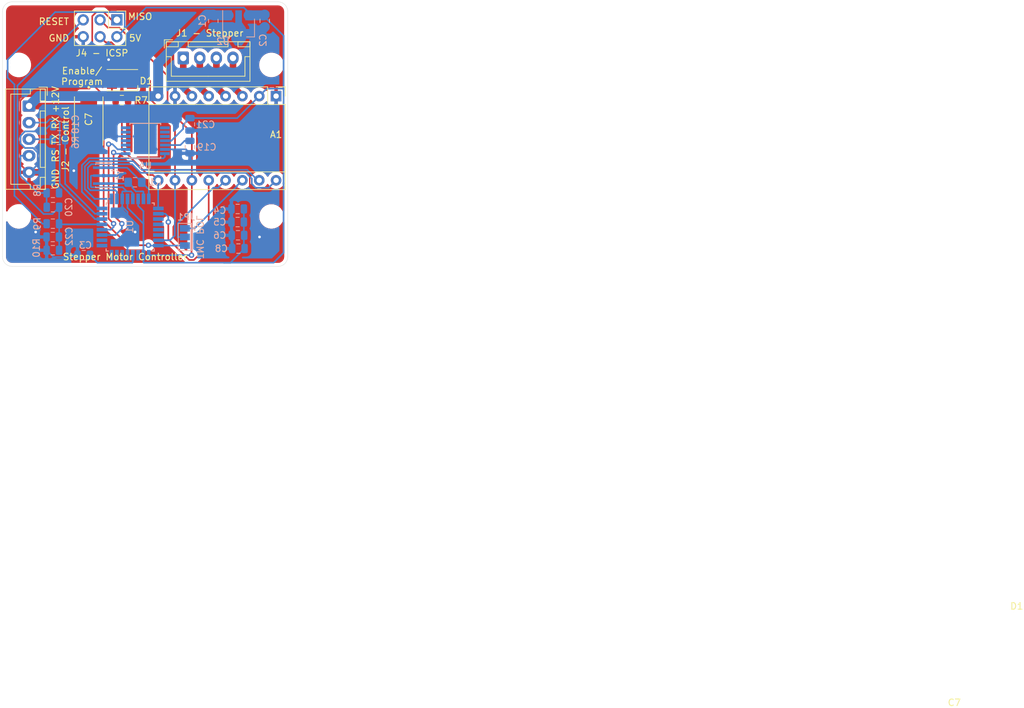
<source format=kicad_pcb>
(kicad_pcb (version 20171130) (host pcbnew "(5.1.0)-1")

  (general
    (thickness 1.6)
    (drawings 21)
    (tracks 325)
    (zones 0)
    (modules 35)
    (nets 47)
  )

  (page A4)
  (layers
    (0 F.Cu signal)
    (31 B.Cu signal hide)
    (32 B.Adhes user hide)
    (33 F.Adhes user hide)
    (34 B.Paste user hide)
    (35 F.Paste user)
    (36 B.SilkS user hide)
    (37 F.SilkS user)
    (38 B.Mask user hide)
    (39 F.Mask user)
    (40 Dwgs.User user)
    (41 Cmts.User user)
    (42 Eco1.User user)
    (43 Eco2.User user)
    (44 Edge.Cuts user)
    (45 Margin user)
    (46 B.CrtYd user hide)
    (47 F.CrtYd user)
    (48 B.Fab user hide)
    (49 F.Fab user hide)
  )

  (setup
    (last_trace_width 0.25)
    (user_trace_width 0.2)
    (user_trace_width 1)
    (user_trace_width 1.5)
    (user_trace_width 2)
    (user_trace_width 2.5)
    (trace_clearance 0.2)
    (zone_clearance 0.508)
    (zone_45_only no)
    (trace_min 0.2)
    (via_size 0.8)
    (via_drill 0.4)
    (via_min_size 0.4)
    (via_min_drill 0.3)
    (uvia_size 0.3)
    (uvia_drill 0.1)
    (uvias_allowed no)
    (uvia_min_size 0.2)
    (uvia_min_drill 0.1)
    (edge_width 0.05)
    (segment_width 0.2)
    (pcb_text_width 0.3)
    (pcb_text_size 1.5 1.5)
    (mod_edge_width 0.12)
    (mod_text_size 1 1)
    (mod_text_width 0.15)
    (pad_size 1.524 1.524)
    (pad_drill 0.762)
    (pad_to_mask_clearance 0.051)
    (solder_mask_min_width 0.25)
    (aux_axis_origin 0 0)
    (visible_elements 7FFFEFFF)
    (pcbplotparams
      (layerselection 0x010fc_ffffffff)
      (usegerberextensions false)
      (usegerberattributes false)
      (usegerberadvancedattributes false)
      (creategerberjobfile false)
      (excludeedgelayer true)
      (linewidth 0.100000)
      (plotframeref false)
      (viasonmask false)
      (mode 1)
      (useauxorigin false)
      (hpglpennumber 1)
      (hpglpenspeed 20)
      (hpglpendiameter 15.000000)
      (psnegative false)
      (psa4output false)
      (plotreference true)
      (plotvalue true)
      (plotinvisibletext false)
      (padsonsilk false)
      (subtractmaskfromsilk false)
      (outputformat 1)
      (mirror false)
      (drillshape 0)
      (scaleselection 1)
      (outputdirectory ""))
  )

  (net 0 "")
  (net 1 GND)
  (net 2 ENABLE)
  (net 3 +5V)
  (net 4 OB1)
  (net 5 OA1)
  (net 6 OA2)
  (net 7 "Net-(A1-Pad13)")
  (net 8 OB2)
  (net 9 PWM)
  (net 10 +12V)
  (net 11 DIR)
  (net 12 "Net-(C3-Pad1)")
  (net 13 TX)
  (net 14 "Net-(C19-Pad1)")
  (net 15 RESET)
  (net 16 RESETin)
  (net 17 "Net-(D1-Pad2)")
  (net 18 RX)
  (net 19 TXin)
  (net 20 MISO)
  (net 21 SCK)
  (net 22 MOSI)
  (net 23 "Net-(R1-Pad1)")
  (net 24 "Net-(R1-Pad2)")
  (net 25 CS)
  (net 26 "Net-(U1-Pad14)")
  (net 27 "Net-(U1-Pad19)")
  (net 28 "Net-(U1-Pad22)")
  (net 29 "Net-(U1-Pad23)")
  (net 30 "Net-(U1-Pad24)")
  (net 31 "Net-(U1-Pad25)")
  (net 32 "Net-(U1-Pad26)")
  (net 33 SDA)
  (net 34 SCL)
  (net 35 PWMin)
  (net 36 "Net-(U4-Pad3)")
  (net 37 "Net-(U4-Pad4)")
  (net 38 "Net-(U4-Pad6)")
  (net 39 "Net-(U4-Pad7)")
  (net 40 "Net-(U4-Pad8)")
  (net 41 "Net-(U4-Pad9)")
  (net 42 "Net-(U4-Pad10)")
  (net 43 "Net-(A1-Pad14)")
  (net 44 "Net-(U1-Pad11)")
  (net 45 "Net-(U1-Pad12)")
  (net 46 "Net-(U1-Pad13)")

  (net_class Default "This is the default net class."
    (clearance 0.2)
    (trace_width 0.25)
    (via_dia 0.8)
    (via_drill 0.4)
    (uvia_dia 0.3)
    (uvia_drill 0.1)
    (add_net +12V)
    (add_net +5V)
    (add_net CS)
    (add_net DIR)
    (add_net ENABLE)
    (add_net GND)
    (add_net MISO)
    (add_net MOSI)
    (add_net "Net-(A1-Pad13)")
    (add_net "Net-(A1-Pad14)")
    (add_net "Net-(C19-Pad1)")
    (add_net "Net-(C3-Pad1)")
    (add_net "Net-(D1-Pad2)")
    (add_net "Net-(R1-Pad1)")
    (add_net "Net-(R1-Pad2)")
    (add_net "Net-(U1-Pad11)")
    (add_net "Net-(U1-Pad12)")
    (add_net "Net-(U1-Pad13)")
    (add_net "Net-(U1-Pad14)")
    (add_net "Net-(U1-Pad19)")
    (add_net "Net-(U1-Pad22)")
    (add_net "Net-(U1-Pad23)")
    (add_net "Net-(U1-Pad24)")
    (add_net "Net-(U1-Pad25)")
    (add_net "Net-(U1-Pad26)")
    (add_net "Net-(U4-Pad10)")
    (add_net "Net-(U4-Pad3)")
    (add_net "Net-(U4-Pad4)")
    (add_net "Net-(U4-Pad6)")
    (add_net "Net-(U4-Pad7)")
    (add_net "Net-(U4-Pad8)")
    (add_net "Net-(U4-Pad9)")
    (add_net OA1)
    (add_net OA2)
    (add_net OB1)
    (add_net OB2)
    (add_net PWM)
    (add_net PWMin)
    (add_net RESET)
    (add_net RESETin)
    (add_net RX)
    (add_net SCK)
    (add_net SCL)
    (add_net SDA)
    (add_net TX)
    (add_net TXin)
  )

  (module "" (layer F.Cu) (tedit 0) (tstamp 0)
    (at 131.5 94.5)
    (fp_text reference "" (at 135 88.75) (layer F.SilkS)
      (effects (font (size 1.27 1.27) (thickness 0.15)))
    )
    (fp_text value "" (at 135 88.75) (layer F.SilkS)
      (effects (font (size 1.27 1.27) (thickness 0.15)))
    )
    (fp_text user C7 (at 135 88.5) (layer F.SilkS)
      (effects (font (size 1 1) (thickness 0.15)))
    )
  )

  (module "" (layer F.Cu) (tedit 0) (tstamp 0)
    (at 135 88.75)
    (fp_text reference "" (at 140.25 80) (layer F.SilkS)
      (effects (font (size 1.27 1.27) (thickness 0.15)))
    )
    (fp_text value "" (at 140.25 80) (layer F.SilkS)
      (effects (font (size 1.27 1.27) (thickness 0.15)))
    )
    (fp_text user D1 (at 140.914 79.712) (layer F.SilkS)
      (effects (font (size 1 1) (thickness 0.15)))
    )
  )

  (module Connector_PinHeader_2.54mm:PinHeader_2x03_P2.54mm_Vertical (layer F.Cu) (tedit 59FED5CC) (tstamp 5EB33E1E)
    (at 140.25 80 270)
    (descr "Through hole straight pin header, 2x03, 2.54mm pitch, double rows")
    (tags "Through hole pin header THT 2x03 2.54mm double row")
    (path /5E1C2BDA)
    (fp_text reference "J4 - ICSP" (at 5 2.25) (layer F.SilkS)
      (effects (font (size 1 1) (thickness 0.15)))
    )
    (fp_text value AVR-ISP-6 (at 1.27 7.41 270) (layer F.Fab)
      (effects (font (size 1 1) (thickness 0.15)))
    )
    (fp_line (start 0 -1.27) (end 3.81 -1.27) (layer F.Fab) (width 0.1))
    (fp_line (start 3.81 -1.27) (end 3.81 6.35) (layer F.Fab) (width 0.1))
    (fp_line (start 3.81 6.35) (end -1.27 6.35) (layer F.Fab) (width 0.1))
    (fp_line (start -1.27 6.35) (end -1.27 0) (layer F.Fab) (width 0.1))
    (fp_line (start -1.27 0) (end 0 -1.27) (layer F.Fab) (width 0.1))
    (fp_line (start -1.33 6.41) (end 3.87 6.41) (layer F.SilkS) (width 0.12))
    (fp_line (start -1.33 1.27) (end -1.33 6.41) (layer F.SilkS) (width 0.12))
    (fp_line (start 3.87 -1.33) (end 3.87 6.41) (layer F.SilkS) (width 0.12))
    (fp_line (start -1.33 1.27) (end 1.27 1.27) (layer F.SilkS) (width 0.12))
    (fp_line (start 1.27 1.27) (end 1.27 -1.33) (layer F.SilkS) (width 0.12))
    (fp_line (start 1.27 -1.33) (end 3.87 -1.33) (layer F.SilkS) (width 0.12))
    (fp_line (start -1.33 0) (end -1.33 -1.33) (layer F.SilkS) (width 0.12))
    (fp_line (start -1.33 -1.33) (end 0 -1.33) (layer F.SilkS) (width 0.12))
    (fp_line (start -1.8 -1.8) (end -1.8 6.85) (layer F.CrtYd) (width 0.05))
    (fp_line (start -1.8 6.85) (end 4.35 6.85) (layer F.CrtYd) (width 0.05))
    (fp_line (start 4.35 6.85) (end 4.35 -1.8) (layer F.CrtYd) (width 0.05))
    (fp_line (start 4.35 -1.8) (end -1.8 -1.8) (layer F.CrtYd) (width 0.05))
    (fp_text user %R (at 1.27 2.54) (layer F.Fab)
      (effects (font (size 1 1) (thickness 0.15)))
    )
    (pad 1 thru_hole rect (at 0 0 270) (size 1.7 1.7) (drill 1) (layers *.Cu *.Mask)
      (net 20 MISO))
    (pad 2 thru_hole oval (at 2.54 0 270) (size 1.7 1.7) (drill 1) (layers *.Cu *.Mask)
      (net 3 +5V))
    (pad 3 thru_hole oval (at 0 2.54 270) (size 1.7 1.7) (drill 1) (layers *.Cu *.Mask)
      (net 21 SCK))
    (pad 4 thru_hole oval (at 2.54 2.54 270) (size 1.7 1.7) (drill 1) (layers *.Cu *.Mask)
      (net 22 MOSI))
    (pad 5 thru_hole oval (at 0 5.08 270) (size 1.7 1.7) (drill 1) (layers *.Cu *.Mask)
      (net 15 RESET))
    (pad 6 thru_hole oval (at 2.54 5.08 270) (size 1.7 1.7) (drill 1) (layers *.Cu *.Mask)
      (net 1 GND))
    (model ${KISYS3DMOD}/Connector_PinHeader_2.54mm.3dshapes/PinHeader_2x03_P2.54mm_Vertical.wrl
      (at (xyz 0 0 0))
      (scale (xyz 1 1 1))
      (rotate (xyz 0 0 0))
    )
  )

  (module Module:Pololu_Breakout-16_15.2x20.3mm (layer F.Cu) (tedit 58AB602C) (tstamp 5E1A60D2)
    (at 164.25 91.5 270)
    (descr "Pololu Breakout 16-pin 15.2x20.3mm 0.6x0.8\\")
    (tags "Pololu Breakout")
    (path /5E1B146D)
    (fp_text reference A1 (at 5.8 0) (layer F.SilkS)
      (effects (font (size 1 1) (thickness 0.15)))
    )
    (fp_text value Pololu_Breakout_A4988 (at 6.35 20.17 270) (layer F.Fab)
      (effects (font (size 1 1) (thickness 0.15)))
    )
    (fp_text user %R (at 6.35 0 270) (layer F.Fab)
      (effects (font (size 1 1) (thickness 0.15)))
    )
    (fp_line (start 11.43 -1.4) (end 11.43 19.18) (layer F.SilkS) (width 0.12))
    (fp_line (start 1.27 1.27) (end 1.27 19.18) (layer F.SilkS) (width 0.12))
    (fp_line (start 0 -1.4) (end -1.4 -1.4) (layer F.SilkS) (width 0.12))
    (fp_line (start -1.4 -1.4) (end -1.4 0) (layer F.SilkS) (width 0.12))
    (fp_line (start 1.27 -1.4) (end 1.27 1.27) (layer F.SilkS) (width 0.12))
    (fp_line (start 1.27 1.27) (end -1.4 1.27) (layer F.SilkS) (width 0.12))
    (fp_line (start -1.4 1.27) (end -1.4 19.18) (layer F.SilkS) (width 0.12))
    (fp_line (start -1.4 19.18) (end 14.1 19.18) (layer F.SilkS) (width 0.12))
    (fp_line (start 14.1 19.18) (end 14.1 -1.4) (layer F.SilkS) (width 0.12))
    (fp_line (start 14.1 -1.4) (end 1.27 -1.4) (layer F.SilkS) (width 0.12))
    (fp_line (start -1.27 0) (end 0 -1.27) (layer F.Fab) (width 0.1))
    (fp_line (start 0 -1.27) (end 13.97 -1.27) (layer F.Fab) (width 0.1))
    (fp_line (start 13.97 -1.27) (end 13.97 19.05) (layer F.Fab) (width 0.1))
    (fp_line (start 13.97 19.05) (end -1.27 19.05) (layer F.Fab) (width 0.1))
    (fp_line (start -1.27 19.05) (end -1.27 0) (layer F.Fab) (width 0.1))
    (fp_line (start -1.53 -1.52) (end 14.21 -1.52) (layer F.CrtYd) (width 0.05))
    (fp_line (start -1.53 -1.52) (end -1.53 19.3) (layer F.CrtYd) (width 0.05))
    (fp_line (start 14.21 19.3) (end 14.21 -1.52) (layer F.CrtYd) (width 0.05))
    (fp_line (start 14.21 19.3) (end -1.53 19.3) (layer F.CrtYd) (width 0.05))
    (pad 1 thru_hole rect (at 0 0 270) (size 1.6 1.6) (drill 0.8) (layers *.Cu *.Mask)
      (net 1 GND))
    (pad 9 thru_hole oval (at 12.7 17.78 270) (size 1.6 1.6) (drill 0.8) (layers *.Cu *.Mask)
      (net 2 ENABLE))
    (pad 2 thru_hole oval (at 0 2.54 270) (size 1.6 1.6) (drill 0.8) (layers *.Cu *.Mask)
      (net 3 +5V))
    (pad 10 thru_hole oval (at 12.7 15.24 270) (size 1.6 1.6) (drill 0.8) (layers *.Cu *.Mask)
      (net 22 MOSI))
    (pad 3 thru_hole oval (at 0 5.08 270) (size 1.6 1.6) (drill 0.8) (layers *.Cu *.Mask)
      (net 4 OB1))
    (pad 11 thru_hole oval (at 12.7 12.7 270) (size 1.6 1.6) (drill 0.8) (layers *.Cu *.Mask)
      (net 21 SCK))
    (pad 4 thru_hole oval (at 0 7.62 270) (size 1.6 1.6) (drill 0.8) (layers *.Cu *.Mask)
      (net 5 OA1))
    (pad 12 thru_hole oval (at 12.7 10.16 270) (size 1.6 1.6) (drill 0.8) (layers *.Cu *.Mask)
      (net 25 CS))
    (pad 5 thru_hole oval (at 0 10.16 270) (size 1.6 1.6) (drill 0.8) (layers *.Cu *.Mask)
      (net 6 OA2))
    (pad 13 thru_hole oval (at 12.7 7.62 270) (size 1.6 1.6) (drill 0.8) (layers *.Cu *.Mask)
      (net 7 "Net-(A1-Pad13)"))
    (pad 6 thru_hole oval (at 0 12.7 270) (size 1.6 1.6) (drill 0.8) (layers *.Cu *.Mask)
      (net 8 OB2))
    (pad 14 thru_hole oval (at 12.7 5.08 270) (size 1.6 1.6) (drill 0.8) (layers *.Cu *.Mask)
      (net 43 "Net-(A1-Pad14)"))
    (pad 7 thru_hole oval (at 0 15.24 270) (size 1.6 1.6) (drill 0.8) (layers *.Cu *.Mask)
      (net 1 GND))
    (pad 15 thru_hole oval (at 12.7 2.54 270) (size 1.6 1.6) (drill 0.8) (layers *.Cu *.Mask)
      (net 9 PWM))
    (pad 8 thru_hole oval (at 0 17.78 270) (size 1.6 1.6) (drill 0.8) (layers *.Cu *.Mask)
      (net 10 +12V))
    (pad 16 thru_hole oval (at 12.7 0 270) (size 1.6 1.6) (drill 0.8) (layers *.Cu *.Mask)
      (net 11 DIR))
    (model ${KISYS3DMOD}/Module.3dshapes/Pololu_Breakout-16_15.2x20.3mm.wrl
      (at (xyz 0 0 0))
      (scale (xyz 1 1 1))
      (rotate (xyz 0 0 0))
    )
  )

  (module MountingHole:MountingHole_2.7mm_M2.5_ISO7380 (layer F.Cu) (tedit 56D1B4CB) (tstamp 5E693FA7)
    (at 125.45 86.795)
    (descr "Mounting Hole 2.7mm, no annular, M2.5, ISO7380")
    (tags "mounting hole 2.7mm no annular m2.5 iso7380")
    (attr virtual)
    (fp_text reference MOUNT4 (at 0 -3.85) (layer F.SilkS) hide
      (effects (font (size 1 1) (thickness 0.15)))
    )
    (fp_text value MountingHole_2.7mm_M2.5_ISO7380 (at 0 3.85) (layer F.Fab)
      (effects (font (size 1 1) (thickness 0.15)))
    )
    (fp_circle (center 0 0) (end 2.5 0) (layer F.CrtYd) (width 0.05))
    (fp_circle (center 0 0) (end 2.25 0) (layer Cmts.User) (width 0.15))
    (fp_text user %R (at 0.3 0) (layer F.Fab)
      (effects (font (size 1 1) (thickness 0.15)))
    )
    (pad 1 np_thru_hole circle (at 0 0) (size 2.7 2.7) (drill 2.7) (layers *.Cu *.Mask))
  )

  (module MountingHole:MountingHole_2.7mm_M2.5_ISO7380 (layer F.Cu) (tedit 56D1B4CB) (tstamp 5E693FBC)
    (at 163.55 86.795)
    (descr "Mounting Hole 2.7mm, no annular, M2.5, ISO7380")
    (tags "mounting hole 2.7mm no annular m2.5 iso7380")
    (attr virtual)
    (fp_text reference MOUNT3 (at 0 -3.85) (layer F.SilkS) hide
      (effects (font (size 1 1) (thickness 0.15)))
    )
    (fp_text value MountingHole_2.7mm_M2.5_ISO7380 (at 0 3.85) (layer F.Fab)
      (effects (font (size 1 1) (thickness 0.15)))
    )
    (fp_circle (center 0 0) (end 2.5 0) (layer F.CrtYd) (width 0.05))
    (fp_circle (center 0 0) (end 2.25 0) (layer Cmts.User) (width 0.15))
    (fp_text user %R (at 0.3 0) (layer F.Fab)
      (effects (font (size 1 1) (thickness 0.15)))
    )
    (pad 1 np_thru_hole circle (at 0 0) (size 2.7 2.7) (drill 2.7) (layers *.Cu *.Mask))
  )

  (module MountingHole:MountingHole_2.7mm_M2.5_ISO7380 (layer F.Cu) (tedit 56D1B4CB) (tstamp 5E693F92)
    (at 163.55 109.655)
    (descr "Mounting Hole 2.7mm, no annular, M2.5, ISO7380")
    (tags "mounting hole 2.7mm no annular m2.5 iso7380")
    (attr virtual)
    (fp_text reference MOUNT2 (at -0.355 3.375) (layer F.SilkS) hide
      (effects (font (size 1 1) (thickness 0.15)))
    )
    (fp_text value MountingHole_2.7mm_M2.5_ISO7380 (at 0 3.85) (layer F.Fab)
      (effects (font (size 1 1) (thickness 0.15)))
    )
    (fp_circle (center 0 0) (end 2.5 0) (layer F.CrtYd) (width 0.05))
    (fp_circle (center 0 0) (end 2.25 0) (layer Cmts.User) (width 0.15))
    (fp_text user %R (at 0.3 0) (layer F.Fab)
      (effects (font (size 1 1) (thickness 0.15)))
    )
    (pad 1 np_thru_hole circle (at 0 0) (size 2.7 2.7) (drill 2.7) (layers *.Cu *.Mask))
  )

  (module MountingHole:MountingHole_2.7mm_M2.5_ISO7380 (layer F.Cu) (tedit 56D1B4CB) (tstamp 5E693FD1)
    (at 125.45 109.655)
    (descr "Mounting Hole 2.7mm, no annular, M2.5, ISO7380")
    (tags "mounting hole 2.7mm no annular m2.5 iso7380")
    (attr virtual)
    (fp_text reference MOUNT1 (at 0.28 3.629) (layer F.SilkS) hide
      (effects (font (size 1 1) (thickness 0.15)))
    )
    (fp_text value MountingHole_2.7mm_M2.5_ISO7380 (at 0 3.85) (layer F.Fab)
      (effects (font (size 1 1) (thickness 0.15)))
    )
    (fp_circle (center 0 0) (end 2.5 0) (layer F.CrtYd) (width 0.05))
    (fp_circle (center 0 0) (end 2.25 0) (layer Cmts.User) (width 0.15))
    (fp_text user %R (at 0.3 0) (layer F.Fab)
      (effects (font (size 1 1) (thickness 0.15)))
    )
    (pad 1 np_thru_hole circle (at 0 0) (size 2.7 2.7) (drill 2.7) (layers *.Cu *.Mask))
  )

  (module Capacitor_SMD:C_0805_2012Metric (layer B.Cu) (tedit 5B36C52B) (tstamp 5E1A54E2)
    (at 154.787 80.156 270)
    (descr "Capacitor SMD 0805 (2012 Metric), square (rectangular) end terminal, IPC_7351 nominal, (Body size source: https://docs.google.com/spreadsheets/d/1BsfQQcO9C6DZCsRaXUlFlo91Tg2WpOkGARC1WS5S8t0/edit?usp=sharing), generated with kicad-footprint-generator")
    (tags capacitor)
    (path /5E13B117)
    (attr smd)
    (fp_text reference C1 (at 0 1.65 270) (layer B.SilkS)
      (effects (font (size 1 1) (thickness 0.15)) (justify mirror))
    )
    (fp_text value 1.0uF (at 0 -1.65 270) (layer B.Fab)
      (effects (font (size 1 1) (thickness 0.15)) (justify mirror))
    )
    (fp_line (start -1 -0.6) (end -1 0.6) (layer B.Fab) (width 0.1))
    (fp_line (start -1 0.6) (end 1 0.6) (layer B.Fab) (width 0.1))
    (fp_line (start 1 0.6) (end 1 -0.6) (layer B.Fab) (width 0.1))
    (fp_line (start 1 -0.6) (end -1 -0.6) (layer B.Fab) (width 0.1))
    (fp_line (start -0.258578 0.71) (end 0.258578 0.71) (layer B.SilkS) (width 0.12))
    (fp_line (start -0.258578 -0.71) (end 0.258578 -0.71) (layer B.SilkS) (width 0.12))
    (fp_line (start -1.68 -0.95) (end -1.68 0.95) (layer B.CrtYd) (width 0.05))
    (fp_line (start -1.68 0.95) (end 1.68 0.95) (layer B.CrtYd) (width 0.05))
    (fp_line (start 1.68 0.95) (end 1.68 -0.95) (layer B.CrtYd) (width 0.05))
    (fp_line (start 1.68 -0.95) (end -1.68 -0.95) (layer B.CrtYd) (width 0.05))
    (fp_text user %R (at 0 0 270) (layer B.Fab)
      (effects (font (size 0.5 0.5) (thickness 0.08)) (justify mirror))
    )
    (pad 1 smd roundrect (at -0.9375 0 270) (size 0.975 1.4) (layers B.Cu B.Paste B.Mask) (roundrect_rratio 0.25)
      (net 10 +12V))
    (pad 2 smd roundrect (at 0.9375 0 270) (size 0.975 1.4) (layers B.Cu B.Paste B.Mask) (roundrect_rratio 0.25)
      (net 1 GND))
    (model ${KISYS3DMOD}/Capacitor_SMD.3dshapes/C_0805_2012Metric.wrl
      (at (xyz 0 0 0))
      (scale (xyz 1 1 1))
      (rotate (xyz 0 0 0))
    )
  )

  (module Capacitor_SMD:C_0805_2012Metric (layer B.Cu) (tedit 5B36C52B) (tstamp 5E1A54F3)
    (at 162.534 80.14 270)
    (descr "Capacitor SMD 0805 (2012 Metric), square (rectangular) end terminal, IPC_7351 nominal, (Body size source: https://docs.google.com/spreadsheets/d/1BsfQQcO9C6DZCsRaXUlFlo91Tg2WpOkGARC1WS5S8t0/edit?usp=sharing), generated with kicad-footprint-generator")
    (tags capacitor)
    (path /5E13BD04)
    (attr smd)
    (fp_text reference C2 (at 2.936 0.254 270) (layer B.SilkS)
      (effects (font (size 1 1) (thickness 0.15)) (justify mirror))
    )
    (fp_text value 2.2uF (at 0 -1.65 270) (layer B.Fab)
      (effects (font (size 1 1) (thickness 0.15)) (justify mirror))
    )
    (fp_text user %R (at 0 0 270) (layer B.Fab)
      (effects (font (size 0.5 0.5) (thickness 0.08)) (justify mirror))
    )
    (fp_line (start 1.68 -0.95) (end -1.68 -0.95) (layer B.CrtYd) (width 0.05))
    (fp_line (start 1.68 0.95) (end 1.68 -0.95) (layer B.CrtYd) (width 0.05))
    (fp_line (start -1.68 0.95) (end 1.68 0.95) (layer B.CrtYd) (width 0.05))
    (fp_line (start -1.68 -0.95) (end -1.68 0.95) (layer B.CrtYd) (width 0.05))
    (fp_line (start -0.258578 -0.71) (end 0.258578 -0.71) (layer B.SilkS) (width 0.12))
    (fp_line (start -0.258578 0.71) (end 0.258578 0.71) (layer B.SilkS) (width 0.12))
    (fp_line (start 1 -0.6) (end -1 -0.6) (layer B.Fab) (width 0.1))
    (fp_line (start 1 0.6) (end 1 -0.6) (layer B.Fab) (width 0.1))
    (fp_line (start -1 0.6) (end 1 0.6) (layer B.Fab) (width 0.1))
    (fp_line (start -1 -0.6) (end -1 0.6) (layer B.Fab) (width 0.1))
    (pad 2 smd roundrect (at 0.9375 0 270) (size 0.975 1.4) (layers B.Cu B.Paste B.Mask) (roundrect_rratio 0.25)
      (net 1 GND))
    (pad 1 smd roundrect (at -0.9375 0 270) (size 0.975 1.4) (layers B.Cu B.Paste B.Mask) (roundrect_rratio 0.25)
      (net 3 +5V))
    (model ${KISYS3DMOD}/Capacitor_SMD.3dshapes/C_0805_2012Metric.wrl
      (at (xyz 0 0 0))
      (scale (xyz 1 1 1))
      (rotate (xyz 0 0 0))
    )
  )

  (module Capacitor_SMD:C_0805_2012Metric (layer B.Cu) (tedit 5B36C52B) (tstamp 5EB311C7)
    (at 135.25 115.5 180)
    (descr "Capacitor SMD 0805 (2012 Metric), square (rectangular) end terminal, IPC_7351 nominal, (Body size source: https://docs.google.com/spreadsheets/d/1BsfQQcO9C6DZCsRaXUlFlo91Tg2WpOkGARC1WS5S8t0/edit?usp=sharing), generated with kicad-footprint-generator")
    (tags capacitor)
    (path /5E14E6E9)
    (attr smd)
    (fp_text reference C3 (at -0.25 1.5 180) (layer B.SilkS)
      (effects (font (size 1 1) (thickness 0.15)) (justify mirror))
    )
    (fp_text value 0.1uF (at 0 -1.65 180) (layer B.Fab)
      (effects (font (size 1 1) (thickness 0.15)) (justify mirror))
    )
    (fp_text user %R (at 0 0 180) (layer B.Fab)
      (effects (font (size 0.5 0.5) (thickness 0.08)) (justify mirror))
    )
    (fp_line (start 1.68 -0.95) (end -1.68 -0.95) (layer B.CrtYd) (width 0.05))
    (fp_line (start 1.68 0.95) (end 1.68 -0.95) (layer B.CrtYd) (width 0.05))
    (fp_line (start -1.68 0.95) (end 1.68 0.95) (layer B.CrtYd) (width 0.05))
    (fp_line (start -1.68 -0.95) (end -1.68 0.95) (layer B.CrtYd) (width 0.05))
    (fp_line (start -0.258578 -0.71) (end 0.258578 -0.71) (layer B.SilkS) (width 0.12))
    (fp_line (start -0.258578 0.71) (end 0.258578 0.71) (layer B.SilkS) (width 0.12))
    (fp_line (start 1 -0.6) (end -1 -0.6) (layer B.Fab) (width 0.1))
    (fp_line (start 1 0.6) (end 1 -0.6) (layer B.Fab) (width 0.1))
    (fp_line (start -1 0.6) (end 1 0.6) (layer B.Fab) (width 0.1))
    (fp_line (start -1 -0.6) (end -1 0.6) (layer B.Fab) (width 0.1))
    (pad 2 smd roundrect (at 0.9375 0 180) (size 0.975 1.4) (layers B.Cu B.Paste B.Mask) (roundrect_rratio 0.25)
      (net 1 GND))
    (pad 1 smd roundrect (at -0.9375 0 180) (size 0.975 1.4) (layers B.Cu B.Paste B.Mask) (roundrect_rratio 0.25)
      (net 12 "Net-(C3-Pad1)"))
    (model ${KISYS3DMOD}/Capacitor_SMD.3dshapes/C_0805_2012Metric.wrl
      (at (xyz 0 0 0))
      (scale (xyz 1 1 1))
      (rotate (xyz 0 0 0))
    )
  )

  (module Capacitor_SMD:C_0805_2012Metric (layer B.Cu) (tedit 5B36C52B) (tstamp 5E1A5592)
    (at 131.5625 96 180)
    (descr "Capacitor SMD 0805 (2012 Metric), square (rectangular) end terminal, IPC_7351 nominal, (Body size source: https://docs.google.com/spreadsheets/d/1BsfQQcO9C6DZCsRaXUlFlo91Tg2WpOkGARC1WS5S8t0/edit?usp=sharing), generated with kicad-footprint-generator")
    (tags capacitor)
    (path /5E15750E)
    (attr smd)
    (fp_text reference C18 (at -2.4375 0.25 90) (layer B.SilkS)
      (effects (font (size 1 1) (thickness 0.15)) (justify mirror))
    )
    (fp_text value 470pF (at 0 -1.65 180) (layer B.Fab)
      (effects (font (size 1 1) (thickness 0.15)) (justify mirror))
    )
    (fp_line (start -1 -0.6) (end -1 0.6) (layer B.Fab) (width 0.1))
    (fp_line (start -1 0.6) (end 1 0.6) (layer B.Fab) (width 0.1))
    (fp_line (start 1 0.6) (end 1 -0.6) (layer B.Fab) (width 0.1))
    (fp_line (start 1 -0.6) (end -1 -0.6) (layer B.Fab) (width 0.1))
    (fp_line (start -0.258578 0.71) (end 0.258578 0.71) (layer B.SilkS) (width 0.12))
    (fp_line (start -0.258578 -0.71) (end 0.258578 -0.71) (layer B.SilkS) (width 0.12))
    (fp_line (start -1.68 -0.95) (end -1.68 0.95) (layer B.CrtYd) (width 0.05))
    (fp_line (start -1.68 0.95) (end 1.68 0.95) (layer B.CrtYd) (width 0.05))
    (fp_line (start 1.68 0.95) (end 1.68 -0.95) (layer B.CrtYd) (width 0.05))
    (fp_line (start 1.68 -0.95) (end -1.68 -0.95) (layer B.CrtYd) (width 0.05))
    (fp_text user %R (at 0 0 180) (layer B.Fab)
      (effects (font (size 0.5 0.5) (thickness 0.08)) (justify mirror))
    )
    (pad 1 smd roundrect (at -0.9375 0 180) (size 0.975 1.4) (layers B.Cu B.Paste B.Mask) (roundrect_rratio 0.25)
      (net 13 TX))
    (pad 2 smd roundrect (at 0.9375 0 180) (size 0.975 1.4) (layers B.Cu B.Paste B.Mask) (roundrect_rratio 0.25)
      (net 1 GND))
    (model ${KISYS3DMOD}/Capacitor_SMD.3dshapes/C_0805_2012Metric.wrl
      (at (xyz 0 0 0))
      (scale (xyz 1 1 1))
      (rotate (xyz 0 0 0))
    )
  )

  (module Capacitor_SMD:C_0805_2012Metric (layer B.Cu) (tedit 5B36C52B) (tstamp 5E1A55A3)
    (at 151.257 99.1875 270)
    (descr "Capacitor SMD 0805 (2012 Metric), square (rectangular) end terminal, IPC_7351 nominal, (Body size source: https://docs.google.com/spreadsheets/d/1BsfQQcO9C6DZCsRaXUlFlo91Tg2WpOkGARC1WS5S8t0/edit?usp=sharing), generated with kicad-footprint-generator")
    (tags capacitor)
    (path /5E17D1CC)
    (attr smd)
    (fp_text reference C19 (at 0.0075 -2.543 180) (layer B.SilkS)
      (effects (font (size 1 1) (thickness 0.15)) (justify mirror))
    )
    (fp_text value 10uF (at 0 -1.65 270) (layer B.Fab)
      (effects (font (size 1 1) (thickness 0.15)) (justify mirror))
    )
    (fp_text user %R (at 0 0 270) (layer B.Fab)
      (effects (font (size 0.5 0.5) (thickness 0.08)) (justify mirror))
    )
    (fp_line (start 1.68 -0.95) (end -1.68 -0.95) (layer B.CrtYd) (width 0.05))
    (fp_line (start 1.68 0.95) (end 1.68 -0.95) (layer B.CrtYd) (width 0.05))
    (fp_line (start -1.68 0.95) (end 1.68 0.95) (layer B.CrtYd) (width 0.05))
    (fp_line (start -1.68 -0.95) (end -1.68 0.95) (layer B.CrtYd) (width 0.05))
    (fp_line (start -0.258578 -0.71) (end 0.258578 -0.71) (layer B.SilkS) (width 0.12))
    (fp_line (start -0.258578 0.71) (end 0.258578 0.71) (layer B.SilkS) (width 0.12))
    (fp_line (start 1 -0.6) (end -1 -0.6) (layer B.Fab) (width 0.1))
    (fp_line (start 1 0.6) (end 1 -0.6) (layer B.Fab) (width 0.1))
    (fp_line (start -1 0.6) (end 1 0.6) (layer B.Fab) (width 0.1))
    (fp_line (start -1 -0.6) (end -1 0.6) (layer B.Fab) (width 0.1))
    (pad 2 smd roundrect (at 0.9375 0 270) (size 0.975 1.4) (layers B.Cu B.Paste B.Mask) (roundrect_rratio 0.25)
      (net 1 GND))
    (pad 1 smd roundrect (at -0.9375 0 270) (size 0.975 1.4) (layers B.Cu B.Paste B.Mask) (roundrect_rratio 0.25)
      (net 14 "Net-(C19-Pad1)"))
    (model ${KISYS3DMOD}/Capacitor_SMD.3dshapes/C_0805_2012Metric.wrl
      (at (xyz 0 0 0))
      (scale (xyz 1 1 1))
      (rotate (xyz 0 0 0))
    )
  )

  (module Capacitor_SMD:C_0805_2012Metric (layer B.Cu) (tedit 5B36C52B) (tstamp 5E1A55B4)
    (at 130.61 108.26)
    (descr "Capacitor SMD 0805 (2012 Metric), square (rectangular) end terminal, IPC_7351 nominal, (Body size source: https://docs.google.com/spreadsheets/d/1BsfQQcO9C6DZCsRaXUlFlo91Tg2WpOkGARC1WS5S8t0/edit?usp=sharing), generated with kicad-footprint-generator")
    (tags capacitor)
    (path /5E15B913)
    (attr smd)
    (fp_text reference C20 (at 2.39 -0.01 90) (layer B.SilkS)
      (effects (font (size 1 1) (thickness 0.15)) (justify mirror))
    )
    (fp_text value 0.1uF (at 0 -1.65) (layer B.Fab)
      (effects (font (size 1 1) (thickness 0.15)) (justify mirror))
    )
    (fp_text user %R (at 0 0) (layer B.Fab)
      (effects (font (size 0.5 0.5) (thickness 0.08)) (justify mirror))
    )
    (fp_line (start 1.68 -0.95) (end -1.68 -0.95) (layer B.CrtYd) (width 0.05))
    (fp_line (start 1.68 0.95) (end 1.68 -0.95) (layer B.CrtYd) (width 0.05))
    (fp_line (start -1.68 0.95) (end 1.68 0.95) (layer B.CrtYd) (width 0.05))
    (fp_line (start -1.68 -0.95) (end -1.68 0.95) (layer B.CrtYd) (width 0.05))
    (fp_line (start -0.258578 -0.71) (end 0.258578 -0.71) (layer B.SilkS) (width 0.12))
    (fp_line (start -0.258578 0.71) (end 0.258578 0.71) (layer B.SilkS) (width 0.12))
    (fp_line (start 1 -0.6) (end -1 -0.6) (layer B.Fab) (width 0.1))
    (fp_line (start 1 0.6) (end 1 -0.6) (layer B.Fab) (width 0.1))
    (fp_line (start -1 0.6) (end 1 0.6) (layer B.Fab) (width 0.1))
    (fp_line (start -1 -0.6) (end -1 0.6) (layer B.Fab) (width 0.1))
    (pad 2 smd roundrect (at 0.9375 0) (size 0.975 1.4) (layers B.Cu B.Paste B.Mask) (roundrect_rratio 0.25)
      (net 15 RESET))
    (pad 1 smd roundrect (at -0.9375 0) (size 0.975 1.4) (layers B.Cu B.Paste B.Mask) (roundrect_rratio 0.25)
      (net 16 RESETin))
    (model ${KISYS3DMOD}/Capacitor_SMD.3dshapes/C_0805_2012Metric.wrl
      (at (xyz 0 0 0))
      (scale (xyz 1 1 1))
      (rotate (xyz 0 0 0))
    )
  )

  (module Capacitor_SMD:C_0805_2012Metric (layer B.Cu) (tedit 5B36C52B) (tstamp 5E1A55C5)
    (at 151.257 95.758 90)
    (descr "Capacitor SMD 0805 (2012 Metric), square (rectangular) end terminal, IPC_7351 nominal, (Body size source: https://docs.google.com/spreadsheets/d/1BsfQQcO9C6DZCsRaXUlFlo91Tg2WpOkGARC1WS5S8t0/edit?usp=sharing), generated with kicad-footprint-generator")
    (tags capacitor)
    (path /5E1783D6)
    (attr smd)
    (fp_text reference C21 (at -0.042 2.343) (layer B.SilkS)
      (effects (font (size 1 1) (thickness 0.15)) (justify mirror))
    )
    (fp_text value 0.1uF (at 0 -1.65 90) (layer B.Fab)
      (effects (font (size 1 1) (thickness 0.15)) (justify mirror))
    )
    (fp_line (start -1 -0.6) (end -1 0.6) (layer B.Fab) (width 0.1))
    (fp_line (start -1 0.6) (end 1 0.6) (layer B.Fab) (width 0.1))
    (fp_line (start 1 0.6) (end 1 -0.6) (layer B.Fab) (width 0.1))
    (fp_line (start 1 -0.6) (end -1 -0.6) (layer B.Fab) (width 0.1))
    (fp_line (start -0.258578 0.71) (end 0.258578 0.71) (layer B.SilkS) (width 0.12))
    (fp_line (start -0.258578 -0.71) (end 0.258578 -0.71) (layer B.SilkS) (width 0.12))
    (fp_line (start -1.68 -0.95) (end -1.68 0.95) (layer B.CrtYd) (width 0.05))
    (fp_line (start -1.68 0.95) (end 1.68 0.95) (layer B.CrtYd) (width 0.05))
    (fp_line (start 1.68 0.95) (end 1.68 -0.95) (layer B.CrtYd) (width 0.05))
    (fp_line (start 1.68 -0.95) (end -1.68 -0.95) (layer B.CrtYd) (width 0.05))
    (fp_text user %R (at 0 0 90) (layer B.Fab)
      (effects (font (size 0.5 0.5) (thickness 0.08)) (justify mirror))
    )
    (pad 1 smd roundrect (at -0.9375 0 90) (size 0.975 1.4) (layers B.Cu B.Paste B.Mask) (roundrect_rratio 0.25)
      (net 1 GND))
    (pad 2 smd roundrect (at 0.9375 0 90) (size 0.975 1.4) (layers B.Cu B.Paste B.Mask) (roundrect_rratio 0.25)
      (net 3 +5V))
    (model ${KISYS3DMOD}/Capacitor_SMD.3dshapes/C_0805_2012Metric.wrl
      (at (xyz 0 0 0))
      (scale (xyz 1 1 1))
      (rotate (xyz 0 0 0))
    )
  )

  (module Capacitor_SMD:C_0805_2012Metric (layer B.Cu) (tedit 5B36C52B) (tstamp 5E1A55D6)
    (at 130.58 112.75 180)
    (descr "Capacitor SMD 0805 (2012 Metric), square (rectangular) end terminal, IPC_7351 nominal, (Body size source: https://docs.google.com/spreadsheets/d/1BsfQQcO9C6DZCsRaXUlFlo91Tg2WpOkGARC1WS5S8t0/edit?usp=sharing), generated with kicad-footprint-generator")
    (tags capacitor)
    (path /5E15C0B7)
    (attr smd)
    (fp_text reference C22 (at -2.47 0.088 270) (layer B.SilkS)
      (effects (font (size 1 1) (thickness 0.15)) (justify mirror))
    )
    (fp_text value 0.1uF (at 0 -1.65 180) (layer B.Fab)
      (effects (font (size 1 1) (thickness 0.15)) (justify mirror))
    )
    (fp_line (start -1 -0.6) (end -1 0.6) (layer B.Fab) (width 0.1))
    (fp_line (start -1 0.6) (end 1 0.6) (layer B.Fab) (width 0.1))
    (fp_line (start 1 0.6) (end 1 -0.6) (layer B.Fab) (width 0.1))
    (fp_line (start 1 -0.6) (end -1 -0.6) (layer B.Fab) (width 0.1))
    (fp_line (start -0.258578 0.71) (end 0.258578 0.71) (layer B.SilkS) (width 0.12))
    (fp_line (start -0.258578 -0.71) (end 0.258578 -0.71) (layer B.SilkS) (width 0.12))
    (fp_line (start -1.68 -0.95) (end -1.68 0.95) (layer B.CrtYd) (width 0.05))
    (fp_line (start -1.68 0.95) (end 1.68 0.95) (layer B.CrtYd) (width 0.05))
    (fp_line (start 1.68 0.95) (end 1.68 -0.95) (layer B.CrtYd) (width 0.05))
    (fp_line (start 1.68 -0.95) (end -1.68 -0.95) (layer B.CrtYd) (width 0.05))
    (fp_text user %R (at 0 0 180) (layer B.Fab)
      (effects (font (size 0.5 0.5) (thickness 0.08)) (justify mirror))
    )
    (pad 1 smd roundrect (at -0.9375 0 180) (size 0.975 1.4) (layers B.Cu B.Paste B.Mask) (roundrect_rratio 0.25)
      (net 15 RESET))
    (pad 2 smd roundrect (at 0.9375 0 180) (size 0.975 1.4) (layers B.Cu B.Paste B.Mask) (roundrect_rratio 0.25)
      (net 1 GND))
    (model ${KISYS3DMOD}/Capacitor_SMD.3dshapes/C_0805_2012Metric.wrl
      (at (xyz 0 0 0))
      (scale (xyz 1 1 1))
      (rotate (xyz 0 0 0))
    )
  )

  (module LED_SMD:LED_PLCC-2 (layer F.Cu) (tedit 59959404) (tstamp 5E1A55EA)
    (at 141 89.1 180)
    (descr "LED PLCC-2 SMD package")
    (tags "LED PLCC-2 SMD")
    (path /5E1961D3)
    (attr smd)
    (fp_text reference D1 (at -3.664 -0.112 180) (layer F.SilkS)
      (effects (font (size 1 1) (thickness 0.15)))
    )
    (fp_text value LED (at 0 2.5 180) (layer F.Fab)
      (effects (font (size 1 1) (thickness 0.15)))
    )
    (fp_circle (center 0 0) (end 0 -1.25) (layer F.Fab) (width 0.1))
    (fp_line (start -1.7 -0.6) (end -0.8 -1.5) (layer F.Fab) (width 0.1))
    (fp_line (start 1.7 1.5) (end 1.7 -1.5) (layer F.Fab) (width 0.1))
    (fp_line (start 1.7 -1.5) (end -1.7 -1.5) (layer F.Fab) (width 0.1))
    (fp_line (start -1.7 -1.5) (end -1.7 1.5) (layer F.Fab) (width 0.1))
    (fp_line (start -1.7 1.5) (end 1.7 1.5) (layer F.Fab) (width 0.1))
    (fp_line (start -2.65 -1.85) (end 2.5 -1.85) (layer F.CrtYd) (width 0.05))
    (fp_line (start 2.5 -1.85) (end 2.5 1.85) (layer F.CrtYd) (width 0.05))
    (fp_line (start 2.5 1.85) (end -2.65 1.85) (layer F.CrtYd) (width 0.05))
    (fp_line (start -2.65 1.85) (end -2.65 -1.85) (layer F.CrtYd) (width 0.05))
    (fp_line (start 2.25 1.6) (end -2.4 1.6) (layer F.SilkS) (width 0.12))
    (fp_line (start 2.25 -1.6) (end -2.4 -1.6) (layer F.SilkS) (width 0.12))
    (fp_line (start -2.4 -1.6) (end -2.4 -0.8) (layer F.SilkS) (width 0.12))
    (fp_text user %R (at 0 0 180) (layer F.Fab)
      (effects (font (size 0.4 0.4) (thickness 0.1)))
    )
    (pad 1 smd rect (at -1.5 0 180) (size 1.5 2.6) (layers F.Cu F.Paste F.Mask)
      (net 1 GND))
    (pad 2 smd rect (at 1.5 0 180) (size 1.5 2.6) (layers F.Cu F.Paste F.Mask)
      (net 17 "Net-(D1-Pad2)"))
    (model ${KISYS3DMOD}/LED_SMD.3dshapes/LED_PLCC-2.wrl
      (at (xyz 0 0 0))
      (scale (xyz 1 1 1))
      (rotate (xyz 0 0 0))
    )
  )

  (module Resistor_SMD:R_0805_2012Metric_Pad1.15x1.40mm_HandSolder (layer B.Cu) (tedit 5B36C52B) (tstamp 5E1A69EE)
    (at 142.975 104.5)
    (descr "Resistor SMD 0805 (2012 Metric), square (rectangular) end terminal, IPC_7351 nominal with elongated pad for handsoldering. (Body size source: https://docs.google.com/spreadsheets/d/1BsfQQcO9C6DZCsRaXUlFlo91Tg2WpOkGARC1WS5S8t0/edit?usp=sharing), generated with kicad-footprint-generator")
    (tags "resistor handsolder")
    (path /5E134FCC)
    (attr smd)
    (fp_text reference R1 (at 3.054 0) (layer B.SilkS)
      (effects (font (size 1 1) (thickness 0.15)) (justify mirror))
    )
    (fp_text value 1M (at 0 -1.65) (layer B.Fab)
      (effects (font (size 1 1) (thickness 0.15)) (justify mirror))
    )
    (fp_line (start -1 -0.6) (end -1 0.6) (layer B.Fab) (width 0.1))
    (fp_line (start -1 0.6) (end 1 0.6) (layer B.Fab) (width 0.1))
    (fp_line (start 1 0.6) (end 1 -0.6) (layer B.Fab) (width 0.1))
    (fp_line (start 1 -0.6) (end -1 -0.6) (layer B.Fab) (width 0.1))
    (fp_line (start -0.261252 0.71) (end 0.261252 0.71) (layer B.SilkS) (width 0.12))
    (fp_line (start -0.261252 -0.71) (end 0.261252 -0.71) (layer B.SilkS) (width 0.12))
    (fp_line (start -1.85 -0.95) (end -1.85 0.95) (layer B.CrtYd) (width 0.05))
    (fp_line (start -1.85 0.95) (end 1.85 0.95) (layer B.CrtYd) (width 0.05))
    (fp_line (start 1.85 0.95) (end 1.85 -0.95) (layer B.CrtYd) (width 0.05))
    (fp_line (start 1.85 -0.95) (end -1.85 -0.95) (layer B.CrtYd) (width 0.05))
    (fp_text user %R (at 0 0) (layer B.Fab)
      (effects (font (size 0.5 0.5) (thickness 0.08)) (justify mirror))
    )
    (pad 1 smd roundrect (at -1.025 0) (size 1.15 1.4) (layers B.Cu B.Paste B.Mask) (roundrect_rratio 0.217391)
      (net 23 "Net-(R1-Pad1)"))
    (pad 2 smd roundrect (at 1.025 0) (size 1.15 1.4) (layers B.Cu B.Paste B.Mask) (roundrect_rratio 0.217391)
      (net 24 "Net-(R1-Pad2)"))
    (model ${KISYS3DMOD}/Resistor_SMD.3dshapes/R_0805_2012Metric.wrl
      (at (xyz 0 0 0))
      (scale (xyz 1 1 1))
      (rotate (xyz 0 0 0))
    )
  )

  (module Resistor_SMD:R_0805_2012Metric (layer B.Cu) (tedit 5B36C52B) (tstamp 5E1A568B)
    (at 131.5 98.1 180)
    (descr "Resistor SMD 0805 (2012 Metric), square (rectangular) end terminal, IPC_7351 nominal, (Body size source: https://docs.google.com/spreadsheets/d/1BsfQQcO9C6DZCsRaXUlFlo91Tg2WpOkGARC1WS5S8t0/edit?usp=sharing), generated with kicad-footprint-generator")
    (tags resistor)
    (path /5E156647)
    (attr smd)
    (fp_text reference R6 (at -2.5 -0.4 90) (layer B.SilkS)
      (effects (font (size 1 1) (thickness 0.15)) (justify mirror))
    )
    (fp_text value 270R (at 0 -1.65 180) (layer B.Fab)
      (effects (font (size 1 1) (thickness 0.15)) (justify mirror))
    )
    (fp_line (start -1 -0.6) (end -1 0.6) (layer B.Fab) (width 0.1))
    (fp_line (start -1 0.6) (end 1 0.6) (layer B.Fab) (width 0.1))
    (fp_line (start 1 0.6) (end 1 -0.6) (layer B.Fab) (width 0.1))
    (fp_line (start 1 -0.6) (end -1 -0.6) (layer B.Fab) (width 0.1))
    (fp_line (start -0.258578 0.71) (end 0.258578 0.71) (layer B.SilkS) (width 0.12))
    (fp_line (start -0.258578 -0.71) (end 0.258578 -0.71) (layer B.SilkS) (width 0.12))
    (fp_line (start -1.68 -0.95) (end -1.68 0.95) (layer B.CrtYd) (width 0.05))
    (fp_line (start -1.68 0.95) (end 1.68 0.95) (layer B.CrtYd) (width 0.05))
    (fp_line (start 1.68 0.95) (end 1.68 -0.95) (layer B.CrtYd) (width 0.05))
    (fp_line (start 1.68 -0.95) (end -1.68 -0.95) (layer B.CrtYd) (width 0.05))
    (fp_text user %R (at 0 0 180) (layer B.Fab)
      (effects (font (size 0.5 0.5) (thickness 0.08)) (justify mirror))
    )
    (pad 1 smd roundrect (at -0.9375 0 180) (size 0.975 1.4) (layers B.Cu B.Paste B.Mask) (roundrect_rratio 0.25)
      (net 13 TX))
    (pad 2 smd roundrect (at 0.9375 0 180) (size 0.975 1.4) (layers B.Cu B.Paste B.Mask) (roundrect_rratio 0.25)
      (net 19 TXin))
    (model ${KISYS3DMOD}/Resistor_SMD.3dshapes/R_0805_2012Metric.wrl
      (at (xyz 0 0 0))
      (scale (xyz 1 1 1))
      (rotate (xyz 0 0 0))
    )
  )

  (module Resistor_SMD:R_0805_2012Metric (layer F.Cu) (tedit 5B36C52B) (tstamp 5E1A569C)
    (at 141 92.1 180)
    (descr "Resistor SMD 0805 (2012 Metric), square (rectangular) end terminal, IPC_7351 nominal, (Body size source: https://docs.google.com/spreadsheets/d/1BsfQQcO9C6DZCsRaXUlFlo91Tg2WpOkGARC1WS5S8t0/edit?usp=sharing), generated with kicad-footprint-generator")
    (tags resistor)
    (path /5E196C45)
    (attr smd)
    (fp_text reference R7 (at -2.902 -0.033 180) (layer F.SilkS)
      (effects (font (size 1 1) (thickness 0.15)))
    )
    (fp_text value 10K (at 0 1.65 180) (layer F.Fab)
      (effects (font (size 1 1) (thickness 0.15)))
    )
    (fp_line (start -1 0.6) (end -1 -0.6) (layer F.Fab) (width 0.1))
    (fp_line (start -1 -0.6) (end 1 -0.6) (layer F.Fab) (width 0.1))
    (fp_line (start 1 -0.6) (end 1 0.6) (layer F.Fab) (width 0.1))
    (fp_line (start 1 0.6) (end -1 0.6) (layer F.Fab) (width 0.1))
    (fp_line (start -0.258578 -0.71) (end 0.258578 -0.71) (layer F.SilkS) (width 0.12))
    (fp_line (start -0.258578 0.71) (end 0.258578 0.71) (layer F.SilkS) (width 0.12))
    (fp_line (start -1.68 0.95) (end -1.68 -0.95) (layer F.CrtYd) (width 0.05))
    (fp_line (start -1.68 -0.95) (end 1.68 -0.95) (layer F.CrtYd) (width 0.05))
    (fp_line (start 1.68 -0.95) (end 1.68 0.95) (layer F.CrtYd) (width 0.05))
    (fp_line (start 1.68 0.95) (end -1.68 0.95) (layer F.CrtYd) (width 0.05))
    (fp_text user %R (at 0 0 180) (layer F.Fab)
      (effects (font (size 0.5 0.5) (thickness 0.08)))
    )
    (pad 1 smd roundrect (at -0.9375 0 180) (size 0.975 1.4) (layers F.Cu F.Paste F.Mask) (roundrect_rratio 0.25)
      (net 2 ENABLE))
    (pad 2 smd roundrect (at 0.9375 0 180) (size 0.975 1.4) (layers F.Cu F.Paste F.Mask) (roundrect_rratio 0.25)
      (net 17 "Net-(D1-Pad2)"))
    (model ${KISYS3DMOD}/Resistor_SMD.3dshapes/R_0805_2012Metric.wrl
      (at (xyz 0 0 0))
      (scale (xyz 1 1 1))
      (rotate (xyz 0 0 0))
    )
  )

  (module Resistor_SMD:R_0805_2012Metric (layer B.Cu) (tedit 5B36C52B) (tstamp 5E1A708B)
    (at 130.594 106.101 180)
    (descr "Resistor SMD 0805 (2012 Metric), square (rectangular) end terminal, IPC_7351 nominal, (Body size source: https://docs.google.com/spreadsheets/d/1BsfQQcO9C6DZCsRaXUlFlo91Tg2WpOkGARC1WS5S8t0/edit?usp=sharing), generated with kicad-footprint-generator")
    (tags resistor)
    (path /5E15EC4A)
    (attr smd)
    (fp_text reference R8 (at 2.344 0.401 270) (layer B.SilkS)
      (effects (font (size 1 1) (thickness 0.15)) (justify mirror))
    )
    (fp_text value 10K (at 0 -1.65 180) (layer B.Fab)
      (effects (font (size 1 1) (thickness 0.15)) (justify mirror))
    )
    (fp_text user %R (at 0 0 180) (layer B.Fab)
      (effects (font (size 0.5 0.5) (thickness 0.08)) (justify mirror))
    )
    (fp_line (start 1.68 -0.95) (end -1.68 -0.95) (layer B.CrtYd) (width 0.05))
    (fp_line (start 1.68 0.95) (end 1.68 -0.95) (layer B.CrtYd) (width 0.05))
    (fp_line (start -1.68 0.95) (end 1.68 0.95) (layer B.CrtYd) (width 0.05))
    (fp_line (start -1.68 -0.95) (end -1.68 0.95) (layer B.CrtYd) (width 0.05))
    (fp_line (start -0.258578 -0.71) (end 0.258578 -0.71) (layer B.SilkS) (width 0.12))
    (fp_line (start -0.258578 0.71) (end 0.258578 0.71) (layer B.SilkS) (width 0.12))
    (fp_line (start 1 -0.6) (end -1 -0.6) (layer B.Fab) (width 0.1))
    (fp_line (start 1 0.6) (end 1 -0.6) (layer B.Fab) (width 0.1))
    (fp_line (start -1 0.6) (end 1 0.6) (layer B.Fab) (width 0.1))
    (fp_line (start -1 -0.6) (end -1 0.6) (layer B.Fab) (width 0.1))
    (pad 2 smd roundrect (at 0.9375 0 180) (size 0.975 1.4) (layers B.Cu B.Paste B.Mask) (roundrect_rratio 0.25)
      (net 16 RESETin))
    (pad 1 smd roundrect (at -0.9375 0 180) (size 0.975 1.4) (layers B.Cu B.Paste B.Mask) (roundrect_rratio 0.25)
      (net 1 GND))
    (model ${KISYS3DMOD}/Resistor_SMD.3dshapes/R_0805_2012Metric.wrl
      (at (xyz 0 0 0))
      (scale (xyz 1 1 1))
      (rotate (xyz 0 0 0))
    )
  )

  (module Resistor_SMD:R_0805_2012Metric (layer B.Cu) (tedit 5B36C52B) (tstamp 5E1A56BE)
    (at 130.594 110.75 180)
    (descr "Resistor SMD 0805 (2012 Metric), square (rectangular) end terminal, IPC_7351 nominal, (Body size source: https://docs.google.com/spreadsheets/d/1BsfQQcO9C6DZCsRaXUlFlo91Tg2WpOkGARC1WS5S8t0/edit?usp=sharing), generated with kicad-footprint-generator")
    (tags resistor)
    (path /5E15DFE8)
    (attr smd)
    (fp_text reference R9 (at 2.344 -0.008 270) (layer B.SilkS)
      (effects (font (size 1 1) (thickness 0.15)) (justify mirror))
    )
    (fp_text value 10K (at 0 -1.65 180) (layer B.Fab)
      (effects (font (size 1 1) (thickness 0.15)) (justify mirror))
    )
    (fp_text user %R (at 0 0 180) (layer B.Fab)
      (effects (font (size 0.5 0.5) (thickness 0.08)) (justify mirror))
    )
    (fp_line (start 1.68 -0.95) (end -1.68 -0.95) (layer B.CrtYd) (width 0.05))
    (fp_line (start 1.68 0.95) (end 1.68 -0.95) (layer B.CrtYd) (width 0.05))
    (fp_line (start -1.68 0.95) (end 1.68 0.95) (layer B.CrtYd) (width 0.05))
    (fp_line (start -1.68 -0.95) (end -1.68 0.95) (layer B.CrtYd) (width 0.05))
    (fp_line (start -0.258578 -0.71) (end 0.258578 -0.71) (layer B.SilkS) (width 0.12))
    (fp_line (start -0.258578 0.71) (end 0.258578 0.71) (layer B.SilkS) (width 0.12))
    (fp_line (start 1 -0.6) (end -1 -0.6) (layer B.Fab) (width 0.1))
    (fp_line (start 1 0.6) (end 1 -0.6) (layer B.Fab) (width 0.1))
    (fp_line (start -1 0.6) (end 1 0.6) (layer B.Fab) (width 0.1))
    (fp_line (start -1 -0.6) (end -1 0.6) (layer B.Fab) (width 0.1))
    (pad 2 smd roundrect (at 0.9375 0 180) (size 0.975 1.4) (layers B.Cu B.Paste B.Mask) (roundrect_rratio 0.25)
      (net 3 +5V))
    (pad 1 smd roundrect (at -0.9375 0 180) (size 0.975 1.4) (layers B.Cu B.Paste B.Mask) (roundrect_rratio 0.25)
      (net 15 RESET))
    (model ${KISYS3DMOD}/Resistor_SMD.3dshapes/R_0805_2012Metric.wrl
      (at (xyz 0 0 0))
      (scale (xyz 1 1 1))
      (rotate (xyz 0 0 0))
    )
  )

  (module Resistor_SMD:R_0805_2012Metric (layer B.Cu) (tedit 5B36C52B) (tstamp 5E1A56CF)
    (at 130.594 114.75)
    (descr "Resistor SMD 0805 (2012 Metric), square (rectangular) end terminal, IPC_7351 nominal, (Body size source: https://docs.google.com/spreadsheets/d/1BsfQQcO9C6DZCsRaXUlFlo91Tg2WpOkGARC1WS5S8t0/edit?usp=sharing), generated with kicad-footprint-generator")
    (tags resistor)
    (path /5E15E82D)
    (attr smd)
    (fp_text reference R10 (at -2.481 -0.339 270) (layer B.SilkS)
      (effects (font (size 1 1) (thickness 0.15)) (justify mirror))
    )
    (fp_text value 10K (at 0 -1.65) (layer B.Fab)
      (effects (font (size 1 1) (thickness 0.15)) (justify mirror))
    )
    (fp_line (start -1 -0.6) (end -1 0.6) (layer B.Fab) (width 0.1))
    (fp_line (start -1 0.6) (end 1 0.6) (layer B.Fab) (width 0.1))
    (fp_line (start 1 0.6) (end 1 -0.6) (layer B.Fab) (width 0.1))
    (fp_line (start 1 -0.6) (end -1 -0.6) (layer B.Fab) (width 0.1))
    (fp_line (start -0.258578 0.71) (end 0.258578 0.71) (layer B.SilkS) (width 0.12))
    (fp_line (start -0.258578 -0.71) (end 0.258578 -0.71) (layer B.SilkS) (width 0.12))
    (fp_line (start -1.68 -0.95) (end -1.68 0.95) (layer B.CrtYd) (width 0.05))
    (fp_line (start -1.68 0.95) (end 1.68 0.95) (layer B.CrtYd) (width 0.05))
    (fp_line (start 1.68 0.95) (end 1.68 -0.95) (layer B.CrtYd) (width 0.05))
    (fp_line (start 1.68 -0.95) (end -1.68 -0.95) (layer B.CrtYd) (width 0.05))
    (fp_text user %R (at 0 0) (layer B.Fab)
      (effects (font (size 0.5 0.5) (thickness 0.08)) (justify mirror))
    )
    (pad 1 smd roundrect (at -0.9375 0) (size 0.975 1.4) (layers B.Cu B.Paste B.Mask) (roundrect_rratio 0.25)
      (net 1 GND))
    (pad 2 smd roundrect (at 0.9375 0) (size 0.975 1.4) (layers B.Cu B.Paste B.Mask) (roundrect_rratio 0.25)
      (net 15 RESET))
    (model ${KISYS3DMOD}/Resistor_SMD.3dshapes/R_0805_2012Metric.wrl
      (at (xyz 0 0 0))
      (scale (xyz 1 1 1))
      (rotate (xyz 0 0 0))
    )
  )

  (module Package_QFP:TQFP-32_7x7mm_P0.8mm (layer B.Cu) (tedit 5A02F146) (tstamp 5E1A5706)
    (at 142.25 111.25 270)
    (descr "32-Lead Plastic Thin Quad Flatpack (PT) - 7x7x1.0 mm Body, 2.00 mm [TQFP] (see Microchip Packaging Specification 00000049BS.pdf)")
    (tags "QFP 0.8")
    (path /5E130130)
    (attr smd)
    (fp_text reference U1 (at -0.0635 0.0635 270) (layer B.SilkS)
      (effects (font (size 1 1) (thickness 0.15)) (justify mirror))
    )
    (fp_text value ATmega328P-AU (at 0 -6.05 270) (layer B.Fab)
      (effects (font (size 1 1) (thickness 0.15)) (justify mirror))
    )
    (fp_text user %R (at 0 0 270) (layer B.Fab)
      (effects (font (size 1 1) (thickness 0.15)) (justify mirror))
    )
    (fp_line (start -2.5 3.5) (end 3.5 3.5) (layer B.Fab) (width 0.15))
    (fp_line (start 3.5 3.5) (end 3.5 -3.5) (layer B.Fab) (width 0.15))
    (fp_line (start 3.5 -3.5) (end -3.5 -3.5) (layer B.Fab) (width 0.15))
    (fp_line (start -3.5 -3.5) (end -3.5 2.5) (layer B.Fab) (width 0.15))
    (fp_line (start -3.5 2.5) (end -2.5 3.5) (layer B.Fab) (width 0.15))
    (fp_line (start -5.3 5.3) (end -5.3 -5.3) (layer B.CrtYd) (width 0.05))
    (fp_line (start 5.3 5.3) (end 5.3 -5.3) (layer B.CrtYd) (width 0.05))
    (fp_line (start -5.3 5.3) (end 5.3 5.3) (layer B.CrtYd) (width 0.05))
    (fp_line (start -5.3 -5.3) (end 5.3 -5.3) (layer B.CrtYd) (width 0.05))
    (fp_line (start -3.625 3.625) (end -3.625 3.4) (layer B.SilkS) (width 0.15))
    (fp_line (start 3.625 3.625) (end 3.625 3.3) (layer B.SilkS) (width 0.15))
    (fp_line (start 3.625 -3.625) (end 3.625 -3.3) (layer B.SilkS) (width 0.15))
    (fp_line (start -3.625 -3.625) (end -3.625 -3.3) (layer B.SilkS) (width 0.15))
    (fp_line (start -3.625 3.625) (end -3.3 3.625) (layer B.SilkS) (width 0.15))
    (fp_line (start -3.625 -3.625) (end -3.3 -3.625) (layer B.SilkS) (width 0.15))
    (fp_line (start 3.625 -3.625) (end 3.3 -3.625) (layer B.SilkS) (width 0.15))
    (fp_line (start 3.625 3.625) (end 3.3 3.625) (layer B.SilkS) (width 0.15))
    (fp_line (start -3.625 3.4) (end -5.05 3.4) (layer B.SilkS) (width 0.15))
    (pad 1 smd rect (at -4.25 2.8 270) (size 1.6 0.55) (layers B.Cu B.Paste B.Mask)
      (net 9 PWM))
    (pad 2 smd rect (at -4.25 2 270) (size 1.6 0.55) (layers B.Cu B.Paste B.Mask)
      (net 11 DIR))
    (pad 3 smd rect (at -4.25 1.2 270) (size 1.6 0.55) (layers B.Cu B.Paste B.Mask)
      (net 1 GND))
    (pad 4 smd rect (at -4.25 0.4 270) (size 1.6 0.55) (layers B.Cu B.Paste B.Mask)
      (net 3 +5V))
    (pad 5 smd rect (at -4.25 -0.4 270) (size 1.6 0.55) (layers B.Cu B.Paste B.Mask)
      (net 1 GND))
    (pad 6 smd rect (at -4.25 -1.2 270) (size 1.6 0.55) (layers B.Cu B.Paste B.Mask)
      (net 3 +5V))
    (pad 7 smd rect (at -4.25 -2 270) (size 1.6 0.55) (layers B.Cu B.Paste B.Mask)
      (net 23 "Net-(R1-Pad1)"))
    (pad 8 smd rect (at -4.25 -2.8 270) (size 1.6 0.55) (layers B.Cu B.Paste B.Mask)
      (net 24 "Net-(R1-Pad2)"))
    (pad 9 smd rect (at -2.8 -4.25 180) (size 1.6 0.55) (layers B.Cu B.Paste B.Mask)
      (net 2 ENABLE))
    (pad 10 smd rect (at -2 -4.25 180) (size 1.6 0.55) (layers B.Cu B.Paste B.Mask)
      (net 25 CS))
    (pad 11 smd rect (at -1.2 -4.25 180) (size 1.6 0.55) (layers B.Cu B.Paste B.Mask)
      (net 44 "Net-(U1-Pad11)"))
    (pad 12 smd rect (at -0.4 -4.25 180) (size 1.6 0.55) (layers B.Cu B.Paste B.Mask)
      (net 45 "Net-(U1-Pad12)"))
    (pad 13 smd rect (at 0.4 -4.25 180) (size 1.6 0.55) (layers B.Cu B.Paste B.Mask)
      (net 46 "Net-(U1-Pad13)"))
    (pad 14 smd rect (at 1.2 -4.25 180) (size 1.6 0.55) (layers B.Cu B.Paste B.Mask)
      (net 26 "Net-(U1-Pad14)"))
    (pad 15 smd rect (at 2 -4.25 180) (size 1.6 0.55) (layers B.Cu B.Paste B.Mask)
      (net 22 MOSI))
    (pad 16 smd rect (at 2.8 -4.25 180) (size 1.6 0.55) (layers B.Cu B.Paste B.Mask)
      (net 20 MISO))
    (pad 17 smd rect (at 4.25 -2.8 270) (size 1.6 0.55) (layers B.Cu B.Paste B.Mask)
      (net 21 SCK))
    (pad 18 smd rect (at 4.25 -2 270) (size 1.6 0.55) (layers B.Cu B.Paste B.Mask)
      (net 3 +5V))
    (pad 19 smd rect (at 4.25 -1.2 270) (size 1.6 0.55) (layers B.Cu B.Paste B.Mask)
      (net 27 "Net-(U1-Pad19)"))
    (pad 20 smd rect (at 4.25 -0.4 270) (size 1.6 0.55) (layers B.Cu B.Paste B.Mask)
      (net 12 "Net-(C3-Pad1)"))
    (pad 21 smd rect (at 4.25 0.4 270) (size 1.6 0.55) (layers B.Cu B.Paste B.Mask)
      (net 1 GND))
    (pad 22 smd rect (at 4.25 1.2 270) (size 1.6 0.55) (layers B.Cu B.Paste B.Mask)
      (net 28 "Net-(U1-Pad22)"))
    (pad 23 smd rect (at 4.25 2 270) (size 1.6 0.55) (layers B.Cu B.Paste B.Mask)
      (net 29 "Net-(U1-Pad23)"))
    (pad 24 smd rect (at 4.25 2.8 270) (size 1.6 0.55) (layers B.Cu B.Paste B.Mask)
      (net 30 "Net-(U1-Pad24)"))
    (pad 25 smd rect (at 2.8 4.25 180) (size 1.6 0.55) (layers B.Cu B.Paste B.Mask)
      (net 31 "Net-(U1-Pad25)"))
    (pad 26 smd rect (at 2 4.25 180) (size 1.6 0.55) (layers B.Cu B.Paste B.Mask)
      (net 32 "Net-(U1-Pad26)"))
    (pad 27 smd rect (at 1.2 4.25 180) (size 1.6 0.55) (layers B.Cu B.Paste B.Mask)
      (net 33 SDA))
    (pad 28 smd rect (at 0.4 4.25 180) (size 1.6 0.55) (layers B.Cu B.Paste B.Mask)
      (net 34 SCL))
    (pad 29 smd rect (at -0.4 4.25 180) (size 1.6 0.55) (layers B.Cu B.Paste B.Mask)
      (net 15 RESET))
    (pad 30 smd rect (at -1.2 4.25 180) (size 1.6 0.55) (layers B.Cu B.Paste B.Mask)
      (net 18 RX))
    (pad 31 smd rect (at -2 4.25 180) (size 1.6 0.55) (layers B.Cu B.Paste B.Mask)
      (net 13 TX))
    (pad 32 smd rect (at -2.8 4.25 180) (size 1.6 0.55) (layers B.Cu B.Paste B.Mask)
      (net 35 PWMin))
    (model ${KISYS3DMOD}/Package_QFP.3dshapes/TQFP-32_7x7mm_P0.8mm.wrl
      (at (xyz 0 0 0))
      (scale (xyz 1 1 1))
      (rotate (xyz 0 0 0))
    )
  )

  (module Package_TO_SOT_SMD:SOT-89-3 (layer B.Cu) (tedit 5A02FF57) (tstamp 5E1A571E)
    (at 158.597 80.79 270)
    (descr SOT-89-3)
    (tags SOT-89-3)
    (path /5E137CC8)
    (attr smd)
    (fp_text reference U2 (at 2.46 2.347 180) (layer B.SilkS)
      (effects (font (size 1 1) (thickness 0.15)) (justify mirror))
    )
    (fp_text value AP2204R-5.0 (at 0.45 -3.25 270) (layer B.Fab)
      (effects (font (size 1 1) (thickness 0.15)) (justify mirror))
    )
    (fp_text user %R (at 0.38 0 180) (layer B.Fab)
      (effects (font (size 0.6 0.6) (thickness 0.09)) (justify mirror))
    )
    (fp_line (start 1.78 -1.2) (end 1.78 -2.4) (layer B.SilkS) (width 0.12))
    (fp_line (start 1.78 -2.4) (end -0.92 -2.4) (layer B.SilkS) (width 0.12))
    (fp_line (start -2.22 2.4) (end 1.78 2.4) (layer B.SilkS) (width 0.12))
    (fp_line (start 1.78 2.4) (end 1.78 1.2) (layer B.SilkS) (width 0.12))
    (fp_line (start -0.92 1.51) (end -0.13 2.3) (layer B.Fab) (width 0.1))
    (fp_line (start 1.68 2.3) (end 1.68 -2.3) (layer B.Fab) (width 0.1))
    (fp_line (start 1.68 -2.3) (end -0.92 -2.3) (layer B.Fab) (width 0.1))
    (fp_line (start -0.92 -2.3) (end -0.92 1.51) (layer B.Fab) (width 0.1))
    (fp_line (start -0.13 2.3) (end 1.68 2.3) (layer B.Fab) (width 0.1))
    (fp_line (start 3.23 2.55) (end 3.23 -2.55) (layer B.CrtYd) (width 0.05))
    (fp_line (start 3.23 2.55) (end -2.48 2.55) (layer B.CrtYd) (width 0.05))
    (fp_line (start -2.48 -2.55) (end 3.23 -2.55) (layer B.CrtYd) (width 0.05))
    (fp_line (start -2.48 -2.55) (end -2.48 2.55) (layer B.CrtYd) (width 0.05))
    (pad 2 smd trapezoid (at 2.667 0) (size 1.6 0.85) (rect_delta 0 -0.6 ) (layers B.Cu B.Paste B.Mask)
      (net 1 GND))
    (pad 1 smd rect (at -1.48 1.5) (size 1 1.5) (layers B.Cu B.Paste B.Mask)
      (net 10 +12V))
    (pad 2 smd rect (at -1.3335 0) (size 1 1.8) (layers B.Cu B.Paste B.Mask)
      (net 1 GND))
    (pad 3 smd rect (at -1.48 -1.5) (size 1 1.5) (layers B.Cu B.Paste B.Mask)
      (net 3 +5V))
    (pad 2 smd rect (at 1.3335 0) (size 2.2 1.84) (layers B.Cu B.Paste B.Mask)
      (net 1 GND))
    (pad 2 smd trapezoid (at -0.0762 0 180) (size 1.5 1) (rect_delta 0 -0.7 ) (layers B.Cu B.Paste B.Mask)
      (net 1 GND))
    (model ${KISYS3DMOD}/Package_TO_SOT_SMD.3dshapes/SOT-89-3.wrl
      (at (xyz 0 0 0))
      (scale (xyz 1 1 1))
      (rotate (xyz 0 0 0))
    )
  )

  (module Package_SO:TSSOP-14_4.4x5mm_P0.65mm (layer B.Cu) (tedit 5A02F25C) (tstamp 5E1A5741)
    (at 144.526 98.2345)
    (descr "14-Lead Plastic Thin Shrink Small Outline (ST)-4.4 mm Body [TSSOP] (see Microchip Packaging Specification 00000049BS.pdf)")
    (tags "SSOP 0.65")
    (path /5E16A1AE)
    (attr smd)
    (fp_text reference U4 (at 0 3.7655) (layer B.SilkS)
      (effects (font (size 1 1) (thickness 0.15)) (justify mirror))
    )
    (fp_text value AS5048B (at 0 -3.55) (layer B.Fab)
      (effects (font (size 1 1) (thickness 0.15)) (justify mirror))
    )
    (fp_line (start -1.2 2.5) (end 2.2 2.5) (layer B.Fab) (width 0.15))
    (fp_line (start 2.2 2.5) (end 2.2 -2.5) (layer B.Fab) (width 0.15))
    (fp_line (start 2.2 -2.5) (end -2.2 -2.5) (layer B.Fab) (width 0.15))
    (fp_line (start -2.2 -2.5) (end -2.2 1.5) (layer B.Fab) (width 0.15))
    (fp_line (start -2.2 1.5) (end -1.2 2.5) (layer B.Fab) (width 0.15))
    (fp_line (start -3.95 2.8) (end -3.95 -2.8) (layer B.CrtYd) (width 0.05))
    (fp_line (start 3.95 2.8) (end 3.95 -2.8) (layer B.CrtYd) (width 0.05))
    (fp_line (start -3.95 2.8) (end 3.95 2.8) (layer B.CrtYd) (width 0.05))
    (fp_line (start -3.95 -2.8) (end 3.95 -2.8) (layer B.CrtYd) (width 0.05))
    (fp_line (start -2.325 2.625) (end -2.325 2.5) (layer B.SilkS) (width 0.15))
    (fp_line (start 2.325 2.625) (end 2.325 2.4) (layer B.SilkS) (width 0.15))
    (fp_line (start 2.325 -2.625) (end 2.325 -2.4) (layer B.SilkS) (width 0.15))
    (fp_line (start -2.325 -2.625) (end -2.325 -2.4) (layer B.SilkS) (width 0.15))
    (fp_line (start -2.325 2.625) (end 2.325 2.625) (layer B.SilkS) (width 0.15))
    (fp_line (start -2.325 -2.625) (end 2.325 -2.625) (layer B.SilkS) (width 0.15))
    (fp_line (start -2.325 2.5) (end -3.675 2.5) (layer B.SilkS) (width 0.15))
    (fp_text user %R (at 0 0) (layer B.Fab)
      (effects (font (size 0.8 0.8) (thickness 0.15)) (justify mirror))
    )
    (pad 1 smd rect (at -2.95 1.95) (size 1.45 0.45) (layers B.Cu B.Paste B.Mask)
      (net 33 SDA))
    (pad 2 smd rect (at -2.95 1.3) (size 1.45 0.45) (layers B.Cu B.Paste B.Mask)
      (net 34 SCL))
    (pad 3 smd rect (at -2.95 0.65) (size 1.45 0.45) (layers B.Cu B.Paste B.Mask)
      (net 36 "Net-(U4-Pad3)"))
    (pad 4 smd rect (at -2.95 0) (size 1.45 0.45) (layers B.Cu B.Paste B.Mask)
      (net 37 "Net-(U4-Pad4)"))
    (pad 5 smd rect (at -2.95 -0.65) (size 1.45 0.45) (layers B.Cu B.Paste B.Mask)
      (net 1 GND))
    (pad 6 smd rect (at -2.95 -1.3) (size 1.45 0.45) (layers B.Cu B.Paste B.Mask)
      (net 38 "Net-(U4-Pad6)"))
    (pad 7 smd rect (at -2.95 -1.95) (size 1.45 0.45) (layers B.Cu B.Paste B.Mask)
      (net 39 "Net-(U4-Pad7)"))
    (pad 8 smd rect (at 2.95 -1.95) (size 1.45 0.45) (layers B.Cu B.Paste B.Mask)
      (net 40 "Net-(U4-Pad8)"))
    (pad 9 smd rect (at 2.95 -1.3) (size 1.45 0.45) (layers B.Cu B.Paste B.Mask)
      (net 41 "Net-(U4-Pad9)"))
    (pad 10 smd rect (at 2.95 -0.65) (size 1.45 0.45) (layers B.Cu B.Paste B.Mask)
      (net 42 "Net-(U4-Pad10)"))
    (pad 11 smd rect (at 2.95 0) (size 1.45 0.45) (layers B.Cu B.Paste B.Mask)
      (net 3 +5V))
    (pad 12 smd rect (at 2.95 0.65) (size 1.45 0.45) (layers B.Cu B.Paste B.Mask)
      (net 14 "Net-(C19-Pad1)"))
    (pad 13 smd rect (at 2.95 1.3) (size 1.45 0.45) (layers B.Cu B.Paste B.Mask)
      (net 1 GND))
    (pad 14 smd rect (at 2.95 1.95) (size 1.45 0.45) (layers B.Cu B.Paste B.Mask)
      (net 35 PWMin))
    (model ${KISYS3DMOD}/Package_SO.3dshapes/TSSOP-14_4.4x5mm_P0.65mm.wrl
      (at (xyz 0 0 0))
      (scale (xyz 1 1 1))
      (rotate (xyz 0 0 0))
    )
  )

  (module Crystal:Resonator_SMD_muRata_CSTxExxV-3Pin_3.0x1.1mm_HandSoldering (layer B.Cu) (tedit 5AD3593B) (tstamp 5EB32398)
    (at 138.25 103.5 270)
    (descr "SMD Resomator/Filter Murata CSTCE, https://www.murata.com/en-eu/products/productdata/8801162264606/SPEC-CSTNE16M0VH3C000R0.pdf")
    (tags "SMD SMT ceramic resonator filter")
    (path /5E132F56)
    (attr smd)
    (fp_text reference Y1 (at 0 -2.5 90) (layer B.SilkS)
      (effects (font (size 1 1) (thickness 0.15)) (justify mirror))
    )
    (fp_text value Crystal_GND2 (at 0 -1.8 270) (layer B.Fab)
      (effects (font (size 0.2 0.2) (thickness 0.03)) (justify mirror))
    )
    (fp_text user %R (at 0.1 0.05 270) (layer B.Fab)
      (effects (font (size 0.6 0.6) (thickness 0.08)) (justify mirror))
    )
    (fp_line (start 1.8 1.2) (end 1.8 -0.8) (layer B.SilkS) (width 0.12))
    (fp_line (start -1.8 -0.8) (end -1.8 1.2) (layer B.SilkS) (width 0.12))
    (fp_line (start -0.75 -1.2) (end -0.75 -1.6) (layer B.SilkS) (width 0.12))
    (fp_line (start -2 1.2) (end -2 -0.8) (layer B.SilkS) (width 0.12))
    (fp_line (start 1.8 -0.8) (end 1.8 -1.2) (layer B.SilkS) (width 0.12))
    (fp_line (start -1.8 -0.8) (end -1.8 -1.2) (layer B.SilkS) (width 0.12))
    (fp_line (start -2 -0.8) (end -2 -1.2) (layer B.SilkS) (width 0.12))
    (fp_line (start 1.5 -0.8) (end 1.5 0.8) (layer B.Fab) (width 0.1))
    (fp_line (start 1.5 0.8) (end -1.5 0.8) (layer B.Fab) (width 0.1))
    (fp_line (start -1 -0.8) (end -1.5 -0.3) (layer B.Fab) (width 0.1))
    (fp_line (start -1 -0.8) (end 1.5 -0.8) (layer B.Fab) (width 0.1))
    (fp_line (start -1.5 -0.3) (end -1.5 0.8) (layer B.Fab) (width 0.1))
    (fp_line (start 1.75 -1.85) (end -1.75 -1.85) (layer B.CrtYd) (width 0.05))
    (fp_line (start -1.75 1.85) (end 1.75 1.85) (layer B.CrtYd) (width 0.05))
    (fp_line (start 1.75 1.85) (end 1.75 -1.85) (layer B.CrtYd) (width 0.05))
    (fp_line (start -1.75 -1.85) (end -1.75 1.85) (layer B.CrtYd) (width 0.05))
    (fp_line (start -1.8 1.2) (end -1.65 1.2) (layer B.SilkS) (width 0.12))
    (fp_line (start -1.8 -1.2) (end -1.65 -1.2) (layer B.SilkS) (width 0.12))
    (fp_line (start -0.75 -1.2) (end -0.8 -1.2) (layer B.SilkS) (width 0.12))
    (fp_line (start 1.8 -1.2) (end 1.65 -1.2) (layer B.SilkS) (width 0.12))
    (fp_line (start 1.8 1.2) (end 1.65 1.2) (layer B.SilkS) (width 0.12))
    (pad 1 smd rect (at -1.2 0 270) (size 0.4 3.2) (layers B.Cu B.Paste B.Mask)
      (net 24 "Net-(R1-Pad2)"))
    (pad 2 smd rect (at 0 0 270) (size 0.4 3.2) (layers B.Cu B.Paste B.Mask)
      (net 1 GND))
    (pad 3 smd rect (at 1.2 0 270) (size 0.4 3.2) (layers B.Cu B.Paste B.Mask)
      (net 23 "Net-(R1-Pad1)"))
    (model ${KISYS3DMOD}/Crystal.3dshapes/Resonator_SMD_muRata_CSTxExxV-3Pin_3.0x1.1mm.wrl
      (at (xyz 0 0 0))
      (scale (xyz 1 1 1))
      (rotate (xyz 0 0 0))
    )
  )

  (module Jumper:SolderJumper-3_P1.3mm_Open_Pad1.0x1.5mm (layer B.Cu) (tedit 5A3F8BB2) (tstamp 5E1A7476)
    (at 150.5 112.75 270)
    (descr "SMD Solder 3-pad Jumper, 1x1.5mm Pads, 0.3mm gap, open")
    (tags "solder jumper open")
    (path /5E25812A)
    (attr virtual)
    (fp_text reference JP1 (at -3 -0.2 180) (layer B.SilkS)
      (effects (font (size 1 1) (thickness 0.15)) (justify mirror))
    )
    (fp_text value SolderJumper_3_Open (at 0 -2 270) (layer B.Fab)
      (effects (font (size 1 1) (thickness 0.15)) (justify mirror))
    )
    (fp_line (start -1.3 -1.2) (end -1 -1.5) (layer B.SilkS) (width 0.12))
    (fp_line (start -1.6 -1.5) (end -1 -1.5) (layer B.SilkS) (width 0.12))
    (fp_line (start -1.3 -1.2) (end -1.6 -1.5) (layer B.SilkS) (width 0.12))
    (fp_line (start -2.05 -1) (end -2.05 1) (layer B.SilkS) (width 0.12))
    (fp_line (start 2.05 -1) (end -2.05 -1) (layer B.SilkS) (width 0.12))
    (fp_line (start 2.05 1) (end 2.05 -1) (layer B.SilkS) (width 0.12))
    (fp_line (start -2.05 1) (end 2.05 1) (layer B.SilkS) (width 0.12))
    (fp_line (start -2.3 1.25) (end 2.3 1.25) (layer B.CrtYd) (width 0.05))
    (fp_line (start -2.3 1.25) (end -2.3 -1.25) (layer B.CrtYd) (width 0.05))
    (fp_line (start 2.3 -1.25) (end 2.3 1.25) (layer B.CrtYd) (width 0.05))
    (fp_line (start 2.3 -1.25) (end -2.3 -1.25) (layer B.CrtYd) (width 0.05))
    (pad 3 smd rect (at 1.3 0 270) (size 1 1.5) (layers B.Cu B.Mask)
      (net 20 MISO))
    (pad 2 smd rect (at 0 0 270) (size 1 1.5) (layers B.Cu B.Mask)
      (net 7 "Net-(A1-Pad13)"))
    (pad 1 smd rect (at -1.3 0 270) (size 1 1.5) (layers B.Cu B.Mask)
      (net 43 "Net-(A1-Pad14)"))
  )

  (module digikey-footprints:CAPPM7343X310N (layer F.Cu) (tedit 5E6913D5) (tstamp 5E6921EA)
    (at 136 95.25 270)
    (path /5E20423C)
    (fp_text reference C7 (at -0.25 0 270) (layer F.SilkS)
      (effects (font (size 1 1) (thickness 0.15)))
    )
    (fp_text value 100uF (at -0.86 3.17 270) (layer F.Fab)
      (effects (font (size 0.393701 0.393701) (thickness 0.015)))
    )
    (fp_circle (center -5.08 0) (end -4.98 0) (layer F.Fab) (width 0.2))
    (fp_circle (center -5.08 0) (end -4.98 0) (layer F.SilkS) (width 0.2))
    (fp_line (start 4.51 2.4) (end 4.51 -2.4) (layer F.CrtYd) (width 0.05))
    (fp_line (start -4.51 2.4) (end -4.51 -2.4) (layer F.CrtYd) (width 0.05))
    (fp_line (start -4.51 -2.4) (end 4.51 -2.4) (layer F.CrtYd) (width 0.05))
    (fp_line (start -4.51 2.4) (end 4.51 2.4) (layer F.CrtYd) (width 0.05))
    (fp_line (start -3.65 2.15) (end 3.65 2.15) (layer F.SilkS) (width 0.127))
    (fp_line (start -3.65 -2.15) (end 3.65 -2.15) (layer F.SilkS) (width 0.127))
    (fp_line (start -3.65 2.15) (end -3.65 -2.15) (layer F.Fab) (width 0.127))
    (fp_line (start 3.65 2.15) (end 3.65 -2.15) (layer F.Fab) (width 0.127))
    (fp_line (start 3.65 -2.15) (end -3.65 -2.15) (layer F.Fab) (width 0.127))
    (fp_line (start 3.65 2.15) (end -3.65 2.15) (layer F.Fab) (width 0.127))
    (pad 2 smd rect (at 3.11 0 270) (size 2.3 2.52) (layers F.Cu F.Paste F.Mask)
      (net 1 GND))
    (pad 1 smd rect (at -3.11 0 270) (size 2.3 2.52) (layers F.Cu F.Paste F.Mask)
      (net 10 +12V))
  )

  (module Connector_JST:JST_XH_B4B-XH-A_1x04_P2.50mm_Vertical (layer F.Cu) (tedit 5C28146C) (tstamp 5EB2F536)
    (at 150.25 85.75)
    (descr "JST XH series connector, B4B-XH-A (http://www.jst-mfg.com/product/pdf/eng/eXH.pdf), generated with kicad-footprint-generator")
    (tags "connector JST XH vertical")
    (path /5E6961CC)
    (fp_text reference "J1 - Stepper" (at 4 -3.75) (layer F.SilkS)
      (effects (font (size 1 1) (thickness 0.15)))
    )
    (fp_text value Conn_01x04 (at 3.75 4.6) (layer F.Fab)
      (effects (font (size 1 1) (thickness 0.15)))
    )
    (fp_line (start -2.45 -2.35) (end -2.45 3.4) (layer F.Fab) (width 0.1))
    (fp_line (start -2.45 3.4) (end 9.95 3.4) (layer F.Fab) (width 0.1))
    (fp_line (start 9.95 3.4) (end 9.95 -2.35) (layer F.Fab) (width 0.1))
    (fp_line (start 9.95 -2.35) (end -2.45 -2.35) (layer F.Fab) (width 0.1))
    (fp_line (start -2.56 -2.46) (end -2.56 3.51) (layer F.SilkS) (width 0.12))
    (fp_line (start -2.56 3.51) (end 10.06 3.51) (layer F.SilkS) (width 0.12))
    (fp_line (start 10.06 3.51) (end 10.06 -2.46) (layer F.SilkS) (width 0.12))
    (fp_line (start 10.06 -2.46) (end -2.56 -2.46) (layer F.SilkS) (width 0.12))
    (fp_line (start -2.95 -2.85) (end -2.95 3.9) (layer F.CrtYd) (width 0.05))
    (fp_line (start -2.95 3.9) (end 10.45 3.9) (layer F.CrtYd) (width 0.05))
    (fp_line (start 10.45 3.9) (end 10.45 -2.85) (layer F.CrtYd) (width 0.05))
    (fp_line (start 10.45 -2.85) (end -2.95 -2.85) (layer F.CrtYd) (width 0.05))
    (fp_line (start -0.625 -2.35) (end 0 -1.35) (layer F.Fab) (width 0.1))
    (fp_line (start 0 -1.35) (end 0.625 -2.35) (layer F.Fab) (width 0.1))
    (fp_line (start 0.75 -2.45) (end 0.75 -1.7) (layer F.SilkS) (width 0.12))
    (fp_line (start 0.75 -1.7) (end 6.75 -1.7) (layer F.SilkS) (width 0.12))
    (fp_line (start 6.75 -1.7) (end 6.75 -2.45) (layer F.SilkS) (width 0.12))
    (fp_line (start 6.75 -2.45) (end 0.75 -2.45) (layer F.SilkS) (width 0.12))
    (fp_line (start -2.55 -2.45) (end -2.55 -1.7) (layer F.SilkS) (width 0.12))
    (fp_line (start -2.55 -1.7) (end -0.75 -1.7) (layer F.SilkS) (width 0.12))
    (fp_line (start -0.75 -1.7) (end -0.75 -2.45) (layer F.SilkS) (width 0.12))
    (fp_line (start -0.75 -2.45) (end -2.55 -2.45) (layer F.SilkS) (width 0.12))
    (fp_line (start 8.25 -2.45) (end 8.25 -1.7) (layer F.SilkS) (width 0.12))
    (fp_line (start 8.25 -1.7) (end 10.05 -1.7) (layer F.SilkS) (width 0.12))
    (fp_line (start 10.05 -1.7) (end 10.05 -2.45) (layer F.SilkS) (width 0.12))
    (fp_line (start 10.05 -2.45) (end 8.25 -2.45) (layer F.SilkS) (width 0.12))
    (fp_line (start -2.55 -0.2) (end -1.8 -0.2) (layer F.SilkS) (width 0.12))
    (fp_line (start -1.8 -0.2) (end -1.8 2.75) (layer F.SilkS) (width 0.12))
    (fp_line (start -1.8 2.75) (end 3.75 2.75) (layer F.SilkS) (width 0.12))
    (fp_line (start 10.05 -0.2) (end 9.3 -0.2) (layer F.SilkS) (width 0.12))
    (fp_line (start 9.3 -0.2) (end 9.3 2.75) (layer F.SilkS) (width 0.12))
    (fp_line (start 9.3 2.75) (end 3.75 2.75) (layer F.SilkS) (width 0.12))
    (fp_line (start -1.6 -2.75) (end -2.85 -2.75) (layer F.SilkS) (width 0.12))
    (fp_line (start -2.85 -2.75) (end -2.85 -1.5) (layer F.SilkS) (width 0.12))
    (fp_text user %R (at 3.75 2.7) (layer F.Fab)
      (effects (font (size 1 1) (thickness 0.15)))
    )
    (pad 1 thru_hole roundrect (at 0 0) (size 1.7 1.95) (drill 0.95) (layers *.Cu *.Mask) (roundrect_rratio 0.147059)
      (net 8 OB2))
    (pad 2 thru_hole oval (at 2.5 0) (size 1.7 1.95) (drill 0.95) (layers *.Cu *.Mask)
      (net 6 OA2))
    (pad 3 thru_hole oval (at 5 0) (size 1.7 1.95) (drill 0.95) (layers *.Cu *.Mask)
      (net 5 OA1))
    (pad 4 thru_hole oval (at 7.5 0) (size 1.7 1.95) (drill 0.95) (layers *.Cu *.Mask)
      (net 4 OB1))
    (model ${KISYS3DMOD}/Connector_JST.3dshapes/JST_XH_B4B-XH-A_1x04_P2.50mm_Vertical.wrl
      (at (xyz 0 0 0))
      (scale (xyz 1 1 1))
      (rotate (xyz 0 0 0))
    )
  )

  (module Connector_JST:JST_XH_B5B-XH-A_1x05_P2.50mm_Vertical (layer F.Cu) (tedit 5C28146C) (tstamp 5EB2F560)
    (at 127 93 270)
    (descr "JST XH series connector, B5B-XH-A (http://www.jst-mfg.com/product/pdf/eng/eXH.pdf), generated with kicad-footprint-generator")
    (tags "connector JST XH vertical")
    (path /5E69FD3A)
    (fp_text reference "J2 - Control" (at 5 -5.5 270) (layer F.SilkS)
      (effects (font (size 1 1) (thickness 0.15)))
    )
    (fp_text value Conn_01x05 (at 5 4.6 270) (layer F.Fab)
      (effects (font (size 1 1) (thickness 0.15)))
    )
    (fp_line (start -2.45 -2.35) (end -2.45 3.4) (layer F.Fab) (width 0.1))
    (fp_line (start -2.45 3.4) (end 12.45 3.4) (layer F.Fab) (width 0.1))
    (fp_line (start 12.45 3.4) (end 12.45 -2.35) (layer F.Fab) (width 0.1))
    (fp_line (start 12.45 -2.35) (end -2.45 -2.35) (layer F.Fab) (width 0.1))
    (fp_line (start -2.56 -2.46) (end -2.56 3.51) (layer F.SilkS) (width 0.12))
    (fp_line (start -2.56 3.51) (end 12.56 3.51) (layer F.SilkS) (width 0.12))
    (fp_line (start 12.56 3.51) (end 12.56 -2.46) (layer F.SilkS) (width 0.12))
    (fp_line (start 12.56 -2.46) (end -2.56 -2.46) (layer F.SilkS) (width 0.12))
    (fp_line (start -2.95 -2.85) (end -2.95 3.9) (layer F.CrtYd) (width 0.05))
    (fp_line (start -2.95 3.9) (end 12.95 3.9) (layer F.CrtYd) (width 0.05))
    (fp_line (start 12.95 3.9) (end 12.95 -2.85) (layer F.CrtYd) (width 0.05))
    (fp_line (start 12.95 -2.85) (end -2.95 -2.85) (layer F.CrtYd) (width 0.05))
    (fp_line (start -0.625 -2.35) (end 0 -1.35) (layer F.Fab) (width 0.1))
    (fp_line (start 0 -1.35) (end 0.625 -2.35) (layer F.Fab) (width 0.1))
    (fp_line (start 0.75 -2.45) (end 0.75 -1.7) (layer F.SilkS) (width 0.12))
    (fp_line (start 0.75 -1.7) (end 9.25 -1.7) (layer F.SilkS) (width 0.12))
    (fp_line (start 9.25 -1.7) (end 9.25 -2.45) (layer F.SilkS) (width 0.12))
    (fp_line (start 9.25 -2.45) (end 0.75 -2.45) (layer F.SilkS) (width 0.12))
    (fp_line (start -2.55 -2.45) (end -2.55 -1.7) (layer F.SilkS) (width 0.12))
    (fp_line (start -2.55 -1.7) (end -0.75 -1.7) (layer F.SilkS) (width 0.12))
    (fp_line (start -0.75 -1.7) (end -0.75 -2.45) (layer F.SilkS) (width 0.12))
    (fp_line (start -0.75 -2.45) (end -2.55 -2.45) (layer F.SilkS) (width 0.12))
    (fp_line (start 10.75 -2.45) (end 10.75 -1.7) (layer F.SilkS) (width 0.12))
    (fp_line (start 10.75 -1.7) (end 12.55 -1.7) (layer F.SilkS) (width 0.12))
    (fp_line (start 12.55 -1.7) (end 12.55 -2.45) (layer F.SilkS) (width 0.12))
    (fp_line (start 12.55 -2.45) (end 10.75 -2.45) (layer F.SilkS) (width 0.12))
    (fp_line (start -2.55 -0.2) (end -1.8 -0.2) (layer F.SilkS) (width 0.12))
    (fp_line (start -1.8 -0.2) (end -1.8 2.75) (layer F.SilkS) (width 0.12))
    (fp_line (start -1.8 2.75) (end 5 2.75) (layer F.SilkS) (width 0.12))
    (fp_line (start 12.55 -0.2) (end 11.8 -0.2) (layer F.SilkS) (width 0.12))
    (fp_line (start 11.8 -0.2) (end 11.8 2.75) (layer F.SilkS) (width 0.12))
    (fp_line (start 11.8 2.75) (end 5 2.75) (layer F.SilkS) (width 0.12))
    (fp_line (start -1.6 -2.75) (end -2.85 -2.75) (layer F.SilkS) (width 0.12))
    (fp_line (start -2.85 -2.75) (end -2.85 -1.5) (layer F.SilkS) (width 0.12))
    (fp_text user %R (at 5 2.7 270) (layer F.Fab)
      (effects (font (size 1 1) (thickness 0.15)))
    )
    (pad 1 thru_hole roundrect (at 0 0 270) (size 1.7 1.95) (drill 0.95) (layers *.Cu *.Mask) (roundrect_rratio 0.147059)
      (net 10 +12V))
    (pad 2 thru_hole oval (at 2.5 0 270) (size 1.7 1.95) (drill 0.95) (layers *.Cu *.Mask)
      (net 18 RX))
    (pad 3 thru_hole oval (at 5 0 270) (size 1.7 1.95) (drill 0.95) (layers *.Cu *.Mask)
      (net 19 TXin))
    (pad 4 thru_hole oval (at 7.5 0 270) (size 1.7 1.95) (drill 0.95) (layers *.Cu *.Mask)
      (net 16 RESETin))
    (pad 5 thru_hole oval (at 10 0 270) (size 1.7 1.95) (drill 0.95) (layers *.Cu *.Mask)
      (net 1 GND))
    (model ${KISYS3DMOD}/Connector_JST.3dshapes/JST_XH_B5B-XH-A_1x05_P2.50mm_Vertical.wrl
      (at (xyz 0 0 0))
      (scale (xyz 1 1 1))
      (rotate (xyz 0 0 0))
    )
  )

  (module Capacitor_SMD:C_0805_2012Metric (layer B.Cu) (tedit 5B36C52B) (tstamp 5EB34685)
    (at 158.455001 108.524999)
    (descr "Capacitor SMD 0805 (2012 Metric), square (rectangular) end terminal, IPC_7351 nominal, (Body size source: https://docs.google.com/spreadsheets/d/1BsfQQcO9C6DZCsRaXUlFlo91Tg2WpOkGARC1WS5S8t0/edit?usp=sharing), generated with kicad-footprint-generator")
    (tags capacitor)
    (path /5EBC14E6)
    (attr smd)
    (fp_text reference C4 (at -2.705001 0.225001) (layer B.SilkS)
      (effects (font (size 1 1) (thickness 0.15)) (justify mirror))
    )
    (fp_text value 0.1uF (at 0 -1.65) (layer B.Fab)
      (effects (font (size 1 1) (thickness 0.15)) (justify mirror))
    )
    (fp_line (start -1 -0.6) (end -1 0.6) (layer B.Fab) (width 0.1))
    (fp_line (start -1 0.6) (end 1 0.6) (layer B.Fab) (width 0.1))
    (fp_line (start 1 0.6) (end 1 -0.6) (layer B.Fab) (width 0.1))
    (fp_line (start 1 -0.6) (end -1 -0.6) (layer B.Fab) (width 0.1))
    (fp_line (start -0.258578 0.71) (end 0.258578 0.71) (layer B.SilkS) (width 0.12))
    (fp_line (start -0.258578 -0.71) (end 0.258578 -0.71) (layer B.SilkS) (width 0.12))
    (fp_line (start -1.68 -0.95) (end -1.68 0.95) (layer B.CrtYd) (width 0.05))
    (fp_line (start -1.68 0.95) (end 1.68 0.95) (layer B.CrtYd) (width 0.05))
    (fp_line (start 1.68 0.95) (end 1.68 -0.95) (layer B.CrtYd) (width 0.05))
    (fp_line (start 1.68 -0.95) (end -1.68 -0.95) (layer B.CrtYd) (width 0.05))
    (fp_text user %R (at 0 0) (layer B.Fab)
      (effects (font (size 0.5 0.5) (thickness 0.08)) (justify mirror))
    )
    (pad 1 smd roundrect (at -0.9375 0) (size 0.975 1.4) (layers B.Cu B.Paste B.Mask) (roundrect_rratio 0.25)
      (net 1 GND))
    (pad 2 smd roundrect (at 0.9375 0) (size 0.975 1.4) (layers B.Cu B.Paste B.Mask) (roundrect_rratio 0.25)
      (net 3 +5V))
    (model ${KISYS3DMOD}/Capacitor_SMD.3dshapes/C_0805_2012Metric.wrl
      (at (xyz 0 0 0))
      (scale (xyz 1 1 1))
      (rotate (xyz 0 0 0))
    )
  )

  (module Capacitor_SMD:C_0805_2012Metric (layer B.Cu) (tedit 5B36C52B) (tstamp 5EB34696)
    (at 158.455001 110.5)
    (descr "Capacitor SMD 0805 (2012 Metric), square (rectangular) end terminal, IPC_7351 nominal, (Body size source: https://docs.google.com/spreadsheets/d/1BsfQQcO9C6DZCsRaXUlFlo91Tg2WpOkGARC1WS5S8t0/edit?usp=sharing), generated with kicad-footprint-generator")
    (tags capacitor)
    (path /5EBCF54E)
    (attr smd)
    (fp_text reference C5 (at -2.705001 0) (layer B.SilkS)
      (effects (font (size 1 1) (thickness 0.15)) (justify mirror))
    )
    (fp_text value 0.1uF (at 0 -1.65) (layer B.Fab)
      (effects (font (size 1 1) (thickness 0.15)) (justify mirror))
    )
    (fp_text user %R (at 0 0) (layer B.Fab)
      (effects (font (size 0.5 0.5) (thickness 0.08)) (justify mirror))
    )
    (fp_line (start 1.68 -0.95) (end -1.68 -0.95) (layer B.CrtYd) (width 0.05))
    (fp_line (start 1.68 0.95) (end 1.68 -0.95) (layer B.CrtYd) (width 0.05))
    (fp_line (start -1.68 0.95) (end 1.68 0.95) (layer B.CrtYd) (width 0.05))
    (fp_line (start -1.68 -0.95) (end -1.68 0.95) (layer B.CrtYd) (width 0.05))
    (fp_line (start -0.258578 -0.71) (end 0.258578 -0.71) (layer B.SilkS) (width 0.12))
    (fp_line (start -0.258578 0.71) (end 0.258578 0.71) (layer B.SilkS) (width 0.12))
    (fp_line (start 1 -0.6) (end -1 -0.6) (layer B.Fab) (width 0.1))
    (fp_line (start 1 0.6) (end 1 -0.6) (layer B.Fab) (width 0.1))
    (fp_line (start -1 0.6) (end 1 0.6) (layer B.Fab) (width 0.1))
    (fp_line (start -1 -0.6) (end -1 0.6) (layer B.Fab) (width 0.1))
    (pad 2 smd roundrect (at 0.9375 0) (size 0.975 1.4) (layers B.Cu B.Paste B.Mask) (roundrect_rratio 0.25)
      (net 3 +5V))
    (pad 1 smd roundrect (at -0.9375 0) (size 0.975 1.4) (layers B.Cu B.Paste B.Mask) (roundrect_rratio 0.25)
      (net 1 GND))
    (model ${KISYS3DMOD}/Capacitor_SMD.3dshapes/C_0805_2012Metric.wrl
      (at (xyz 0 0 0))
      (scale (xyz 1 1 1))
      (rotate (xyz 0 0 0))
    )
  )

  (module Capacitor_SMD:C_0805_2012Metric (layer B.Cu) (tedit 5B36C52B) (tstamp 5EB347DB)
    (at 158.5 112.5)
    (descr "Capacitor SMD 0805 (2012 Metric), square (rectangular) end terminal, IPC_7351 nominal, (Body size source: https://docs.google.com/spreadsheets/d/1BsfQQcO9C6DZCsRaXUlFlo91Tg2WpOkGARC1WS5S8t0/edit?usp=sharing), generated with kicad-footprint-generator")
    (tags capacitor)
    (path /5EBCF95B)
    (attr smd)
    (fp_text reference C6 (at -2.75 0) (layer B.SilkS)
      (effects (font (size 1 1) (thickness 0.15)) (justify mirror))
    )
    (fp_text value 0.1uF (at 0 -1.65) (layer B.Fab)
      (effects (font (size 1 1) (thickness 0.15)) (justify mirror))
    )
    (fp_line (start -1 -0.6) (end -1 0.6) (layer B.Fab) (width 0.1))
    (fp_line (start -1 0.6) (end 1 0.6) (layer B.Fab) (width 0.1))
    (fp_line (start 1 0.6) (end 1 -0.6) (layer B.Fab) (width 0.1))
    (fp_line (start 1 -0.6) (end -1 -0.6) (layer B.Fab) (width 0.1))
    (fp_line (start -0.258578 0.71) (end 0.258578 0.71) (layer B.SilkS) (width 0.12))
    (fp_line (start -0.258578 -0.71) (end 0.258578 -0.71) (layer B.SilkS) (width 0.12))
    (fp_line (start -1.68 -0.95) (end -1.68 0.95) (layer B.CrtYd) (width 0.05))
    (fp_line (start -1.68 0.95) (end 1.68 0.95) (layer B.CrtYd) (width 0.05))
    (fp_line (start 1.68 0.95) (end 1.68 -0.95) (layer B.CrtYd) (width 0.05))
    (fp_line (start 1.68 -0.95) (end -1.68 -0.95) (layer B.CrtYd) (width 0.05))
    (fp_text user %R (at 0 0) (layer B.Fab)
      (effects (font (size 0.5 0.5) (thickness 0.08)) (justify mirror))
    )
    (pad 1 smd roundrect (at -0.9375 0) (size 0.975 1.4) (layers B.Cu B.Paste B.Mask) (roundrect_rratio 0.25)
      (net 1 GND))
    (pad 2 smd roundrect (at 0.9375 0) (size 0.975 1.4) (layers B.Cu B.Paste B.Mask) (roundrect_rratio 0.25)
      (net 3 +5V))
    (model ${KISYS3DMOD}/Capacitor_SMD.3dshapes/C_0805_2012Metric.wrl
      (at (xyz 0 0 0))
      (scale (xyz 1 1 1))
      (rotate (xyz 0 0 0))
    )
  )

  (module Capacitor_SMD:C_0805_2012Metric (layer B.Cu) (tedit 5B36C52B) (tstamp 5EB346B8)
    (at 158.5625 114.5)
    (descr "Capacitor SMD 0805 (2012 Metric), square (rectangular) end terminal, IPC_7351 nominal, (Body size source: https://docs.google.com/spreadsheets/d/1BsfQQcO9C6DZCsRaXUlFlo91Tg2WpOkGARC1WS5S8t0/edit?usp=sharing), generated with kicad-footprint-generator")
    (tags capacitor)
    (path /5EBCFD3F)
    (attr smd)
    (fp_text reference C8 (at -2.5625 0) (layer B.SilkS)
      (effects (font (size 1 1) (thickness 0.15)) (justify mirror))
    )
    (fp_text value 0.1uF (at 0 -1.65) (layer B.Fab)
      (effects (font (size 1 1) (thickness 0.15)) (justify mirror))
    )
    (fp_text user %R (at 0 0) (layer B.Fab)
      (effects (font (size 0.5 0.5) (thickness 0.08)) (justify mirror))
    )
    (fp_line (start 1.68 -0.95) (end -1.68 -0.95) (layer B.CrtYd) (width 0.05))
    (fp_line (start 1.68 0.95) (end 1.68 -0.95) (layer B.CrtYd) (width 0.05))
    (fp_line (start -1.68 0.95) (end 1.68 0.95) (layer B.CrtYd) (width 0.05))
    (fp_line (start -1.68 -0.95) (end -1.68 0.95) (layer B.CrtYd) (width 0.05))
    (fp_line (start -0.258578 -0.71) (end 0.258578 -0.71) (layer B.SilkS) (width 0.12))
    (fp_line (start -0.258578 0.71) (end 0.258578 0.71) (layer B.SilkS) (width 0.12))
    (fp_line (start 1 -0.6) (end -1 -0.6) (layer B.Fab) (width 0.1))
    (fp_line (start 1 0.6) (end 1 -0.6) (layer B.Fab) (width 0.1))
    (fp_line (start -1 0.6) (end 1 0.6) (layer B.Fab) (width 0.1))
    (fp_line (start -1 -0.6) (end -1 0.6) (layer B.Fab) (width 0.1))
    (pad 2 smd roundrect (at 0.9375 0) (size 0.975 1.4) (layers B.Cu B.Paste B.Mask) (roundrect_rratio 0.25)
      (net 3 +5V))
    (pad 1 smd roundrect (at -0.9375 0) (size 0.975 1.4) (layers B.Cu B.Paste B.Mask) (roundrect_rratio 0.25)
      (net 1 GND))
    (model ${KISYS3DMOD}/Capacitor_SMD.3dshapes/C_0805_2012Metric.wrl
      (at (xyz 0 0 0))
      (scale (xyz 1 1 1))
      (rotate (xyz 0 0 0))
    )
  )

  (gr_text RS (at 131 100.5 90) (layer F.SilkS)
    (effects (font (size 1 1) (thickness 0.15)))
  )
  (gr_text RX (at 131 95.5 90) (layer F.SilkS)
    (effects (font (size 1 1) (thickness 0.15)))
  )
  (gr_text TX (at 131 98 90) (layer F.SilkS)
    (effects (font (size 1 1) (thickness 0.15)))
  )
  (gr_text GND (at 131 104 90) (layer F.SilkS)
    (effects (font (size 1 1) (thickness 0.15)))
  )
  (gr_text +12V (at 131 92 90) (layer F.SilkS)
    (effects (font (size 1 1) (thickness 0.15)))
  )
  (gr_text "Enable/\nProgram" (at 135 88.5) (layer F.SilkS)
    (effects (font (size 1 1) (thickness 0.15)))
  )
  (gr_text RESET (at 130.75 80.25) (layer F.SilkS) (tstamp 5EB35024)
    (effects (font (size 1 1) (thickness 0.15)))
  )
  (gr_text GND (at 131.5 82.75) (layer F.SilkS) (tstamp 5EB34FFC)
    (effects (font (size 1 1) (thickness 0.15)))
  )
  (gr_text 5V (at 143 82.75) (layer F.SilkS) (tstamp 5EB34FFC)
    (effects (font (size 1 1) (thickness 0.15)))
  )
  (gr_text POL (at 152.75 110.95 270) (layer B.SilkS)
    (effects (font (size 1 1) (thickness 0.15)) (justify mirror))
  )
  (gr_text MISO (at 143.75 79.5) (layer F.SilkS)
    (effects (font (size 1 1) (thickness 0.15)))
  )
  (gr_text "Stepper Motor Controller" (at 141.5 115.75) (layer F.SilkS)
    (effects (font (size 1 1) (thickness 0.15)))
  )
  (gr_text TMC (at 152.75 114.55 270) (layer B.SilkS)
    (effects (font (size 1 1) (thickness 0.15)) (justify mirror))
  )
  (gr_arc (start 124.4605 115.729) (end 123 115.729) (angle -90) (layer Edge.Cuts) (width 0.05))
  (gr_arc (start 164.5395 115.729) (end 164.5395 117.1895) (angle -90) (layer Edge.Cuts) (width 0.05))
  (gr_arc (start 164.5395 78.74) (end 166 78.74) (angle -90) (layer Edge.Cuts) (width 0.05))
  (gr_arc (start 124.4605 78.74) (end 124.4605 77.2795) (angle -90) (layer Edge.Cuts) (width 0.05))
  (gr_line (start 124.4605 77.2795) (end 164.5395 77.2795) (layer Edge.Cuts) (width 0.05))
  (gr_line (start 123 115.729) (end 123 78.74) (layer Edge.Cuts) (width 0.05) (tstamp 5E19FA8D))
  (gr_line (start 164.5395 117.1895) (end 124.4605 117.1895) (layer Edge.Cuts) (width 0.05))
  (gr_line (start 166 78.74) (end 166 115.729) (layer Edge.Cuts) (width 0.05))

  (segment (start 141.05 108.05) (end 141.05 107) (width 0.25) (layer B.Cu) (net 1))
  (segment (start 141.05 108.18641) (end 141.05 108.05) (width 0.25) (layer B.Cu) (net 1))
  (segment (start 141.85 108.98641) (end 141.05 108.18641) (width 0.25) (layer B.Cu) (net 1))
  (segment (start 141.85 115.5) (end 141.85 108.98641) (width 0.25) (layer B.Cu) (net 1))
  (segment (start 136.324999 105.160001) (end 136.414998 105.25) (width 0.25) (layer B.Cu) (net 1))
  (segment (start 136.324999 103.575001) (end 136.324999 105.160001) (width 0.25) (layer B.Cu) (net 1))
  (segment (start 138.25 103.5) (end 136.4 103.5) (width 0.25) (layer B.Cu) (net 1))
  (segment (start 136.4 103.5) (end 136.324999 103.575001) (width 0.25) (layer B.Cu) (net 1))
  (segment (start 142.65 106.139998) (end 142.65 107) (width 0.25) (layer B.Cu) (net 1))
  (segment (start 142.385001 105.874999) (end 142.65 106.139998) (width 0.25) (layer B.Cu) (net 1))
  (segment (start 141.736809 105.874999) (end 142.385001 105.874999) (width 0.25) (layer B.Cu) (net 1))
  (segment (start 141.11181 105.25) (end 141.736809 105.874999) (width 0.25) (layer B.Cu) (net 1))
  (segment (start 136.414998 105.25) (end 141.11181 105.25) (width 0.25) (layer B.Cu) (net 1))
  (segment (start 141.05 105.95) (end 141.05 107) (width 0.25) (layer B.Cu) (net 1))
  (segment (start 141.125001 105.874999) (end 141.05 105.95) (width 0.25) (layer B.Cu) (net 1))
  (segment (start 141.736809 105.874999) (end 141.125001 105.874999) (width 0.25) (layer B.Cu) (net 1))
  (segment (start 152.057 96.6955) (end 151.257 96.6955) (width 0.25) (layer B.Cu) (net 1))
  (segment (start 164.25 92.55) (end 160.1045 96.6955) (width 0.25) (layer B.Cu) (net 1))
  (segment (start 164.25 91.5) (end 164.25 92.55) (width 0.25) (layer B.Cu) (net 1))
  (segment (start 150.6665 99.5345) (end 151.257 100.125) (width 0.25) (layer B.Cu) (net 1))
  (segment (start 147.476 99.5345) (end 150.6665 99.5345) (width 0.25) (layer B.Cu) (net 1))
  (segment (start 127.125 103) (end 127 103) (width 0.25) (layer B.Cu) (net 1))
  (segment (start 128.30001 100.013295) (end 128.30001 101.82499) (width 0.25) (layer B.Cu) (net 1))
  (segment (start 126.388295 99.32499) (end 127.611705 99.32499) (width 0.25) (layer B.Cu) (net 1))
  (segment (start 125.69999 98.636685) (end 126.388295 99.32499) (width 0.25) (layer B.Cu) (net 1))
  (segment (start 125.69999 97.513295) (end 125.69999 98.636685) (width 0.25) (layer B.Cu) (net 1))
  (segment (start 128.30001 101.82499) (end 127.125 103) (width 0.25) (layer B.Cu) (net 1))
  (segment (start 126.388295 96.82499) (end 125.69999 97.513295) (width 0.25) (layer B.Cu) (net 1))
  (segment (start 129.21251 96.82499) (end 126.388295 96.82499) (width 0.25) (layer B.Cu) (net 1))
  (segment (start 130.0375 96) (end 129.21251 96.82499) (width 0.25) (layer B.Cu) (net 1))
  (segment (start 127.611705 99.32499) (end 128.30001 100.013295) (width 0.25) (layer B.Cu) (net 1))
  (segment (start 130.625 96) (end 130.0375 96) (width 0.25) (layer B.Cu) (net 1))
  (segment (start 126.875 103) (end 127 103) (width 0.25) (layer F.Cu) (net 1))
  (segment (start 125.69999 101.82499) (end 126.875 103) (width 0.25) (layer F.Cu) (net 1))
  (segment (start 125.69999 92.16182) (end 125.69999 101.82499) (width 0.25) (layer F.Cu) (net 1))
  (segment (start 130.57181 87.29) (end 125.69999 92.16182) (width 0.25) (layer F.Cu) (net 1))
  (segment (start 133.725 115.5) (end 134.3125 115.5) (width 0.25) (layer B.Cu) (net 1))
  (segment (start 133.44999 115.77501) (end 133.725 115.5) (width 0.25) (layer B.Cu) (net 1))
  (segment (start 130.68151 115.77501) (end 133.44999 115.77501) (width 0.25) (layer B.Cu) (net 1))
  (segment (start 129.6565 114.75) (end 130.68151 115.77501) (width 0.25) (layer B.Cu) (net 1))
  (segment (start 129.6425 114.736) (end 129.6565 114.75) (width 0.25) (layer B.Cu) (net 1))
  (segment (start 129.6425 112.75) (end 129.6425 114.736) (width 0.25) (layer B.Cu) (net 1))
  (segment (start 136 100.51) (end 136 98.36) (width 1) (layer F.Cu) (net 1))
  (segment (start 133.51 103) (end 133.755 102.755) (width 1) (layer F.Cu) (net 1))
  (segment (start 127 103) (end 133.51 103) (width 1) (layer F.Cu) (net 1))
  (segment (start 157.567 81.0935) (end 158.597 82.1235) (width 1.5) (layer B.Cu) (net 1))
  (segment (start 154.787 81.0935) (end 157.567 81.0935) (width 1.5) (layer B.Cu) (net 1))
  (segment (start 161.488 82.1235) (end 162.534 81.0775) (width 1.5) (layer B.Cu) (net 1))
  (segment (start 158.597 82.1235) (end 161.488 82.1235) (width 1.5) (layer B.Cu) (net 1))
  (segment (start 158.597 79.4565) (end 158.597 80.7138) (width 0.25) (layer B.Cu) (net 1))
  (segment (start 157.747 80.7138) (end 158.597 80.7138) (width 0.25) (layer B.Cu) (net 1))
  (segment (start 157.567 80.8938) (end 157.747 80.7138) (width 0.25) (layer B.Cu) (net 1))
  (segment (start 157.567 81.0935) (end 157.567 80.8938) (width 0.25) (layer B.Cu) (net 1))
  (segment (start 158.597 83.457) (end 158.597 82.1235) (width 0.25) (layer B.Cu) (net 1))
  (via (at 143 112) (size 0.8) (drill 0.4) (layers F.Cu B.Cu) (net 1))
  (segment (start 133.755 102.755) (end 136 100.51) (width 1) (layer F.Cu) (net 1) (tstamp 5EB33F99))
  (via (at 133.755 102.755) (size 0.8) (drill 0.4) (layers F.Cu B.Cu) (net 1))
  (via (at 128 112) (size 0.8) (drill 0.4) (layers F.Cu B.Cu) (net 1))
  (segment (start 135.17 83.742081) (end 135.427919 84) (width 0.25) (layer B.Cu) (net 1))
  (segment (start 135.17 82.54) (end 135.17 83.742081) (width 0.25) (layer B.Cu) (net 1))
  (via (at 139 86) (size 0.8) (drill 0.4) (layers F.Cu B.Cu) (net 1))
  (segment (start 157.517501 114.392501) (end 157.625 114.5) (width 0.25) (layer B.Cu) (net 1))
  (segment (start 157.517501 108.524999) (end 157.517501 114.392501) (width 0.25) (layer B.Cu) (net 1))
  (segment (start 128.225 103) (end 127 103) (width 0.25) (layer B.Cu) (net 1))
  (segment (start 129.2305 103) (end 128.225 103) (width 0.25) (layer B.Cu) (net 1))
  (segment (start 131.5315 105.301) (end 129.2305 103) (width 0.25) (layer B.Cu) (net 1))
  (segment (start 131.5315 106.101) (end 131.5315 105.301) (width 0.25) (layer B.Cu) (net 1))
  (segment (start 133.755 102.189315) (end 133.755 102.755) (width 0.25) (layer B.Cu) (net 1))
  (segment (start 138.359815 97.5845) (end 133.755 102.189315) (width 0.25) (layer B.Cu) (net 1))
  (segment (start 141.576 97.5845) (end 138.359815 97.5845) (width 0.25) (layer B.Cu) (net 1))
  (segment (start 160.1045 96.6955) (end 152.057 96.6955) (width 0.25) (layer B.Cu) (net 1))
  (via (at 161.75 112.75) (size 0.8) (drill 0.4) (layers F.Cu B.Cu) (net 1))
  (segment (start 160.270001 110.704316) (end 160.270001 97.020001) (width 0.2) (layer F.Cu) (net 1))
  (segment (start 161.75 112.75) (end 161.75 112.184315) (width 0.2) (layer F.Cu) (net 1))
  (segment (start 161.75 112.184315) (end 160.270001 110.704316) (width 0.2) (layer F.Cu) (net 1))
  (segment (start 147.025 108.45) (end 146.5 108.45) (width 0.25) (layer B.Cu) (net 2))
  (segment (start 146.47 108.42) (end 146.5 108.45) (width 0.25) (layer B.Cu) (net 2))
  (segment (start 146.47 103.95) (end 146.47 108.42) (width 0.25) (layer B.Cu) (net 2))
  (segment (start 142.0375 92.2) (end 141.9375 92.1) (width 0.25) (layer F.Cu) (net 2))
  (segment (start 145.670001 103.400001) (end 146.47 104.2) (width 0.25) (layer F.Cu) (net 2))
  (segment (start 144.940365 103.400001) (end 145.670001 103.400001) (width 0.25) (layer F.Cu) (net 2))
  (segment (start 141 99.459636) (end 144.940365 103.400001) (width 0.25) (layer F.Cu) (net 2))
  (segment (start 141 94.5) (end 141 99.459636) (width 0.25) (layer F.Cu) (net 2))
  (segment (start 141.9375 93.5625) (end 141 94.5) (width 0.25) (layer F.Cu) (net 2))
  (segment (start 141.9375 92.1) (end 141.9375 93.5625) (width 0.25) (layer F.Cu) (net 2))
  (segment (start 151.257 94.8205) (end 151.257 95.19115) (width 0.25) (layer B.Cu) (net 3))
  (segment (start 144.25 114.45) (end 144.25 115.5) (width 0.25) (layer B.Cu) (net 3))
  (segment (start 143.45 108.05) (end 144.25 108.85) (width 0.25) (layer B.Cu) (net 3))
  (segment (start 143.45 107) (end 143.45 108.05) (width 0.25) (layer B.Cu) (net 3))
  (segment (start 141.85 108.35) (end 144.25 110.75) (width 0.25) (layer B.Cu) (net 3))
  (segment (start 141.85 107) (end 141.85 108.35) (width 0.25) (layer B.Cu) (net 3))
  (segment (start 144.25 108.85) (end 144.25 110.75) (width 0.25) (layer B.Cu) (net 3))
  (segment (start 144.25 110.75) (end 144.25 114.45) (width 0.25) (layer B.Cu) (net 3))
  (segment (start 152.057 94.8205) (end 151.257 94.8205) (width 0.25) (layer B.Cu) (net 3))
  (segment (start 144.25 115.5) (end 144.25 116.55) (width 0.25) (layer B.Cu) (net 3))
  (segment (start 144.25 116.55) (end 144.325001 116.625001) (width 0.25) (layer B.Cu) (net 3))
  (segment (start 163.874999 116.625001) (end 165.375001 115.124999) (width 0.25) (layer B.Cu) (net 3))
  (segment (start 162.509999 90.700001) (end 161.71 91.5) (width 0.25) (layer B.Cu) (net 3))
  (segment (start 162.835001 90.374999) (end 162.509999 90.700001) (width 0.25) (layer B.Cu) (net 3))
  (segment (start 165.310001 90.374999) (end 162.835001 90.374999) (width 0.25) (layer B.Cu) (net 3))
  (segment (start 165.375001 90.439999) (end 165.310001 90.374999) (width 0.25) (layer B.Cu) (net 3))
  (segment (start 158.3895 94.8205) (end 161.71 91.5) (width 0.25) (layer B.Cu) (net 3))
  (segment (start 151.257 94.8205) (end 158.3895 94.8205) (width 0.25) (layer B.Cu) (net 3))
  (segment (start 150.700763 95.376737) (end 151.257 94.8205) (width 0.25) (layer B.Cu) (net 3))
  (segment (start 150.23199 95.84551) (end 150.700763 95.376737) (width 0.25) (layer B.Cu) (net 3))
  (segment (start 150.23199 96.45351) (end 150.23199 95.84551) (width 0.25) (layer B.Cu) (net 3))
  (segment (start 148.451 98.2345) (end 150.23199 96.45351) (width 0.25) (layer B.Cu) (net 3))
  (segment (start 147.476 98.2345) (end 148.451 98.2345) (width 0.25) (layer B.Cu) (net 3))
  (segment (start 141.425001 81.364999) (end 141.099999 81.690001) (width 0.25) (layer B.Cu) (net 3))
  (segment (start 141.425001 78.889999) (end 141.425001 81.364999) (width 0.25) (layer B.Cu) (net 3))
  (segment (start 141.360001 78.824999) (end 141.425001 78.889999) (width 0.25) (layer B.Cu) (net 3))
  (segment (start 130.940999 78.824999) (end 141.360001 78.824999) (width 0.25) (layer B.Cu) (net 3))
  (segment (start 123.774999 85.990999) (end 130.940999 78.824999) (width 0.25) (layer B.Cu) (net 3))
  (segment (start 123.774999 88.708649) (end 123.774999 85.990999) (width 0.25) (layer B.Cu) (net 3))
  (segment (start 141.099999 81.690001) (end 140.25 82.54) (width 0.25) (layer B.Cu) (net 3))
  (segment (start 124.79997 89.73362) (end 123.774999 88.708649) (width 0.25) (layer B.Cu) (net 3))
  (segment (start 124.79997 106.525968) (end 124.79997 89.73362) (width 0.25) (layer B.Cu) (net 3))
  (segment (start 129.024002 110.75) (end 124.79997 106.525968) (width 0.25) (layer B.Cu) (net 3))
  (segment (start 129.6565 110.75) (end 129.024002 110.75) (width 0.25) (layer B.Cu) (net 3))
  (segment (start 162.4265 79.31) (end 162.534 79.2025) (width 1.5) (layer B.Cu) (net 3))
  (segment (start 160.097 79.31) (end 162.4265 79.31) (width 1.5) (layer B.Cu) (net 3))
  (segment (start 165.375001 82.398209) (end 165.375001 90.439999) (width 0.25) (layer B.Cu) (net 3))
  (segment (start 162.534 79.557208) (end 165.375001 82.398209) (width 0.25) (layer B.Cu) (net 3))
  (segment (start 162.534 79.2025) (end 162.534 79.557208) (width 0.25) (layer B.Cu) (net 3))
  (segment (start 160.097 78.847) (end 160.097 79.31) (width 0.25) (layer B.Cu) (net 3))
  (segment (start 159.39349 78.14349) (end 160.097 78.847) (width 0.25) (layer B.Cu) (net 3))
  (segment (start 141.425001 81.364999) (end 144.64651 78.14349) (width 0.25) (layer B.Cu) (net 3))
  (segment (start 144.64651 78.14349) (end 159.39349 78.14349) (width 0.25) (layer B.Cu) (net 3))
  (segment (start 159.392501 114.392501) (end 159.5 114.5) (width 0.25) (layer B.Cu) (net 3))
  (segment (start 159.392501 108.524999) (end 159.392501 114.392501) (width 0.25) (layer B.Cu) (net 3))
  (segment (start 157.374999 116.625001) (end 156.374999 116.625001) (width 0.25) (layer B.Cu) (net 3))
  (segment (start 159.5 114.5) (end 157.374999 116.625001) (width 0.25) (layer B.Cu) (net 3))
  (segment (start 144.325001 116.625001) (end 156.374999 116.625001) (width 0.25) (layer B.Cu) (net 3))
  (segment (start 156.374999 116.625001) (end 163.874999 116.625001) (width 0.25) (layer B.Cu) (net 3))
  (segment (start 165.375001 104.740001) (end 165.375001 104.624999) (width 0.25) (layer B.Cu) (net 3))
  (segment (start 165.375001 104.624999) (end 165.375001 90.439999) (width 0.25) (layer B.Cu) (net 3))
  (segment (start 165.375001 115.124999) (end 165.375001 104.624999) (width 0.25) (layer B.Cu) (net 3))
  (segment (start 157.75 90.08) (end 159.17 91.5) (width 1) (layer F.Cu) (net 4))
  (segment (start 157.75 85.75) (end 157.75 90.08) (width 1) (layer F.Cu) (net 4))
  (segment (start 155.25 90.12) (end 156.63 91.5) (width 1) (layer F.Cu) (net 5))
  (segment (start 155.25 85.75) (end 155.25 90.12) (width 1) (layer F.Cu) (net 5))
  (segment (start 152.75 90.16) (end 154.09 91.5) (width 1) (layer F.Cu) (net 6))
  (segment (start 152.75 85.75) (end 152.75 90.16) (width 1) (layer F.Cu) (net 6))
  (segment (start 149.5 112.75) (end 150.5 112.75) (width 0.25) (layer B.Cu) (net 7))
  (segment (start 149.424999 112.825001) (end 149.5 112.75) (width 0.25) (layer B.Cu) (net 7))
  (segment (start 149.424999 110.689999) (end 149.424999 112.825001) (width 0.25) (layer B.Cu) (net 7))
  (segment (start 154.789997 105.325001) (end 149.424999 110.689999) (width 0.25) (layer B.Cu) (net 7))
  (segment (start 155.504999 105.325001) (end 154.789997 105.325001) (width 0.25) (layer B.Cu) (net 7))
  (segment (start 156.63 104.2) (end 155.504999 105.325001) (width 0.25) (layer B.Cu) (net 7))
  (segment (start 150.25 90.2) (end 151.55 91.5) (width 1) (layer F.Cu) (net 8))
  (segment (start 150.25 85.75) (end 150.25 90.2) (width 1) (layer F.Cu) (net 8))
  (segment (start 138.925 107) (end 139.45 107) (width 0.25) (layer B.Cu) (net 9))
  (segment (start 135.424979 102.103609) (end 135.42498 105.532802) (width 0.25) (layer B.Cu) (net 9))
  (segment (start 136.203598 101.32499) (end 135.424979 102.103609) (width 0.25) (layer B.Cu) (net 9))
  (segment (start 142.711399 101.324989) (end 136.203598 101.32499) (width 0.25) (layer B.Cu) (net 9))
  (segment (start 144.011399 102.624989) (end 142.711399 101.324989) (width 0.25) (layer B.Cu) (net 9))
  (segment (start 135.42498 105.532802) (end 136.892178 107) (width 0.25) (layer B.Cu) (net 9))
  (segment (start 159.896401 102.624989) (end 144.011399 102.624989) (width 0.25) (layer B.Cu) (net 9))
  (segment (start 161.471412 104.2) (end 159.896401 102.624989) (width 0.25) (layer B.Cu) (net 9))
  (segment (start 136.892178 107) (end 138.925 107) (width 0.25) (layer B.Cu) (net 9))
  (segment (start 161.71 104.2) (end 161.471412 104.2) (width 0.25) (layer B.Cu) (net 9))
  (segment (start 128.5 91.5) (end 127 93) (width 1.5) (layer B.Cu) (net 10))
  (segment (start 146.47 91.5) (end 128.5 91.5) (width 1.5) (layer B.Cu) (net 10))
  (segment (start 135.14 93) (end 136 92.14) (width 1) (layer F.Cu) (net 10))
  (segment (start 127 93) (end 135.14 93) (width 1) (layer F.Cu) (net 10))
  (segment (start 153.759426 79.2185) (end 146.47 86.507926) (width 1.5) (layer B.Cu) (net 10))
  (segment (start 154.787 79.2185) (end 153.759426 79.2185) (width 1.5) (layer B.Cu) (net 10))
  (segment (start 146.47 86.507926) (end 146.47 91.5) (width 1.5) (layer B.Cu) (net 10))
  (segment (start 154.8785 79.31) (end 154.787 79.2185) (width 1.5) (layer B.Cu) (net 10))
  (segment (start 157.097 79.31) (end 154.8785 79.31) (width 1.5) (layer B.Cu) (net 10))
  (segment (start 136.389999 101.774999) (end 142.524999 101.774999) (width 0.25) (layer B.Cu) (net 11))
  (segment (start 140.25 105.95) (end 140.00001 105.70001) (width 0.25) (layer B.Cu) (net 11))
  (segment (start 140.25 107) (end 140.25 105.95) (width 0.25) (layer B.Cu) (net 11))
  (segment (start 140.00001 105.70001) (end 136.228597 105.700009) (width 0.25) (layer B.Cu) (net 11))
  (segment (start 136.228597 105.700009) (end 135.874989 105.346401) (width 0.25) (layer B.Cu) (net 11))
  (segment (start 135.874989 105.346401) (end 135.874989 102.290009) (width 0.25) (layer B.Cu) (net 11))
  (segment (start 135.874989 102.290009) (end 136.389999 101.774999) (width 0.25) (layer B.Cu) (net 11))
  (segment (start 163.124999 105.325001) (end 163.450001 104.999999) (width 0.25) (layer B.Cu) (net 11))
  (segment (start 163.450001 104.999999) (end 164.25 104.2) (width 0.25) (layer B.Cu) (net 11))
  (segment (start 160.584999 104.740001) (end 161.169999 105.325001) (width 0.25) (layer B.Cu) (net 11))
  (segment (start 160.584999 103.949997) (end 160.584999 104.740001) (width 0.25) (layer B.Cu) (net 11))
  (segment (start 159.710001 103.074999) (end 160.584999 103.949997) (width 0.25) (layer B.Cu) (net 11))
  (segment (start 143.824999 103.074999) (end 159.710001 103.074999) (width 0.25) (layer B.Cu) (net 11))
  (segment (start 161.169999 105.325001) (end 163.124999 105.325001) (width 0.25) (layer B.Cu) (net 11))
  (segment (start 142.524999 101.774999) (end 143.824999 103.074999) (width 0.25) (layer B.Cu) (net 11))
  (segment (start 136.743737 116.056237) (end 136.1875 115.5) (width 0.25) (layer B.Cu) (net 12))
  (segment (start 137.312501 116.625001) (end 136.743737 116.056237) (width 0.25) (layer B.Cu) (net 12))
  (segment (start 142.574999 116.625001) (end 137.312501 116.625001) (width 0.25) (layer B.Cu) (net 12))
  (segment (start 142.65 116.55) (end 142.574999 116.625001) (width 0.25) (layer B.Cu) (net 12))
  (segment (start 142.65 115.5) (end 142.65 116.55) (width 0.25) (layer B.Cu) (net 12))
  (segment (start 132.5 98.0375) (end 132.4375 98.1) (width 0.25) (layer B.Cu) (net 13))
  (segment (start 132.5 96) (end 132.5 98.0375) (width 0.25) (layer B.Cu) (net 13))
  (segment (start 132.4375 98.9) (end 132.4375 98.1) (width 0.25) (layer B.Cu) (net 13))
  (segment (start 132.4375 104.7375) (end 132.4375 98.9) (width 0.25) (layer B.Cu) (net 13))
  (segment (start 136.95 109.25) (end 132.4375 104.7375) (width 0.25) (layer B.Cu) (net 13))
  (segment (start 138 109.25) (end 136.95 109.25) (width 0.25) (layer B.Cu) (net 13))
  (segment (start 148.451 98.8845) (end 147.476 98.8845) (width 0.25) (layer B.Cu) (net 14))
  (segment (start 149.8225 98.8845) (end 148.451 98.8845) (width 0.25) (layer B.Cu) (net 14))
  (segment (start 150.457 98.25) (end 149.8225 98.8845) (width 0.25) (layer B.Cu) (net 14))
  (segment (start 151.257 98.25) (end 150.457 98.25) (width 0.25) (layer B.Cu) (net 14))
  (segment (start 131.5475 114.404) (end 131.5315 114.42) (width 0.25) (layer B.Cu) (net 15))
  (segment (start 130.991263 108.816237) (end 131.5475 108.26) (width 0.25) (layer B.Cu) (net 15))
  (segment (start 130.52249 109.28501) (end 130.991263 108.816237) (width 0.25) (layer B.Cu) (net 15))
  (segment (start 125.24998 105.34183) (end 129.19316 109.28501) (width 0.25) (layer B.Cu) (net 15))
  (segment (start 129.19316 109.28501) (end 130.52249 109.28501) (width 0.25) (layer B.Cu) (net 15))
  (segment (start 131.5475 114.734) (end 131.5315 114.75) (width 0.25) (layer B.Cu) (net 15))
  (segment (start 131.5475 108.26) (end 131.5475 114.734) (width 0.25) (layer B.Cu) (net 15))
  (segment (start 131.6315 110.85) (end 131.5315 110.75) (width 0.25) (layer B.Cu) (net 15))
  (segment (start 138 110.85) (end 131.6315 110.85) (width 0.25) (layer B.Cu) (net 15))
  (segment (start 125.24998 89.92002) (end 125.24998 92.99998) (width 0.25) (layer B.Cu) (net 15))
  (segment (start 135.17 80) (end 125.24998 89.92002) (width 0.25) (layer B.Cu) (net 15))
  (segment (start 125.24998 92.61183) (end 125.24998 92.99998) (width 0.25) (layer B.Cu) (net 15))
  (segment (start 125.24998 92.99998) (end 125.24998 105.34183) (width 0.25) (layer B.Cu) (net 15))
  (segment (start 129.069 106.101) (end 129.6565 106.101) (width 0.25) (layer B.Cu) (net 16))
  (segment (start 128.314285 106.101) (end 129.069 106.101) (width 0.25) (layer B.Cu) (net 16))
  (segment (start 125.69999 103.486705) (end 128.314285 106.101) (width 0.25) (layer B.Cu) (net 16))
  (segment (start 125.69999 100.57501) (end 125.69999 103.486705) (width 0.25) (layer B.Cu) (net 16))
  (segment (start 125.775 100.5) (end 125.69999 100.57501) (width 0.25) (layer B.Cu) (net 16))
  (segment (start 127 100.5) (end 125.775 100.5) (width 0.25) (layer B.Cu) (net 16))
  (segment (start 129.6565 108.244) (end 129.6725 108.26) (width 0.25) (layer B.Cu) (net 16))
  (segment (start 129.6565 106.101) (end 129.6565 108.244) (width 0.25) (layer B.Cu) (net 16))
  (segment (start 140.0625 92.1) (end 139.5 91.5375) (width 0.25) (layer F.Cu) (net 17))
  (segment (start 139.5 91.5375) (end 139.5 89.1) (width 0.25) (layer F.Cu) (net 17))
  (segment (start 131.62499 104.69014) (end 133 106.06515) (width 0.25) (layer B.Cu) (net 18))
  (segment (start 131.62499 95.49564) (end 131.62499 104.69014) (width 0.25) (layer B.Cu) (net 18))
  (segment (start 131.10434 94.97499) (end 131.62499 95.49564) (width 0.25) (layer B.Cu) (net 18))
  (segment (start 130.14566 94.97499) (end 131.10434 94.97499) (width 0.25) (layer B.Cu) (net 18))
  (segment (start 127 95.5) (end 129.62065 95.5) (width 0.25) (layer B.Cu) (net 18))
  (segment (start 129.62065 95.5) (end 130.14566 94.97499) (width 0.25) (layer B.Cu) (net 18))
  (segment (start 136.95 110.05) (end 138 110.05) (width 0.25) (layer B.Cu) (net 18))
  (segment (start 133 106.1) (end 136.95 110.05) (width 0.25) (layer B.Cu) (net 18))
  (segment (start 133 106.06515) (end 133 106.1) (width 0.25) (layer B.Cu) (net 18))
  (segment (start 130.4625 98) (end 130.5625 98.1) (width 0.25) (layer B.Cu) (net 19))
  (segment (start 127 98) (end 130.4625 98) (width 0.25) (layer B.Cu) (net 19))
  (segment (start 146.5 114.05) (end 150.5 114.05) (width 0.25) (layer B.Cu) (net 20))
  (segment (start 138.25 110.323002) (end 141.926998 114) (width 0.25) (layer F.Cu) (net 20))
  (segment (start 141.926998 114) (end 145 114) (width 0.25) (layer F.Cu) (net 20))
  (segment (start 138.25 91.394998) (end 138.25 110.323002) (width 0.25) (layer F.Cu) (net 20))
  (segment (start 138.199002 78.75) (end 137.220998 78.75) (width 0.25) (layer F.Cu) (net 20))
  (segment (start 139.449002 80) (end 138.199002 78.75) (width 0.25) (layer F.Cu) (net 20))
  (segment (start 137.220998 78.75) (end 136.534999 79.435999) (width 0.25) (layer F.Cu) (net 20))
  (segment (start 136.534999 79.435999) (end 136.534999 89.679997) (width 0.25) (layer F.Cu) (net 20))
  (segment (start 140.25 80) (end 139.449002 80) (width 0.25) (layer F.Cu) (net 20))
  (segment (start 136.534999 89.679997) (end 138.25 91.394998) (width 0.25) (layer F.Cu) (net 20))
  (segment (start 145 114) (end 145 114) (width 0.25) (layer F.Cu) (net 20) (tstamp 5EB34A55))
  (via (at 145 114) (size 0.8) (drill 0.4) (layers F.Cu B.Cu) (net 20))
  (segment (start 145.05 114.05) (end 145 114) (width 0.25) (layer B.Cu) (net 20))
  (segment (start 146.5 114.05) (end 145.05 114.05) (width 0.25) (layer B.Cu) (net 20))
  (via (at 151.5 115.5) (size 0.8) (drill 0.4) (layers F.Cu B.Cu) (net 21))
  (segment (start 145.05 115.5) (end 145.575 115.5) (width 0.25) (layer B.Cu) (net 21))
  (segment (start 150.934315 115.5) (end 145.05 115.5) (width 0.25) (layer B.Cu) (net 21))
  (segment (start 151.5 115.5) (end 150.934315 115.5) (width 0.25) (layer B.Cu) (net 21))
  (segment (start 151.55 104.2) (end 151.5 115.5) (width 0.25) (layer F.Cu) (net 21))
  (segment (start 138.885001 81.175001) (end 140.624003 81.175001) (width 0.25) (layer F.Cu) (net 21))
  (segment (start 137.71 80) (end 138.885001 81.175001) (width 0.25) (layer F.Cu) (net 21))
  (segment (start 140.624003 81.175001) (end 147.884999 88.435997) (width 0.25) (layer F.Cu) (net 21))
  (segment (start 151.55 103.06863) (end 151.55 104.2) (width 0.25) (layer F.Cu) (net 21))
  (segment (start 147.884999 88.435997) (end 147.884999 93.384999) (width 0.25) (layer F.Cu) (net 21))
  (segment (start 147.884999 93.384999) (end 151.55 97.05) (width 0.25) (layer F.Cu) (net 21))
  (segment (start 151.55 97.05) (end 151.55 103.06863) (width 0.25) (layer F.Cu) (net 21))
  (segment (start 149.01 110.468588) (end 148.974989 110.503599) (width 0.25) (layer B.Cu) (net 22))
  (segment (start 149.01 104.2) (end 149.01 110.468588) (width 0.25) (layer B.Cu) (net 22))
  (segment (start 148.974989 110.503599) (end 148.974989 112.525011) (width 0.25) (layer B.Cu) (net 22))
  (segment (start 148.25 113.25) (end 146.5 113.25) (width 0.25) (layer B.Cu) (net 22))
  (segment (start 148.974989 112.525011) (end 148.25 113.25) (width 0.25) (layer B.Cu) (net 22))
  (segment (start 138.559999 83.389999) (end 137.71 82.54) (width 0.25) (layer F.Cu) (net 22))
  (segment (start 139.425001 83.389999) (end 138.559999 83.389999) (width 0.25) (layer F.Cu) (net 22))
  (segment (start 145.25 89.214998) (end 139.425001 83.389999) (width 0.25) (layer F.Cu) (net 22))
  (segment (start 145.25 91.945002) (end 145.25 89.214998) (width 0.25) (layer F.Cu) (net 22))
  (segment (start 149.01 95.705002) (end 145.25 91.945002) (width 0.25) (layer F.Cu) (net 22))
  (segment (start 149.01 104.2) (end 149.01 95.705002) (width 0.25) (layer F.Cu) (net 22))
  (segment (start 142.573372 105.123372) (end 141.95 104.5) (width 0.25) (layer B.Cu) (net 23))
  (segment (start 143.124999 105.874999) (end 143.985001 105.874999) (width 0.25) (layer B.Cu) (net 23))
  (segment (start 142.573372 105.123372) (end 142.573372 105.323372) (width 0.25) (layer B.Cu) (net 23))
  (segment (start 142.573372 105.323372) (end 143.124999 105.874999) (width 0.25) (layer B.Cu) (net 23))
  (segment (start 144.25 105.95) (end 144.25 107) (width 0.25) (layer B.Cu) (net 23))
  (segment (start 144.174999 105.874999) (end 144.25 105.95) (width 0.25) (layer B.Cu) (net 23))
  (segment (start 143.985001 105.874999) (end 144.174999 105.874999) (width 0.25) (layer B.Cu) (net 23))
  (segment (start 141.75 104.7) (end 141.95 104.5) (width 0.25) (layer B.Cu) (net 23))
  (segment (start 138.25 104.7) (end 141.75 104.7) (width 0.25) (layer B.Cu) (net 23))
  (segment (start 145.05 105.55) (end 144 104.5) (width 0.25) (layer B.Cu) (net 24))
  (segment (start 145.05 107) (end 145.05 105.55) (width 0.25) (layer B.Cu) (net 24))
  (segment (start 141.8 102.3) (end 138.25 102.3) (width 0.25) (layer B.Cu) (net 24))
  (segment (start 144 104.5) (end 141.8 102.3) (width 0.25) (layer B.Cu) (net 24))
  (via (at 148 110.5) (size 0.8) (drill 0.4) (layers F.Cu B.Cu) (net 25))
  (segment (start 146.5 109.25) (end 147.55 109.25) (width 0.25) (layer B.Cu) (net 25))
  (segment (start 154.09 105.33137) (end 154.09 104.2) (width 0.25) (layer F.Cu) (net 25))
  (segment (start 154.09 113.983002) (end 154.09 105.33137) (width 0.25) (layer F.Cu) (net 25))
  (segment (start 151.848001 116.225001) (end 154.09 113.983002) (width 0.25) (layer F.Cu) (net 25))
  (segment (start 151.151999 116.225001) (end 151.848001 116.225001) (width 0.25) (layer F.Cu) (net 25))
  (segment (start 148 113.073002) (end 151.151999 116.225001) (width 0.25) (layer F.Cu) (net 25))
  (segment (start 148 110.5) (end 148 113.073002) (width 0.25) (layer F.Cu) (net 25))
  (segment (start 148 109.7) (end 147.55 109.25) (width 0.25) (layer B.Cu) (net 25))
  (segment (start 148 110.5) (end 148 109.7) (width 0.25) (layer B.Cu) (net 25))
  (via (at 139.75 100) (size 0.8) (drill 0.4) (layers F.Cu B.Cu) (net 33))
  (via (at 141 110.75) (size 0.8) (drill 0.4) (layers F.Cu B.Cu) (net 33))
  (segment (start 141 110.75) (end 141 111.5) (width 0.25) (layer B.Cu) (net 33))
  (segment (start 140.05 112.45) (end 141 111.5) (width 0.25) (layer B.Cu) (net 33))
  (segment (start 138 112.45) (end 140.05 112.45) (width 0.25) (layer B.Cu) (net 33))
  (segment (start 141.576 100.1845) (end 139.9345 100.1845) (width 0.25) (layer B.Cu) (net 33))
  (segment (start 139.9345 100.1845) (end 139.75 100) (width 0.25) (layer B.Cu) (net 33))
  (segment (start 139.75 109.5) (end 141 110.75) (width 0.25) (layer F.Cu) (net 33))
  (segment (start 139.75 100) (end 139.75 109.5) (width 0.25) (layer F.Cu) (net 33))
  (via (at 139 98.75) (size 0.8) (drill 0.4) (layers F.Cu B.Cu) (net 34))
  (via (at 139.75 110.75) (size 0.8) (drill 0.4) (layers F.Cu B.Cu) (net 34))
  (segment (start 139.75 111.25) (end 139.75 110.75) (width 0.25) (layer B.Cu) (net 34))
  (segment (start 138 111.65) (end 139.35 111.65) (width 0.25) (layer B.Cu) (net 34))
  (segment (start 139.35 111.65) (end 139.75 111.25) (width 0.25) (layer B.Cu) (net 34))
  (segment (start 140.357502 99.5345) (end 139.573002 98.75) (width 0.25) (layer B.Cu) (net 34))
  (segment (start 141.576 99.5345) (end 140.357502 99.5345) (width 0.25) (layer B.Cu) (net 34))
  (segment (start 139.573002 98.75) (end 139 98.75) (width 0.25) (layer B.Cu) (net 34))
  (segment (start 139 110) (end 139 98.75) (width 0.25) (layer F.Cu) (net 34))
  (segment (start 139.75 110.75) (end 139 110) (width 0.25) (layer F.Cu) (net 34))
  (segment (start 137.475 108.45) (end 138 108.45) (width 0.25) (layer B.Cu) (net 35))
  (segment (start 134.974971 105.949971) (end 137.475 108.45) (width 0.25) (layer B.Cu) (net 35))
  (segment (start 134.974971 101.91721) (end 134.974971 105.949971) (width 0.25) (layer B.Cu) (net 35))
  (segment (start 136.017197 100.874981) (end 134.974971 101.91721) (width 0.25) (layer B.Cu) (net 35))
  (segment (start 147.26052 100.87498) (end 136.017197 100.874981) (width 0.25) (layer B.Cu) (net 35))
  (segment (start 147.476 100.6595) (end 147.26052 100.87498) (width 0.25) (layer B.Cu) (net 35))
  (segment (start 147.476 100.1845) (end 147.476 100.6595) (width 0.25) (layer B.Cu) (net 35))
  (segment (start 151.5 111.45) (end 150.5 111.45) (width 0.25) (layer B.Cu) (net 43))
  (segment (start 151.985 111.45) (end 151.5 111.45) (width 0.25) (layer B.Cu) (net 43))
  (segment (start 158.370001 105.064999) (end 151.985 111.45) (width 0.25) (layer B.Cu) (net 43))
  (segment (start 158.370001 104.999999) (end 158.370001 105.064999) (width 0.25) (layer B.Cu) (net 43))
  (segment (start 159.17 104.2) (end 158.370001 104.999999) (width 0.25) (layer B.Cu) (net 43))

  (zone (net 0) (net_name "") (layer F.Cu) (tstamp 0) (hatch edge 0.508)
    (connect_pads (clearance 0.508))
    (min_thickness 0.254)
    (keepout (tracks not_allowed) (vias not_allowed) (copperpour not_allowed))
    (fill (arc_segments 32) (thermal_gap 0.508) (thermal_bridge_width 0.508))
    (polygon
      (pts
        (xy 142.6 95.8) (xy 146.4 95.8) (xy 146.4 100.6) (xy 142.6 100.6)
      )
    )
  )
  (zone (net 1) (net_name GND) (layer B.Cu) (tstamp 5EB3C127) (hatch edge 0.508)
    (connect_pads (clearance 0.508))
    (min_thickness 0.254)
    (fill yes (arc_segments 32) (thermal_gap 0.508) (thermal_bridge_width 0.508))
    (polygon
      (pts
        (xy 123 77) (xy 166 77) (xy 166 117) (xy 123 117)
      )
    )
    (filled_polygon
      (pts
        (xy 128.460202 111.261002) (xy 128.484001 111.290001) (xy 128.544029 111.339265) (xy 128.547872 111.378285) (xy 128.598053 111.543709)
        (xy 128.657605 111.655122) (xy 128.624463 111.695506) (xy 128.565498 111.80582) (xy 128.529188 111.925518) (xy 128.516928 112.05)
        (xy 128.52 112.46425) (xy 128.67875 112.623) (xy 129.5155 112.623) (xy 129.5155 112.603) (xy 129.7695 112.603)
        (xy 129.7695 112.623) (xy 129.7895 112.623) (xy 129.7895 112.877) (xy 129.7695 112.877) (xy 129.7695 113.92625)
        (xy 129.7835 113.94025) (xy 129.7835 114.623) (xy 129.8035 114.623) (xy 129.8035 114.877) (xy 129.7835 114.877)
        (xy 129.7835 115.92625) (xy 129.94225 116.085) (xy 130.144 116.088072) (xy 130.268482 116.075812) (xy 130.38818 116.039502)
        (xy 130.498494 115.980537) (xy 130.595185 115.901185) (xy 130.658992 115.823436) (xy 130.664208 115.829792) (xy 130.797836 115.939458)
        (xy 130.950291 116.020947) (xy 131.115715 116.071128) (xy 131.28775 116.088072) (xy 131.77525 116.088072) (xy 131.947285 116.071128)
        (xy 132.112709 116.020947) (xy 132.265164 115.939458) (xy 132.398792 115.829792) (xy 132.508458 115.696164) (xy 132.589947 115.543709)
        (xy 132.640128 115.378285) (xy 132.657072 115.20625) (xy 132.657072 114.8) (xy 133.186928 114.8) (xy 133.19 115.21425)
        (xy 133.34875 115.373) (xy 134.1855 115.373) (xy 134.1855 114.32375) (xy 134.02675 114.165) (xy 133.825 114.161928)
        (xy 133.700518 114.174188) (xy 133.58082 114.210498) (xy 133.470506 114.269463) (xy 133.373815 114.348815) (xy 133.294463 114.445506)
        (xy 133.235498 114.55582) (xy 133.199188 114.675518) (xy 133.186928 114.8) (xy 132.657072 114.8) (xy 132.657072 114.29375)
        (xy 132.640128 114.121715) (xy 132.589947 113.956291) (xy 132.508458 113.803836) (xy 132.457276 113.741471) (xy 132.494458 113.696164)
        (xy 132.575947 113.543709) (xy 132.626128 113.378285) (xy 132.643072 113.20625) (xy 132.643072 112.29375) (xy 132.626128 112.121715)
        (xy 132.575947 111.956291) (xy 132.494458 111.803836) (xy 132.457276 111.758529) (xy 132.508458 111.696164) (xy 132.554514 111.61)
        (xy 136.561928 111.61) (xy 136.561928 111.925) (xy 136.574188 112.049482) (xy 136.574345 112.05) (xy 136.574188 112.050518)
        (xy 136.561928 112.175) (xy 136.561928 112.725) (xy 136.574188 112.849482) (xy 136.574345 112.85) (xy 136.574188 112.850518)
        (xy 136.561928 112.975) (xy 136.561928 113.525) (xy 136.574188 113.649482) (xy 136.574345 113.65) (xy 136.574188 113.650518)
        (xy 136.561928 113.775) (xy 136.561928 114.174799) (xy 136.43125 114.161928) (xy 135.94375 114.161928) (xy 135.771715 114.178872)
        (xy 135.606291 114.229053) (xy 135.453836 114.310542) (xy 135.320208 114.420208) (xy 135.314992 114.426564) (xy 135.251185 114.348815)
        (xy 135.154494 114.269463) (xy 135.04418 114.210498) (xy 134.924482 114.174188) (xy 134.8 114.161928) (xy 134.59825 114.165)
        (xy 134.4395 114.32375) (xy 134.4395 115.373) (xy 134.4595 115.373) (xy 134.4595 115.627) (xy 134.4395 115.627)
        (xy 134.4395 115.647) (xy 134.1855 115.647) (xy 134.1855 115.627) (xy 133.34875 115.627) (xy 133.19 115.78575)
        (xy 133.186928 116.2) (xy 133.199188 116.324482) (xy 133.235498 116.44418) (xy 133.281103 116.5295) (xy 124.492778 116.5295)
        (xy 124.30563 116.51115) (xy 124.156659 116.466172) (xy 124.019262 116.393117) (xy 123.898669 116.294764) (xy 123.799479 116.174863)
        (xy 123.725467 116.037983) (xy 123.679451 115.889326) (xy 123.66 115.704262) (xy 123.66 115.45) (xy 128.530928 115.45)
        (xy 128.543188 115.574482) (xy 128.579498 115.69418) (xy 128.638463 115.804494) (xy 128.717815 115.901185) (xy 128.814506 115.980537)
        (xy 128.92482 116.039502) (xy 129.044518 116.075812) (xy 129.169 116.088072) (xy 129.37075 116.085) (xy 129.5295 115.92625)
        (xy 129.5295 114.877) (xy 128.69275 114.877) (xy 128.534 115.03575) (xy 128.530928 115.45) (xy 123.66 115.45)
        (xy 123.66 113.45) (xy 128.516928 113.45) (xy 128.529188 113.574482) (xy 128.565498 113.69418) (xy 128.602335 113.763096)
        (xy 128.579498 113.80582) (xy 128.543188 113.925518) (xy 128.530928 114.05) (xy 128.534 114.46425) (xy 128.69275 114.623)
        (xy 129.5295 114.623) (xy 129.5295 113.57375) (xy 129.5155 113.55975) (xy 129.5155 112.877) (xy 128.67875 112.877)
        (xy 128.52 113.03575) (xy 128.516928 113.45) (xy 123.66 113.45) (xy 123.66 110.520614) (xy 123.690915 110.59525)
        (xy 123.908149 110.920364) (xy 124.184636 111.196851) (xy 124.50975 111.414085) (xy 124.870997 111.563718) (xy 125.254495 111.64)
        (xy 125.645505 111.64) (xy 126.029003 111.563718) (xy 126.39025 111.414085) (xy 126.715364 111.196851) (xy 126.991851 110.920364)
        (xy 127.209085 110.59525) (xy 127.358718 110.234003) (xy 127.371076 110.171876)
      )
    )
    (filled_polygon
      (pts
        (xy 160.606199 105.836003) (xy 160.629998 105.865002) (xy 160.658996 105.8888) (xy 160.745722 105.959975) (xy 160.872645 106.027817)
        (xy 160.877752 106.030547) (xy 161.021013 106.074004) (xy 161.132666 106.085001) (xy 161.132676 106.085001) (xy 161.169999 106.088677)
        (xy 161.207322 106.085001) (xy 163.087677 106.085001) (xy 163.124999 106.088677) (xy 163.162321 106.085001) (xy 163.162332 106.085001)
        (xy 163.273985 106.074004) (xy 163.417246 106.030547) (xy 163.549275 105.959975) (xy 163.665 105.865002) (xy 163.688803 105.835998)
        (xy 163.924093 105.600708) (xy 163.968691 105.614236) (xy 164.179508 105.635) (xy 164.320492 105.635) (xy 164.531309 105.614236)
        (xy 164.615002 105.588848) (xy 164.615002 107.979271) (xy 164.49025 107.895915) (xy 164.129003 107.746282) (xy 163.745505 107.67)
        (xy 163.354495 107.67) (xy 162.970997 107.746282) (xy 162.60975 107.895915) (xy 162.284636 108.113149) (xy 162.008149 108.389636)
        (xy 161.790915 108.71475) (xy 161.641282 109.075997) (xy 161.565 109.459495) (xy 161.565 109.850505) (xy 161.641282 110.234003)
        (xy 161.790915 110.59525) (xy 162.008149 110.920364) (xy 162.284636 111.196851) (xy 162.60975 111.414085) (xy 162.970997 111.563718)
        (xy 163.354495 111.64) (xy 163.745505 111.64) (xy 164.129003 111.563718) (xy 164.49025 111.414085) (xy 164.615001 111.330729)
        (xy 164.615001 114.810197) (xy 163.560198 115.865001) (xy 159.209801 115.865001) (xy 159.23848 115.836322) (xy 159.25625 115.838072)
        (xy 159.74375 115.838072) (xy 159.915785 115.821128) (xy 160.081209 115.770947) (xy 160.233664 115.689458) (xy 160.367292 115.579792)
        (xy 160.476958 115.446164) (xy 160.558447 115.293709) (xy 160.608628 115.128285) (xy 160.625572 114.95625) (xy 160.625572 114.04375)
        (xy 160.608628 113.871715) (xy 160.558447 113.706291) (xy 160.476958 113.553836) (xy 160.401526 113.461922) (xy 160.414458 113.446164)
        (xy 160.495947 113.293709) (xy 160.546128 113.128285) (xy 160.563072 112.95625) (xy 160.563072 112.04375) (xy 160.546128 111.871715)
        (xy 160.495947 111.706291) (xy 160.414458 111.553836) (xy 160.347776 111.472584) (xy 160.369459 111.446164) (xy 160.450948 111.293709)
        (xy 160.501129 111.128285) (xy 160.518073 110.95625) (xy 160.518073 110.04375) (xy 160.501129 109.871715) (xy 160.450948 109.706291)
        (xy 160.369459 109.553836) (xy 160.335535 109.512499) (xy 160.369459 109.471163) (xy 160.450948 109.318708) (xy 160.501129 109.153284)
        (xy 160.518073 108.981249) (xy 160.518073 108.068749) (xy 160.501129 107.896714) (xy 160.450948 107.73129) (xy 160.369459 107.578835)
        (xy 160.259793 107.445207) (xy 160.126165 107.335541) (xy 159.97371 107.254052) (xy 159.808286 107.203871) (xy 159.636251 107.186927)
        (xy 159.148751 107.186927) (xy 158.976716 107.203871) (xy 158.811292 107.254052) (xy 158.658837 107.335541) (xy 158.525209 107.445207)
        (xy 158.519993 107.451563) (xy 158.456186 107.373814) (xy 158.359495 107.294462) (xy 158.249181 107.235497) (xy 158.129483 107.199187)
        (xy 158.005001 107.186927) (xy 157.803251 107.189999) (xy 157.644501 107.348749) (xy 157.644501 108.397999) (xy 157.664501 108.397999)
        (xy 157.664501 108.651999) (xy 157.644501 108.651999) (xy 157.644501 110.373) (xy 157.664501 110.373) (xy 157.664501 110.627)
        (xy 157.644501 110.627) (xy 157.644501 111.67625) (xy 157.6895 111.721249) (xy 157.6895 112.373) (xy 157.7095 112.373)
        (xy 157.7095 112.627) (xy 157.6895 112.627) (xy 157.6895 113.67625) (xy 157.752 113.73875) (xy 157.752 114.373)
        (xy 157.772 114.373) (xy 157.772 114.627) (xy 157.752 114.627) (xy 157.752 114.647) (xy 157.498 114.647)
        (xy 157.498 114.627) (xy 156.66125 114.627) (xy 156.5025 114.78575) (xy 156.499428 115.2) (xy 156.511688 115.324482)
        (xy 156.547998 115.44418) (xy 156.606963 115.554494) (xy 156.686315 115.651185) (xy 156.783006 115.730537) (xy 156.89332 115.789502)
        (xy 157.013018 115.825812) (xy 157.091643 115.833556) (xy 157.060198 115.865001) (xy 152.469088 115.865001) (xy 152.495226 115.801898)
        (xy 152.535 115.601939) (xy 152.535 115.398061) (xy 152.495226 115.198102) (xy 152.417205 115.009744) (xy 152.303937 114.840226)
        (xy 152.159774 114.696063) (xy 151.990256 114.582795) (xy 151.888072 114.540469) (xy 151.888072 113.55) (xy 151.875812 113.425518)
        (xy 151.868071 113.4) (xy 151.875812 113.374482) (xy 151.888072 113.25) (xy 151.888072 113.2) (xy 156.436928 113.2)
        (xy 156.449188 113.324482) (xy 156.485498 113.44418) (xy 156.544463 113.554494) (xy 156.547338 113.557997) (xy 156.511688 113.675518)
        (xy 156.499428 113.8) (xy 156.5025 114.21425) (xy 156.66125 114.373) (xy 157.498 114.373) (xy 157.498 113.32375)
        (xy 157.4355 113.26125) (xy 157.4355 112.627) (xy 156.59875 112.627) (xy 156.44 112.78575) (xy 156.436928 113.2)
        (xy 151.888072 113.2) (xy 151.888072 112.25) (xy 151.884132 112.21) (xy 151.947678 112.21) (xy 151.985 112.213676)
        (xy 152.022322 112.21) (xy 152.022333 112.21) (xy 152.133986 112.199003) (xy 152.277247 112.155546) (xy 152.409276 112.084974)
        (xy 152.525001 111.990001) (xy 152.548804 111.960997) (xy 153.309801 111.2) (xy 156.391929 111.2) (xy 156.404189 111.324482)
        (xy 156.440499 111.44418) (xy 156.492835 111.542093) (xy 156.485498 111.55582) (xy 156.449188 111.675518) (xy 156.436928 111.8)
        (xy 156.44 112.21425) (xy 156.59875 112.373) (xy 157.4355 112.373) (xy 157.4355 111.32375) (xy 157.390501 111.278751)
        (xy 157.390501 110.627) (xy 156.553751 110.627) (xy 156.395001 110.78575) (xy 156.391929 111.2) (xy 153.309801 111.2)
        (xy 155.284802 109.224999) (xy 156.391929 109.224999) (xy 156.404189 109.349481) (xy 156.440499 109.469179) (xy 156.463655 109.512499)
        (xy 156.440499 109.55582) (xy 156.404189 109.675518) (xy 156.391929 109.8) (xy 156.395001 110.21425) (xy 156.553751 110.373)
        (xy 157.390501 110.373) (xy 157.390501 108.651999) (xy 156.553751 108.651999) (xy 156.395001 108.810749) (xy 156.391929 109.224999)
        (xy 155.284802 109.224999) (xy 156.394085 108.115717) (xy 156.395001 108.239249) (xy 156.553751 108.397999) (xy 157.390501 108.397999)
        (xy 157.390501 107.348749) (xy 157.275777 107.234025) (xy 158.881004 105.628798) (xy 158.89767 105.61512) (xy 159.099508 105.635)
        (xy 159.240492 105.635) (xy 159.451309 105.614236) (xy 159.721808 105.532182) (xy 159.971101 105.398932) (xy 160.079867 105.30967)
      )
    )
    (filled_polygon
      (pts
        (xy 141.090001 108.209982) (xy 141.090001 108.312668) (xy 141.086324 108.35) (xy 141.090001 108.387333) (xy 141.100998 108.498986)
        (xy 141.10853 108.523815) (xy 141.144454 108.642246) (xy 141.215026 108.774276) (xy 141.249463 108.816237) (xy 141.31 108.890001)
        (xy 141.338998 108.913799) (xy 143.49 111.064802) (xy 143.490001 114.061928) (xy 143.175 114.061928) (xy 143.050518 114.074188)
        (xy 143.05 114.074345) (xy 143.049482 114.074188) (xy 142.925 114.061928) (xy 142.375 114.061928) (xy 142.250518 114.074188)
        (xy 142.24938 114.074533) (xy 142.13575 114.065) (xy 142.043667 114.157083) (xy 142.020506 114.169463) (xy 141.923815 114.248815)
        (xy 141.85 114.338759) (xy 141.776185 114.248815) (xy 141.679494 114.169463) (xy 141.656333 114.157083) (xy 141.56425 114.065)
        (xy 141.45062 114.074533) (xy 141.449482 114.074188) (xy 141.325 114.061928) (xy 140.775 114.061928) (xy 140.650518 114.074188)
        (xy 140.65 114.074345) (xy 140.649482 114.074188) (xy 140.525 114.061928) (xy 139.975 114.061928) (xy 139.850518 114.074188)
        (xy 139.85 114.074345) (xy 139.849482 114.074188) (xy 139.725 114.061928) (xy 139.438072 114.061928) (xy 139.438072 113.775)
        (xy 139.425812 113.650518) (xy 139.425655 113.65) (xy 139.425812 113.649482) (xy 139.438072 113.525) (xy 139.438072 113.21)
        (xy 140.012678 113.21) (xy 140.05 113.213676) (xy 140.087322 113.21) (xy 140.087333 113.21) (xy 140.198986 113.199003)
        (xy 140.342247 113.155546) (xy 140.474276 113.084974) (xy 140.590001 112.990001) (xy 140.613804 112.960998) (xy 141.511003 112.063799)
        (xy 141.540001 112.040001) (xy 141.58513 111.985011) (xy 141.634974 111.924277) (xy 141.705546 111.792247) (xy 141.714923 111.761335)
        (xy 141.749003 111.648986) (xy 141.76 111.537333) (xy 141.76 111.537323) (xy 141.763676 111.5) (xy 141.76 111.462677)
        (xy 141.76 111.453711) (xy 141.803937 111.409774) (xy 141.917205 111.240256) (xy 141.995226 111.051898) (xy 142.035 110.851939)
        (xy 142.035 110.648061) (xy 141.995226 110.448102) (xy 141.917205 110.259744) (xy 141.803937 110.090226) (xy 141.659774 109.946063)
        (xy 141.490256 109.832795) (xy 141.301898 109.754774) (xy 141.101939 109.715) (xy 140.898061 109.715) (xy 140.698102 109.754774)
        (xy 140.509744 109.832795) (xy 140.375 109.922828) (xy 140.240256 109.832795) (xy 140.051898 109.754774) (xy 139.851939 109.715)
        (xy 139.648061 109.715) (xy 139.448102 109.754774) (xy 139.436551 109.759559) (xy 139.425812 109.650518) (xy 139.425655 109.65)
        (xy 139.425812 109.649482) (xy 139.438072 109.525) (xy 139.438072 108.975) (xy 139.425812 108.850518) (xy 139.425655 108.85)
        (xy 139.425812 108.849482) (xy 139.438072 108.725) (xy 139.438072 108.438072) (xy 139.725 108.438072) (xy 139.849482 108.425812)
        (xy 139.85 108.425655) (xy 139.850518 108.425812) (xy 139.975 108.438072) (xy 140.525 108.438072) (xy 140.649482 108.425812)
        (xy 140.65062 108.425467) (xy 140.76425 108.435) (xy 140.856333 108.342917) (xy 140.879494 108.330537) (xy 140.976185 108.251185)
        (xy 141.05 108.161241)
      )
    )
    (filled_polygon
      (pts
        (xy 131.6585 105.974) (xy 131.6785 105.974) (xy 131.6785 106.228) (xy 131.6585 106.228) (xy 131.6585 106.248)
        (xy 131.4045 106.248) (xy 131.4045 106.228) (xy 131.3845 106.228) (xy 131.3845 105.974) (xy 131.4045 105.974)
        (xy 131.4045 105.954) (xy 131.6585 105.954)
      )
    )
    (filled_polygon
      (pts
        (xy 158.705299 79.31) (xy 158.731471 79.575728) (xy 158.724 79.575728) (xy 158.724 81.9965) (xy 160.17325 81.9965)
        (xy 160.332 81.83775) (xy 160.333321 81.565) (xy 161.195928 81.565) (xy 161.208188 81.689482) (xy 161.244498 81.80918)
        (xy 161.303463 81.919494) (xy 161.382815 82.016185) (xy 161.479506 82.095537) (xy 161.58982 82.154502) (xy 161.709518 82.190812)
        (xy 161.834 82.203072) (xy 162.24825 82.2) (xy 162.407 82.04125) (xy 162.407 81.2045) (xy 161.35775 81.2045)
        (xy 161.199 81.36325) (xy 161.195928 81.565) (xy 160.333321 81.565) (xy 160.335072 81.2035) (xy 160.334835 81.201098)
        (xy 160.334922 81.199969) (xy 160.333837 81.190957) (xy 160.322812 81.079018) (xy 160.286502 80.95932) (xy 160.227537 80.849006)
        (xy 160.148185 80.752315) (xy 160.08209 80.698072) (xy 160.597 80.698072) (xy 160.628192 80.695) (xy 161.197527 80.695)
        (xy 161.199 80.79175) (xy 161.35775 80.9505) (xy 162.407 80.9505) (xy 162.407 80.9305) (xy 162.661 80.9305)
        (xy 162.661 80.9505) (xy 162.681 80.9505) (xy 162.681 81.2045) (xy 162.661 81.2045) (xy 162.661 82.04125)
        (xy 162.81975 82.2) (xy 163.234 82.203072) (xy 163.358482 82.190812) (xy 163.47818 82.154502) (xy 163.588494 82.095537)
        (xy 163.685185 82.016185) (xy 163.764537 81.919494) (xy 163.784373 81.882383) (xy 164.615001 82.713011) (xy 164.615001 85.119271)
        (xy 164.49025 85.035915) (xy 164.129003 84.886282) (xy 163.745505 84.81) (xy 163.354495 84.81) (xy 162.970997 84.886282)
        (xy 162.60975 85.035915) (xy 162.284636 85.253149) (xy 162.008149 85.529636) (xy 161.790915 85.85475) (xy 161.641282 86.215997)
        (xy 161.565 86.599495) (xy 161.565 86.990505) (xy 161.641282 87.374003) (xy 161.790915 87.73525) (xy 162.008149 88.060364)
        (xy 162.284636 88.336851) (xy 162.60975 88.554085) (xy 162.970997 88.703718) (xy 163.354495 88.78) (xy 163.745505 88.78)
        (xy 164.129003 88.703718) (xy 164.49025 88.554085) (xy 164.615002 88.470729) (xy 164.615002 89.614999) (xy 162.872323 89.614999)
        (xy 162.835 89.611323) (xy 162.797677 89.614999) (xy 162.797668 89.614999) (xy 162.686015 89.625996) (xy 162.542754 89.669453)
        (xy 162.410725 89.740025) (xy 162.295 89.834998) (xy 162.271197 89.864002) (xy 162.035907 90.099292) (xy 161.991309 90.085764)
        (xy 161.780492 90.065) (xy 161.639508 90.065) (xy 161.428691 90.085764) (xy 161.158192 90.167818) (xy 160.908899 90.301068)
        (xy 160.690392 90.480392) (xy 160.511068 90.698899) (xy 160.44 90.831858) (xy 160.368932 90.698899) (xy 160.189608 90.480392)
        (xy 159.971101 90.301068) (xy 159.721808 90.167818) (xy 159.451309 90.085764) (xy 159.240492 90.065) (xy 159.099508 90.065)
        (xy 158.888691 90.085764) (xy 158.618192 90.167818) (xy 158.368899 90.301068) (xy 158.150392 90.480392) (xy 157.971068 90.698899)
        (xy 157.9 90.831858) (xy 157.828932 90.698899) (xy 157.649608 90.480392) (xy 157.431101 90.301068) (xy 157.181808 90.167818)
        (xy 156.911309 90.085764) (xy 156.700492 90.065) (xy 156.559508 90.065) (xy 156.348691 90.085764) (xy 156.078192 90.167818)
        (xy 155.828899 90.301068) (xy 155.610392 90.480392) (xy 155.431068 90.698899) (xy 155.36 90.831858) (xy 155.288932 90.698899)
        (xy 155.109608 90.480392) (xy 154.891101 90.301068) (xy 154.641808 90.167818) (xy 154.371309 90.085764) (xy 154.160492 90.065)
        (xy 154.019508 90.065) (xy 153.808691 90.085764) (xy 153.538192 90.167818) (xy 153.288899 90.301068) (xy 153.070392 90.480392)
        (xy 152.891068 90.698899) (xy 152.82 90.831858) (xy 152.748932 90.698899) (xy 152.569608 90.480392) (xy 152.351101 90.301068)
        (xy 152.101808 90.167818) (xy 151.831309 90.085764) (xy 151.620492 90.065) (xy 151.479508 90.065) (xy 151.268691 90.085764)
        (xy 150.998192 90.167818) (xy 150.748899 90.301068) (xy 150.530392 90.480392) (xy 150.351068 90.698899) (xy 150.277421 90.836682)
        (xy 150.162385 90.644869) (xy 149.973414 90.436481) (xy 149.74742 90.268963) (xy 149.493087 90.148754) (xy 149.359039 90.108096)
        (xy 149.137 90.230085) (xy 149.137 91.373) (xy 149.157 91.373) (xy 149.157 91.627) (xy 149.137 91.627)
        (xy 149.137 92.769915) (xy 149.359039 92.891904) (xy 149.493087 92.851246) (xy 149.74742 92.731037) (xy 149.973414 92.563519)
        (xy 150.162385 92.355131) (xy 150.277421 92.163318) (xy 150.351068 92.301101) (xy 150.530392 92.519608) (xy 150.748899 92.698932)
        (xy 150.998192 92.832182) (xy 151.268691 92.914236) (xy 151.479508 92.935) (xy 151.620492 92.935) (xy 151.831309 92.914236)
        (xy 152.101808 92.832182) (xy 152.351101 92.698932) (xy 152.569608 92.519608) (xy 152.748932 92.301101) (xy 152.82 92.168142)
        (xy 152.891068 92.301101) (xy 153.070392 92.519608) (xy 153.288899 92.698932) (xy 153.538192 92.832182) (xy 153.808691 92.914236)
        (xy 154.019508 92.935) (xy 154.160492 92.935) (xy 154.371309 92.914236) (xy 154.641808 92.832182) (xy 154.891101 92.698932)
        (xy 155.109608 92.519608) (xy 155.288932 92.301101) (xy 155.36 92.168142) (xy 155.431068 92.301101) (xy 155.610392 92.519608)
        (xy 155.828899 92.698932) (xy 156.078192 92.832182) (xy 156.348691 92.914236) (xy 156.559508 92.935) (xy 156.700492 92.935)
        (xy 156.911309 92.914236) (xy 157.181808 92.832182) (xy 157.431101 92.698932) (xy 157.649608 92.519608) (xy 157.828932 92.301101)
        (xy 157.9 92.168142) (xy 157.971068 92.301101) (xy 158.150392 92.519608) (xy 158.368899 92.698932) (xy 158.618192 92.832182)
        (xy 158.888691 92.914236) (xy 159.099508 92.935) (xy 159.200199 92.935) (xy 158.074699 94.0605) (xy 152.424845 94.0605)
        (xy 152.336792 93.953208) (xy 152.203164 93.843542) (xy 152.050709 93.762053) (xy 151.885285 93.711872) (xy 151.71325 93.694928)
        (xy 150.80075 93.694928) (xy 150.628715 93.711872) (xy 150.463291 93.762053) (xy 150.310836 93.843542) (xy 150.177208 93.953208)
        (xy 150.067542 94.086836) (xy 149.986053 94.239291) (xy 149.935872 94.404715) (xy 149.918928 94.57675) (xy 149.918928 95.06425)
        (xy 149.920678 95.082021) (xy 149.720988 95.281711) (xy 149.69199 95.305509) (xy 149.668192 95.334507) (xy 149.668191 95.334508)
        (xy 149.597016 95.421234) (xy 149.554914 95.5) (xy 149.526444 95.553263) (xy 149.482987 95.696524) (xy 149.47199 95.808177)
        (xy 149.47199 95.808188) (xy 149.468314 95.84551) (xy 149.47199 95.882832) (xy 149.47199 96.138708) (xy 148.839072 96.771626)
        (xy 148.839072 96.7095) (xy 148.829223 96.6095) (xy 148.839072 96.5095) (xy 148.839072 96.0595) (xy 148.826812 95.935018)
        (xy 148.790502 95.81532) (xy 148.731537 95.705006) (xy 148.652185 95.608315) (xy 148.555494 95.528963) (xy 148.44518 95.469998)
        (xy 148.325482 95.433688) (xy 148.201 95.421428) (xy 146.751 95.421428) (xy 146.626518 95.433688) (xy 146.50682 95.469998)
        (xy 146.396506 95.528963) (xy 146.299815 95.608315) (xy 146.220463 95.705006) (xy 146.161498 95.81532) (xy 146.125188 95.935018)
        (xy 146.112928 96.0595) (xy 146.112928 96.5095) (xy 146.122777 96.6095) (xy 146.112928 96.7095) (xy 146.112928 97.1595)
        (xy 146.122777 97.2595) (xy 146.112928 97.3595) (xy 146.112928 97.8095) (xy 146.122777 97.9095) (xy 146.112928 98.0095)
        (xy 146.112928 98.4595) (xy 146.122777 98.5595) (xy 146.112928 98.6595) (xy 146.112928 99.1095) (xy 146.123095 99.212727)
        (xy 146.116 99.27775) (xy 146.148247 99.309997) (xy 146.161498 99.35368) (xy 146.220463 99.463994) (xy 146.278326 99.5345)
        (xy 146.220463 99.605006) (xy 146.161498 99.71532) (xy 146.148247 99.759003) (xy 146.116 99.79125) (xy 146.123095 99.856273)
        (xy 146.112928 99.9595) (xy 146.112928 100.11498) (xy 142.939072 100.114981) (xy 142.939072 99.9595) (xy 142.929223 99.8595)
        (xy 142.939072 99.7595) (xy 142.939072 99.3095) (xy 142.929223 99.2095) (xy 142.939072 99.1095) (xy 142.939072 98.6595)
        (xy 142.929223 98.5595) (xy 142.939072 98.4595) (xy 142.939072 98.0095) (xy 142.928905 97.906273) (xy 142.936 97.84125)
        (xy 142.903753 97.809003) (xy 142.890502 97.76532) (xy 142.831537 97.655006) (xy 142.773674 97.5845) (xy 142.831537 97.513994)
        (xy 142.890502 97.40368) (xy 142.903753 97.359997) (xy 142.936 97.32775) (xy 142.928905 97.262727) (xy 142.939072 97.1595)
        (xy 142.939072 96.7095) (xy 142.929223 96.6095) (xy 142.939072 96.5095) (xy 142.939072 96.0595) (xy 142.926812 95.935018)
        (xy 142.890502 95.81532) (xy 142.831537 95.705006) (xy 142.752185 95.608315) (xy 142.655494 95.528963) (xy 142.54518 95.469998)
        (xy 142.425482 95.433688) (xy 142.301 95.421428) (xy 140.851 95.421428) (xy 140.726518 95.433688) (xy 140.60682 95.469998)
        (xy 140.496506 95.528963) (xy 140.399815 95.608315) (xy 140.320463 95.705006) (xy 140.261498 95.81532) (xy 140.225188 95.935018)
        (xy 140.212928 96.0595) (xy 140.212928 96.5095) (xy 140.222777 96.6095) (xy 140.212928 96.7095) (xy 140.212928 97.1595)
        (xy 140.223095 97.262727) (xy 140.216 97.32775) (xy 140.248247 97.359997) (xy 140.261498 97.40368) (xy 140.320463 97.513994)
        (xy 140.378326 97.5845) (xy 140.320463 97.655006) (xy 140.261498 97.76532) (xy 140.248247 97.809003) (xy 140.216 97.84125)
        (xy 140.223095 97.906273) (xy 140.212928 98.0095) (xy 140.212928 98.315125) (xy 140.136805 98.239002) (xy 140.113003 98.209999)
        (xy 139.997278 98.115026) (xy 139.865249 98.044454) (xy 139.721988 98.000997) (xy 139.713913 98.000202) (xy 139.659774 97.946063)
        (xy 139.490256 97.832795) (xy 139.301898 97.754774) (xy 139.101939 97.715) (xy 138.898061 97.715) (xy 138.698102 97.754774)
        (xy 138.509744 97.832795) (xy 138.340226 97.946063) (xy 138.196063 98.090226) (xy 138.082795 98.259744) (xy 138.004774 98.448102)
        (xy 137.965 98.648061) (xy 137.965 98.851939) (xy 138.004774 99.051898) (xy 138.082795 99.240256) (xy 138.196063 99.409774)
        (xy 138.340226 99.553937) (xy 138.509744 99.667205) (xy 138.698102 99.745226) (xy 138.7436 99.754276) (xy 138.715 99.898061)
        (xy 138.715 100.101939) (xy 138.717594 100.114982) (xy 136.054528 100.114982) (xy 136.017195 100.111305) (xy 135.868209 100.125979)
        (xy 135.724949 100.169436) (xy 135.592919 100.240008) (xy 135.506193 100.311183) (xy 135.506189 100.311187) (xy 135.477196 100.334981)
        (xy 135.453402 100.363975) (xy 134.463973 101.353407) (xy 134.43497 101.377209) (xy 134.339997 101.492935) (xy 134.269425 101.624964)
        (xy 134.225968 101.768225) (xy 134.214971 101.879878) (xy 134.214971 101.879886) (xy 134.211295 101.917211) (xy 134.214971 101.954534)
        (xy 134.214972 105.440171) (xy 133.1975 104.422699) (xy 133.1975 99.267845) (xy 133.304792 99.179792) (xy 133.414458 99.046164)
        (xy 133.495947 98.893709) (xy 133.546128 98.728285) (xy 133.563072 98.55625) (xy 133.563072 97.64375) (xy 133.546128 97.471715)
        (xy 133.495947 97.306291) (xy 133.414458 97.153836) (xy 133.359165 97.086462) (xy 133.367292 97.079792) (xy 133.476958 96.946164)
        (xy 133.558447 96.793709) (xy 133.608628 96.628285) (xy 133.625572 96.45625) (xy 133.625572 95.54375) (xy 133.608628 95.371715)
        (xy 133.558447 95.206291) (xy 133.476958 95.053836) (xy 133.367292 94.920208) (xy 133.233664 94.810542) (xy 133.081209 94.729053)
        (xy 132.915785 94.678872) (xy 132.74375 94.661928) (xy 132.25625 94.661928) (xy 132.084215 94.678872) (xy 131.92985 94.725698)
        (xy 131.668143 94.463992) (xy 131.644341 94.434989) (xy 131.528616 94.340016) (xy 131.396587 94.269444) (xy 131.253326 94.225987)
        (xy 131.141673 94.21499) (xy 131.141662 94.21499) (xy 131.10434 94.211314) (xy 131.067018 94.21499) (xy 130.182982 94.21499)
        (xy 130.145659 94.211314) (xy 130.108336 94.21499) (xy 130.108327 94.21499) (xy 129.996674 94.225987) (xy 129.853413 94.269444)
        (xy 129.721384 94.340016) (xy 129.605659 94.434989) (xy 129.58186 94.463988) (xy 129.305849 94.74) (xy 128.402595 94.74)
        (xy 128.365706 94.670986) (xy 128.180134 94.444866) (xy 128.116663 94.392777) (xy 128.218386 94.338405) (xy 128.352962 94.227962)
        (xy 128.463405 94.093386) (xy 128.545472 93.93985) (xy 128.596008 93.773254) (xy 128.613072 93.6) (xy 128.613072 93.345613)
        (xy 129.073686 92.885) (xy 146.092312 92.885) (xy 146.188691 92.914236) (xy 146.399508 92.935) (xy 146.540492 92.935)
        (xy 146.751309 92.914236) (xy 147.021808 92.832182) (xy 147.271101 92.698932) (xy 147.489608 92.519608) (xy 147.668932 92.301101)
        (xy 147.742579 92.163318) (xy 147.857615 92.355131) (xy 148.046586 92.563519) (xy 148.27258 92.731037) (xy 148.526913 92.851246)
        (xy 148.660961 92.891904) (xy 148.883 92.769915) (xy 148.883 91.627) (xy 148.863 91.627) (xy 148.863 91.373)
        (xy 148.883 91.373) (xy 148.883 90.230085) (xy 148.660961 90.108096) (xy 148.526913 90.148754) (xy 148.27258 90.268963)
        (xy 148.046586 90.436481) (xy 147.857615 90.644869) (xy 147.855 90.649229) (xy 147.855 87.081611) (xy 148.761928 86.174683)
        (xy 148.761928 86.475) (xy 148.778992 86.648254) (xy 148.829528 86.81485) (xy 148.911595 86.968386) (xy 149.022038 87.102962)
        (xy 149.156614 87.213405) (xy 149.31015 87.295472) (xy 149.476746 87.346008) (xy 149.65 87.363072) (xy 150.85 87.363072)
        (xy 151.023254 87.346008) (xy 151.18985 87.295472) (xy 151.343386 87.213405) (xy 151.477962 87.102962) (xy 151.588405 86.968386)
        (xy 151.642777 86.866663) (xy 151.694866 86.930134) (xy 151.920987 87.115706) (xy 152.178967 87.253599) (xy 152.45889 87.338513)
        (xy 152.75 87.367185) (xy 153.041111 87.338513) (xy 153.321034 87.253599) (xy 153.579014 87.115706) (xy 153.805134 86.930134)
        (xy 153.990706 86.704014) (xy 154 86.686626) (xy 154.009294 86.704014) (xy 154.194866 86.930134) (xy 154.420987 87.115706)
        (xy 154.678967 87.253599) (xy 154.95889 87.338513) (xy 155.25 87.367185) (xy 155.541111 87.338513) (xy 155.821034 87.253599)
        (xy 156.079014 87.115706) (xy 156.305134 86.930134) (xy 156.490706 86.704014) (xy 156.5 86.686626) (xy 156.509294 86.704014)
        (xy 156.694866 86.930134) (xy 156.920987 87.115706) (xy 157.178967 87.253599) (xy 157.45889 87.338513) (xy 157.75 87.367185)
        (xy 158.041111 87.338513) (xy 158.321034 87.253599) (xy 158.579014 87.115706) (xy 158.805134 86.930134) (xy 158.990706 86.704014)
        (xy 159.128599 86.446033) (xy 159.213513 86.16611) (xy 159.235 85.947949) (xy 159.235 85.55205) (xy 159.213513 85.333889)
        (xy 159.128599 85.053966) (xy 158.990706 84.795986) (xy 158.805134 84.569866) (xy 158.74446 84.520072) (xy 159.097 84.520072)
        (xy 159.205413 84.510795) (xy 159.326001 84.477562) (xy 159.43779 84.421443) (xy 159.536481 84.344593) (xy 159.618284 84.249965)
        (xy 160.088377 83.584) (xy 160.032855 83.584) (xy 160.051494 83.574037) (xy 160.148185 83.494685) (xy 160.227537 83.397994)
        (xy 160.286502 83.28768) (xy 160.322812 83.167982) (xy 160.335072 83.0435) (xy 160.335019 83.032539) (xy 160.335072 83.032)
        (xy 160.335013 83.031405) (xy 160.332 82.40925) (xy 160.17325 82.2505) (xy 158.724 82.2505) (xy 158.724 83.51975)
        (xy 158.744 83.53975) (xy 158.744 83.584) (xy 158.724 83.584) (xy 158.724 83.604) (xy 158.47 83.604)
        (xy 158.47 83.584) (xy 158.45 83.584) (xy 158.45 83.53975) (xy 158.47 83.51975) (xy 158.47 82.2505)
        (xy 157.02075 82.2505) (xy 156.862 82.40925) (xy 156.858928 83.0435) (xy 156.859251 83.046777) (xy 156.859137 83.048342)
        (xy 156.860422 83.058669) (xy 156.871188 83.167982) (xy 156.907498 83.28768) (xy 156.966463 83.397994) (xy 157.045815 83.494685)
        (xy 157.142506 83.574037) (xy 157.161145 83.584) (xy 157.105623 83.584) (xy 157.509727 84.15648) (xy 157.458889 84.161487)
        (xy 157.178966 84.246401) (xy 156.920986 84.384294) (xy 156.694866 84.569866) (xy 156.509294 84.795987) (xy 156.5 84.813374)
        (xy 156.490706 84.795986) (xy 156.305134 84.569866) (xy 156.079013 84.384294) (xy 155.821033 84.246401) (xy 155.54111 84.161487)
        (xy 155.25 84.132815) (xy 154.958889 84.161487) (xy 154.678966 84.246401) (xy 154.420986 84.384294) (xy 154.194866 84.569866)
        (xy 154.009294 84.795987) (xy 154 84.813374) (xy 153.990706 84.795986) (xy 153.805134 84.569866) (xy 153.579013 84.384294)
        (xy 153.321033 84.246401) (xy 153.04111 84.161487) (xy 152.75 84.132815) (xy 152.458889 84.161487) (xy 152.178966 84.246401)
        (xy 151.920986 84.384294) (xy 151.694866 84.569866) (xy 151.642777 84.633337) (xy 151.588405 84.531614) (xy 151.477962 84.397038)
        (xy 151.343386 84.286595) (xy 151.18985 84.204528) (xy 151.023254 84.153992) (xy 150.85 84.136928) (xy 150.799683 84.136928)
        (xy 153.450371 81.486241) (xy 153.448928 81.581) (xy 153.461188 81.705482) (xy 153.497498 81.82518) (xy 153.556463 81.935494)
        (xy 153.635815 82.032185) (xy 153.732506 82.111537) (xy 153.84282 82.170502) (xy 153.962518 82.206812) (xy 154.087 82.219072)
        (xy 154.50125 82.216) (xy 154.66 82.05725) (xy 154.66 81.2205) (xy 154.914 81.2205) (xy 154.914 82.05725)
        (xy 155.07275 82.216) (xy 155.487 82.219072) (xy 155.611482 82.206812) (xy 155.73118 82.170502) (xy 155.841494 82.111537)
        (xy 155.938185 82.032185) (xy 156.017537 81.935494) (xy 156.076502 81.82518) (xy 156.112812 81.705482) (xy 156.125072 81.581)
        (xy 156.122 81.37925) (xy 155.96325 81.2205) (xy 154.914 81.2205) (xy 154.66 81.2205) (xy 154.64 81.2205)
        (xy 154.64 80.9665) (xy 154.66 80.9665) (xy 154.66 80.9465) (xy 154.914 80.9465) (xy 154.914 80.9665)
        (xy 155.96325 80.9665) (xy 156.122 80.80775) (xy 156.123717 80.695) (xy 156.565808 80.695) (xy 156.597 80.698072)
        (xy 157.11191 80.698072) (xy 157.045815 80.752315) (xy 156.966463 80.849006) (xy 156.907498 80.95932) (xy 156.871188 81.079018)
        (xy 156.858928 81.2035) (xy 156.858976 81.213317) (xy 156.858928 81.2138) (xy 156.85898 81.214333) (xy 156.862 81.83775)
        (xy 157.02075 81.9965) (xy 158.47 81.9965) (xy 158.47 79.575728) (xy 158.462529 79.575728) (xy 158.488701 79.31)
        (xy 158.488652 79.3095) (xy 158.705348 79.3095)
      )
    )
    (filled_polygon
      (pts
        (xy 129.504053 98.893709) (xy 129.585542 99.046164) (xy 129.695208 99.179792) (xy 129.828836 99.289458) (xy 129.981291 99.370947)
        (xy 130.146715 99.421128) (xy 130.31875 99.438072) (xy 130.80625 99.438072) (xy 130.86499 99.432287) (xy 130.864991 104.652808)
        (xy 130.861314 104.69014) (xy 130.871136 104.789864) (xy 130.79982 104.811498) (xy 130.689506 104.870463) (xy 130.592815 104.949815)
        (xy 130.529008 105.027564) (xy 130.523792 105.021208) (xy 130.390164 104.911542) (xy 130.237709 104.830053) (xy 130.072285 104.779872)
        (xy 129.90025 104.762928) (xy 129.41275 104.762928) (xy 129.240715 104.779872) (xy 129.075291 104.830053) (xy 128.922836 104.911542)
        (xy 128.789208 105.021208) (xy 128.679542 105.154836) (xy 128.598053 105.307291) (xy 128.597431 105.309343) (xy 127.667533 104.379446)
        (xy 127.90257 104.265053) (xy 128.134429 104.089049) (xy 128.327496 103.871193) (xy 128.474352 103.619858) (xy 128.566476 103.35689)
        (xy 128.445155 103.127) (xy 127.127 103.127) (xy 127.127 103.147) (xy 126.873 103.147) (xy 126.873 103.127)
        (xy 126.853 103.127) (xy 126.853 102.873) (xy 126.873 102.873) (xy 126.873 102.853) (xy 127.127 102.853)
        (xy 127.127 102.873) (xy 128.445155 102.873) (xy 128.566476 102.64311) (xy 128.474352 102.380142) (xy 128.327496 102.128807)
        (xy 128.134429 101.910951) (xy 127.928278 101.754462) (xy 127.954014 101.740706) (xy 128.180134 101.555134) (xy 128.365706 101.329014)
        (xy 128.503599 101.071034) (xy 128.588513 100.791111) (xy 128.617185 100.5) (xy 128.588513 100.208889) (xy 128.503599 99.928966)
        (xy 128.365706 99.670986) (xy 128.180134 99.444866) (xy 127.954014 99.259294) (xy 127.936626 99.25) (xy 127.954014 99.240706)
        (xy 128.180134 99.055134) (xy 128.365706 98.829014) (xy 128.402595 98.76) (xy 129.463493 98.76)
      )
    )
    (filled_polygon
      (pts
        (xy 141.590522 103.165324) (xy 141.451745 103.178992) (xy 141.285149 103.229528) (xy 141.131613 103.311595) (xy 140.997038 103.422038)
        (xy 140.886595 103.556613) (xy 140.804528 103.710149) (xy 140.753992 103.876745) (xy 140.747762 103.94) (xy 140.440288 103.94)
        (xy 140.47476 103.829658) (xy 140.485 103.73175) (xy 140.32625 103.573) (xy 138.377 103.573) (xy 138.377 103.647)
        (xy 138.123 103.647) (xy 138.123 103.573) (xy 138.103 103.573) (xy 138.103 103.427) (xy 138.123 103.427)
        (xy 138.123 103.353) (xy 138.377 103.353) (xy 138.377 103.427) (xy 140.32625 103.427) (xy 140.485 103.26825)
        (xy 140.47476 103.170342) (xy 140.440288 103.06) (xy 141.485199 103.06)
      )
    )
    (filled_polygon
      (pts
        (xy 164.377 91.373) (xy 164.397 91.373) (xy 164.397 91.627) (xy 164.377 91.627) (xy 164.377 92.77625)
        (xy 164.53575 92.935) (xy 164.615002 92.935473) (xy 164.615001 102.811151) (xy 164.531309 102.785764) (xy 164.320492 102.765)
        (xy 164.179508 102.765) (xy 163.968691 102.785764) (xy 163.698192 102.867818) (xy 163.448899 103.001068) (xy 163.230392 103.180392)
        (xy 163.051068 103.398899) (xy 162.98 103.531858) (xy 162.908932 103.398899) (xy 162.729608 103.180392) (xy 162.511101 103.001068)
        (xy 162.261808 102.867818) (xy 161.991309 102.785764) (xy 161.780492 102.765) (xy 161.639508 102.765) (xy 161.428691 102.785764)
        (xy 161.201035 102.854822) (xy 160.460205 102.113992) (xy 160.436402 102.084988) (xy 160.320677 101.990015) (xy 160.188648 101.919443)
        (xy 160.045387 101.875986) (xy 159.933734 101.864989) (xy 159.933723 101.864989) (xy 159.896401 101.861313) (xy 159.859079 101.864989)
        (xy 144.326201 101.864989) (xy 144.096191 101.63498) (xy 147.223188 101.634979) (xy 147.26052 101.638656) (xy 147.297853 101.634979)
        (xy 147.409506 101.623982) (xy 147.46365 101.607558) (xy 147.552766 101.580526) (xy 147.684796 101.509954) (xy 147.771522 101.438779)
        (xy 147.771523 101.438778) (xy 147.800521 101.41498) (xy 147.824319 101.385982) (xy 147.986997 101.223304) (xy 148.016001 101.199501)
        (xy 148.110974 101.083776) (xy 148.130326 101.047572) (xy 148.201 101.047572) (xy 148.325482 101.035312) (xy 148.44518 100.999002)
        (xy 148.555494 100.940037) (xy 148.652185 100.860685) (xy 148.731537 100.763994) (xy 148.790502 100.65368) (xy 148.802993 100.6125)
        (xy 149.918928 100.6125) (xy 149.931188 100.736982) (xy 149.967498 100.85668) (xy 150.026463 100.966994) (xy 150.105815 101.063685)
        (xy 150.202506 101.143037) (xy 150.31282 101.202002) (xy 150.432518 101.238312) (xy 150.557 101.250572) (xy 150.97125 101.2475)
        (xy 151.13 101.08875) (xy 151.13 100.252) (xy 151.384 100.252) (xy 151.384 101.08875) (xy 151.54275 101.2475)
        (xy 151.957 101.250572) (xy 152.081482 101.238312) (xy 152.20118 101.202002) (xy 152.311494 101.143037) (xy 152.408185 101.063685)
        (xy 152.487537 100.966994) (xy 152.546502 100.85668) (xy 152.582812 100.736982) (xy 152.595072 100.6125) (xy 152.592 100.41075)
        (xy 152.43325 100.252) (xy 151.384 100.252) (xy 151.13 100.252) (xy 150.08075 100.252) (xy 149.922 100.41075)
        (xy 149.918928 100.6125) (xy 148.802993 100.6125) (xy 148.826812 100.533982) (xy 148.839072 100.4095) (xy 148.839072 99.9595)
        (xy 148.828905 99.856273) (xy 148.836 99.79125) (xy 148.803753 99.759003) (xy 148.790502 99.71532) (xy 148.761735 99.661502)
        (xy 148.836 99.661502) (xy 148.836 99.6445) (xy 149.785178 99.6445) (xy 149.8225 99.648176) (xy 149.859822 99.6445)
        (xy 149.859833 99.6445) (xy 149.918946 99.638678) (xy 149.922 99.83925) (xy 150.08075 99.998) (xy 151.13 99.998)
        (xy 151.13 99.978) (xy 151.384 99.978) (xy 151.384 99.998) (xy 152.43325 99.998) (xy 152.592 99.83925)
        (xy 152.595072 99.6375) (xy 152.582812 99.513018) (xy 152.546502 99.39332) (xy 152.487537 99.283006) (xy 152.408185 99.186315)
        (xy 152.330436 99.122508) (xy 152.336792 99.117292) (xy 152.446458 98.983664) (xy 152.527947 98.831209) (xy 152.578128 98.665785)
        (xy 152.595072 98.49375) (xy 152.595072 98.00625) (xy 152.578128 97.834215) (xy 152.527947 97.668791) (xy 152.469509 97.559461)
        (xy 152.487537 97.537494) (xy 152.546502 97.42718) (xy 152.582812 97.307482) (xy 152.595072 97.183) (xy 152.592 96.98125)
        (xy 152.43325 96.8225) (xy 151.384 96.8225) (xy 151.384 96.8425) (xy 151.13 96.8425) (xy 151.13 96.8225)
        (xy 151.11 96.8225) (xy 151.11 96.5685) (xy 151.13 96.5685) (xy 151.13 96.5485) (xy 151.384 96.5485)
        (xy 151.384 96.5685) (xy 152.43325 96.5685) (xy 152.592 96.40975) (xy 152.595072 96.208) (xy 152.582812 96.083518)
        (xy 152.546502 95.96382) (xy 152.487537 95.853506) (xy 152.408185 95.756815) (xy 152.330436 95.693008) (xy 152.336792 95.687792)
        (xy 152.424845 95.5805) (xy 158.352178 95.5805) (xy 158.3895 95.584176) (xy 158.426822 95.5805) (xy 158.426833 95.5805)
        (xy 158.538486 95.569503) (xy 158.681747 95.526046) (xy 158.813776 95.455474) (xy 158.929501 95.360501) (xy 158.953304 95.331497)
        (xy 161.384094 92.900708) (xy 161.428691 92.914236) (xy 161.639508 92.935) (xy 161.780492 92.935) (xy 161.991309 92.914236)
        (xy 162.261808 92.832182) (xy 162.511101 92.698932) (xy 162.729608 92.519608) (xy 162.822419 92.406518) (xy 162.824188 92.424482)
        (xy 162.860498 92.54418) (xy 162.919463 92.654494) (xy 162.998815 92.751185) (xy 163.095506 92.830537) (xy 163.20582 92.889502)
        (xy 163.325518 92.925812) (xy 163.45 92.938072) (xy 163.96425 92.935) (xy 164.123 92.77625) (xy 164.123 91.627)
        (xy 164.103 91.627) (xy 164.103 91.373) (xy 164.123 91.373) (xy 164.123 91.353) (xy 164.377 91.353)
      )
    )
    (filled_polygon
      (pts
        (xy 129.5025 96.28575) (xy 129.499428 96.7) (xy 129.511688 96.824482) (xy 129.547998 96.94418) (xy 129.606963 97.054494)
        (xy 129.637016 97.091114) (xy 129.585542 97.153836) (xy 129.539486 97.24) (xy 128.402595 97.24) (xy 128.365706 97.170986)
        (xy 128.180134 96.944866) (xy 127.954014 96.759294) (xy 127.936626 96.75) (xy 127.954014 96.740706) (xy 128.180134 96.555134)
        (xy 128.365706 96.329014) (xy 128.402595 96.26) (xy 129.52825 96.26)
      )
    )
    (filled_polygon
      (pts
        (xy 130.752 95.873) (xy 130.772 95.873) (xy 130.772 96.127) (xy 130.752 96.127) (xy 130.752 96.147)
        (xy 130.498 96.147) (xy 130.498 96.127) (xy 130.478 96.127) (xy 130.478 95.873) (xy 130.498 95.873)
        (xy 130.498 95.853) (xy 130.752 95.853)
      )
    )
    (filled_polygon
      (pts
        (xy 145.538765 85.480476) (xy 145.485919 85.523846) (xy 145.312843 85.734739) (xy 145.195824 85.953666) (xy 145.184236 85.975346)
        (xy 145.134294 86.139984) (xy 145.10504 86.23642) (xy 145.085 86.43989) (xy 145.085 86.439897) (xy 145.0783 86.507926)
        (xy 145.085 86.575955) (xy 145.085001 90.115) (xy 128.568026 90.115) (xy 128.499999 90.1083) (xy 128.431972 90.115)
        (xy 128.431963 90.115) (xy 128.228493 90.13504) (xy 127.967419 90.214236) (xy 127.726812 90.342843) (xy 127.72681 90.342844)
        (xy 127.726811 90.342844) (xy 127.568766 90.472548) (xy 127.568764 90.47255) (xy 127.515919 90.515919) (xy 127.47255 90.568764)
        (xy 126.529387 91.511928) (xy 126.275 91.511928) (xy 126.101746 91.528992) (xy 126.00998 91.556829) (xy 126.00998 90.234821)
        (xy 133.685 82.559802) (xy 133.685 82.667002) (xy 133.849185 82.667002) (xy 133.728519 82.896891) (xy 133.825843 83.171252)
        (xy 133.974822 83.421355) (xy 134.169731 83.637588) (xy 134.40308 83.811641) (xy 134.665901 83.936825) (xy 134.81311 83.981476)
        (xy 135.043 83.860155) (xy 135.043 82.667) (xy 135.023 82.667) (xy 135.023 82.413) (xy 135.043 82.413)
        (xy 135.043 82.393) (xy 135.297 82.393) (xy 135.297 82.413) (xy 135.317 82.413) (xy 135.317 82.667)
        (xy 135.297 82.667) (xy 135.297 83.860155) (xy 135.52689 83.981476) (xy 135.674099 83.936825) (xy 135.93692 83.811641)
        (xy 136.170269 83.637588) (xy 136.365178 83.421355) (xy 136.434799 83.304477) (xy 136.469294 83.369014) (xy 136.654866 83.595134)
        (xy 136.880986 83.780706) (xy 137.138966 83.918599) (xy 137.418889 84.003513) (xy 137.63705 84.025) (xy 137.78295 84.025)
        (xy 138.001111 84.003513) (xy 138.281034 83.918599) (xy 138.539014 83.780706) (xy 138.765134 83.595134) (xy 138.950706 83.369014)
        (xy 138.98 83.314209) (xy 139.009294 83.369014) (xy 139.194866 83.595134) (xy 139.420986 83.780706) (xy 139.678966 83.918599)
        (xy 139.958889 84.003513) (xy 140.17705 84.025) (xy 140.32295 84.025) (xy 140.541111 84.003513) (xy 140.821034 83.918599)
        (xy 141.079014 83.780706) (xy 141.305134 83.595134) (xy 141.490706 83.369014) (xy 141.628599 83.111034) (xy 141.713513 82.831111)
        (xy 141.742185 82.54) (xy 141.713513 82.248889) (xy 141.690797 82.174004) (xy 141.935998 81.928803) (xy 141.965002 81.905)
        (xy 141.988805 81.875996) (xy 144.961312 78.90349) (xy 152.11575 78.90349)
      )
    )
  )
  (zone (net 1) (net_name GND) (layer F.Cu) (tstamp 5EB3C124) (hatch edge 0.508)
    (connect_pads (clearance 0.508))
    (min_thickness 0.254)
    (fill yes (arc_segments 32) (thermal_gap 0.508) (thermal_bridge_width 0.508))
    (polygon
      (pts
        (xy 123 77) (xy 166 77) (xy 166 117) (xy 123 117)
      )
    )
    (filled_polygon
      (pts
        (xy 163.051068 105.001101) (xy 163.230392 105.219608) (xy 163.448899 105.398932) (xy 163.698192 105.532182) (xy 163.968691 105.614236)
        (xy 164.179508 105.635) (xy 164.320492 105.635) (xy 164.531309 105.614236) (xy 164.801808 105.532182) (xy 165.051101 105.398932)
        (xy 165.269608 105.219608) (xy 165.340001 105.133834) (xy 165.340001 108.789388) (xy 165.309085 108.71475) (xy 165.091851 108.389636)
        (xy 164.815364 108.113149) (xy 164.49025 107.895915) (xy 164.129003 107.746282) (xy 163.745505 107.67) (xy 163.354495 107.67)
        (xy 162.970997 107.746282) (xy 162.60975 107.895915) (xy 162.284636 108.113149) (xy 162.008149 108.389636) (xy 161.790915 108.71475)
        (xy 161.641282 109.075997) (xy 161.565 109.459495) (xy 161.565 109.850505) (xy 161.641282 110.234003) (xy 161.790915 110.59525)
        (xy 162.008149 110.920364) (xy 162.284636 111.196851) (xy 162.60975 111.414085) (xy 162.970997 111.563718) (xy 163.354495 111.64)
        (xy 163.745505 111.64) (xy 164.129003 111.563718) (xy 164.49025 111.414085) (xy 164.815364 111.196851) (xy 165.091851 110.920364)
        (xy 165.309085 110.59525) (xy 165.340001 110.520612) (xy 165.340001 115.696712) (xy 165.32165 115.88387) (xy 165.276672 116.032841)
        (xy 165.203617 116.170238) (xy 165.105264 116.290831) (xy 164.985363 116.390021) (xy 164.848483 116.464033) (xy 164.699826 116.510049)
        (xy 164.514762 116.5295) (xy 152.618303 116.5295) (xy 154.601009 114.546796) (xy 154.630001 114.523003) (xy 154.653795 114.49401)
        (xy 154.653799 114.494006) (xy 154.724973 114.407279) (xy 154.724974 114.407278) (xy 154.795546 114.275249) (xy 154.839003 114.131988)
        (xy 154.85 114.020335) (xy 154.85 114.020326) (xy 154.853676 113.983003) (xy 154.85 113.94568) (xy 154.85 105.420901)
        (xy 154.891101 105.398932) (xy 155.109608 105.219608) (xy 155.288932 105.001101) (xy 155.36 104.868142) (xy 155.431068 105.001101)
        (xy 155.610392 105.219608) (xy 155.828899 105.398932) (xy 156.078192 105.532182) (xy 156.348691 105.614236) (xy 156.559508 105.635)
        (xy 156.700492 105.635) (xy 156.911309 105.614236) (xy 157.181808 105.532182) (xy 157.431101 105.398932) (xy 157.649608 105.219608)
        (xy 157.828932 105.001101) (xy 157.9 104.868142) (xy 157.971068 105.001101) (xy 158.150392 105.219608) (xy 158.368899 105.398932)
        (xy 158.618192 105.532182) (xy 158.888691 105.614236) (xy 159.099508 105.635) (xy 159.240492 105.635) (xy 159.451309 105.614236)
        (xy 159.721808 105.532182) (xy 159.971101 105.398932) (xy 160.189608 105.219608) (xy 160.368932 105.001101) (xy 160.44 104.868142)
        (xy 160.511068 105.001101) (xy 160.690392 105.219608) (xy 160.908899 105.398932) (xy 161.158192 105.532182) (xy 161.428691 105.614236)
        (xy 161.639508 105.635) (xy 161.780492 105.635) (xy 161.991309 105.614236) (xy 162.261808 105.532182) (xy 162.511101 105.398932)
        (xy 162.729608 105.219608) (xy 162.908932 105.001101) (xy 162.98 104.868142)
      )
    )
    (filled_polygon
      (pts
        (xy 164.694367 77.95785) (xy 164.843343 78.002829) (xy 164.980738 78.075883) (xy 165.101331 78.174236) (xy 165.200522 78.294138)
        (xy 165.274534 78.431021) (xy 165.320549 78.57967) (xy 165.34 78.764738) (xy 165.34 85.929386) (xy 165.309085 85.85475)
        (xy 165.091851 85.529636) (xy 164.815364 85.253149) (xy 164.49025 85.035915) (xy 164.129003 84.886282) (xy 163.745505 84.81)
        (xy 163.354495 84.81) (xy 162.970997 84.886282) (xy 162.60975 85.035915) (xy 162.284636 85.253149) (xy 162.008149 85.529636)
        (xy 161.790915 85.85475) (xy 161.641282 86.215997) (xy 161.565 86.599495) (xy 161.565 86.990505) (xy 161.641282 87.374003)
        (xy 161.790915 87.73525) (xy 162.008149 88.060364) (xy 162.284636 88.336851) (xy 162.60975 88.554085) (xy 162.970997 88.703718)
        (xy 163.354495 88.78) (xy 163.745505 88.78) (xy 164.129003 88.703718) (xy 164.49025 88.554085) (xy 164.815364 88.336851)
        (xy 165.091851 88.060364) (xy 165.309085 87.73525) (xy 165.34 87.660614) (xy 165.34 90.13499) (xy 165.29418 90.110498)
        (xy 165.174482 90.074188) (xy 165.05 90.061928) (xy 164.53575 90.065) (xy 164.377 90.22375) (xy 164.377 91.373)
        (xy 164.397 91.373) (xy 164.397 91.627) (xy 164.377 91.627) (xy 164.377 92.77625) (xy 164.53575 92.935)
        (xy 165.05 92.938072) (xy 165.174482 92.925812) (xy 165.29418 92.889502) (xy 165.34 92.86501) (xy 165.340001 103.266166)
        (xy 165.269608 103.180392) (xy 165.051101 103.001068) (xy 164.801808 102.867818) (xy 164.531309 102.785764) (xy 164.320492 102.765)
        (xy 164.179508 102.765) (xy 163.968691 102.785764) (xy 163.698192 102.867818) (xy 163.448899 103.001068) (xy 163.230392 103.180392)
        (xy 163.051068 103.398899) (xy 162.98 103.531858) (xy 162.908932 103.398899) (xy 162.729608 103.180392) (xy 162.511101 103.001068)
        (xy 162.261808 102.867818) (xy 161.991309 102.785764) (xy 161.780492 102.765) (xy 161.639508 102.765) (xy 161.428691 102.785764)
        (xy 161.158192 102.867818) (xy 160.908899 103.001068) (xy 160.690392 103.180392) (xy 160.511068 103.398899) (xy 160.44 103.531858)
        (xy 160.368932 103.398899) (xy 160.189608 103.180392) (xy 159.971101 103.001068) (xy 159.721808 102.867818) (xy 159.451309 102.785764)
        (xy 159.240492 102.765) (xy 159.099508 102.765) (xy 158.888691 102.785764) (xy 158.618192 102.867818) (xy 158.368899 103.001068)
        (xy 158.150392 103.180392) (xy 157.971068 103.398899) (xy 157.9 103.531858) (xy 157.828932 103.398899) (xy 157.649608 103.180392)
        (xy 157.431101 103.001068) (xy 157.181808 102.867818) (xy 156.911309 102.785764) (xy 156.700492 102.765) (xy 156.559508 102.765)
        (xy 156.348691 102.785764) (xy 156.078192 102.867818) (xy 155.828899 103.001068) (xy 155.610392 103.180392) (xy 155.431068 103.398899)
        (xy 155.36 103.531858) (xy 155.288932 103.398899) (xy 155.109608 103.180392) (xy 154.891101 103.001068) (xy 154.641808 102.867818)
        (xy 154.371309 102.785764) (xy 154.160492 102.765) (xy 154.019508 102.765) (xy 153.808691 102.785764) (xy 153.538192 102.867818)
        (xy 153.288899 103.001068) (xy 153.070392 103.180392) (xy 152.891068 103.398899) (xy 152.82 103.531858) (xy 152.748932 103.398899)
        (xy 152.569608 103.180392) (xy 152.351101 103.001068) (xy 152.31 102.979099) (xy 152.31 97.087322) (xy 152.313676 97.049999)
        (xy 152.31 97.012676) (xy 152.31 97.012667) (xy 152.299003 96.901014) (xy 152.255546 96.757753) (xy 152.184975 96.625725)
        (xy 152.184974 96.625723) (xy 152.113799 96.538997) (xy 152.090001 96.509999) (xy 152.061004 96.486202) (xy 148.644999 93.070198)
        (xy 148.644999 92.887063) (xy 148.660961 92.891904) (xy 148.883 92.769915) (xy 148.883 91.627) (xy 148.863 91.627)
        (xy 148.863 91.373) (xy 148.883 91.373) (xy 148.883 90.230085) (xy 148.660961 90.108096) (xy 148.644999 90.112937)
        (xy 148.644999 88.473319) (xy 148.648675 88.435996) (xy 148.644999 88.398674) (xy 148.644999 88.398664) (xy 148.634002 88.287011)
        (xy 148.590545 88.14375) (xy 148.519974 88.011722) (xy 148.519973 88.01172) (xy 148.448798 87.924994) (xy 148.425 87.895996)
        (xy 148.396003 87.872199) (xy 145.548804 85.025) (xy 148.761928 85.025) (xy 148.761928 86.475) (xy 148.778992 86.648254)
        (xy 148.829528 86.81485) (xy 148.911595 86.968386) (xy 149.022038 87.102962) (xy 149.115 87.179254) (xy 149.115001 90.144239)
        (xy 149.109509 90.2) (xy 149.131423 90.422498) (xy 149.137 90.440883) (xy 149.137 91.373) (xy 149.157 91.373)
        (xy 149.157 91.627) (xy 149.137 91.627) (xy 149.137 92.769915) (xy 149.359039 92.891904) (xy 149.493087 92.851246)
        (xy 149.74742 92.731037) (xy 149.973414 92.563519) (xy 150.162385 92.355131) (xy 150.277421 92.163318) (xy 150.351068 92.301101)
        (xy 150.530392 92.519608) (xy 150.748899 92.698932) (xy 150.998192 92.832182) (xy 151.268691 92.914236) (xy 151.479508 92.935)
        (xy 151.620492 92.935) (xy 151.831309 92.914236) (xy 152.101808 92.832182) (xy 152.351101 92.698932) (xy 152.569608 92.519608)
        (xy 152.748932 92.301101) (xy 152.82 92.168142) (xy 152.891068 92.301101) (xy 153.070392 92.519608) (xy 153.288899 92.698932)
        (xy 153.538192 92.832182) (xy 153.808691 92.914236) (xy 154.019508 92.935) (xy 154.160492 92.935) (xy 154.371309 92.914236)
        (xy 154.641808 92.832182) (xy 154.891101 92.698932) (xy 155.109608 92.519608) (xy 155.288932 92.301101) (xy 155.36 92.168142)
        (xy 155.431068 92.301101) (xy 155.610392 92.519608) (xy 155.828899 92.698932) (xy 156.078192 92.832182) (xy 156.348691 92.914236)
        (xy 156.559508 92.935) (xy 156.700492 92.935) (xy 156.911309 92.914236) (xy 157.181808 92.832182) (xy 157.431101 92.698932)
        (xy 157.649608 92.519608) (xy 157.828932 92.301101) (xy 157.9 92.168142) (xy 157.971068 92.301101) (xy 158.150392 92.519608)
        (xy 158.368899 92.698932) (xy 158.618192 92.832182) (xy 158.888691 92.914236) (xy 159.099508 92.935) (xy 159.240492 92.935)
        (xy 159.451309 92.914236) (xy 159.721808 92.832182) (xy 159.971101 92.698932) (xy 160.189608 92.519608) (xy 160.368932 92.301101)
        (xy 160.44 92.168142) (xy 160.511068 92.301101) (xy 160.690392 92.519608) (xy 160.908899 92.698932) (xy 161.158192 92.832182)
        (xy 161.428691 92.914236) (xy 161.639508 92.935) (xy 161.780492 92.935) (xy 161.991309 92.914236) (xy 162.261808 92.832182)
        (xy 162.511101 92.698932) (xy 162.729608 92.519608) (xy 162.822419 92.406518) (xy 162.824188 92.424482) (xy 162.860498 92.54418)
        (xy 162.919463 92.654494) (xy 162.998815 92.751185) (xy 163.095506 92.830537) (xy 163.20582 92.889502) (xy 163.325518 92.925812)
        (xy 163.45 92.938072) (xy 163.96425 92.935) (xy 164.123 92.77625) (xy 164.123 91.627) (xy 164.103 91.627)
        (xy 164.103 91.373) (xy 164.123 91.373) (xy 164.123 90.22375) (xy 163.96425 90.065) (xy 163.45 90.061928)
        (xy 163.325518 90.074188) (xy 163.20582 90.110498) (xy 163.095506 90.169463) (xy 162.998815 90.248815) (xy 162.919463 90.345506)
        (xy 162.860498 90.45582) (xy 162.824188 90.575518) (xy 162.822419 90.593482) (xy 162.729608 90.480392) (xy 162.511101 90.301068)
        (xy 162.261808 90.167818) (xy 161.991309 90.085764) (xy 161.780492 90.065) (xy 161.639508 90.065) (xy 161.428691 90.085764)
        (xy 161.158192 90.167818) (xy 160.908899 90.301068) (xy 160.690392 90.480392) (xy 160.511068 90.698899) (xy 160.44 90.831858)
        (xy 160.368932 90.698899) (xy 160.189608 90.480392) (xy 159.971101 90.301068) (xy 159.721808 90.167818) (xy 159.451309 90.085764)
        (xy 159.351018 90.075886) (xy 158.885 89.609869) (xy 158.885 86.832817) (xy 158.990706 86.704014) (xy 159.128599 86.446033)
        (xy 159.213513 86.16611) (xy 159.235 85.947949) (xy 159.235 85.55205) (xy 159.213513 85.333889) (xy 159.128599 85.053966)
        (xy 158.990706 84.795986) (xy 158.805134 84.569866) (xy 158.579013 84.384294) (xy 158.321033 84.246401) (xy 158.04111 84.161487)
        (xy 157.75 84.132815) (xy 157.458889 84.161487) (xy 157.178966 84.246401) (xy 156.920986 84.384294) (xy 156.694866 84.569866)
        (xy 156.509294 84.795987) (xy 156.5 84.813374) (xy 156.490706 84.795986) (xy 156.305134 84.569866) (xy 156.079013 84.384294)
        (xy 155.821033 84.246401) (xy 155.54111 84.161487) (xy 155.25 84.132815) (xy 154.958889 84.161487) (xy 154.678966 84.246401)
        (xy 154.420986 84.384294) (xy 154.194866 84.569866) (xy 154.009294 84.795987) (xy 154 84.813374) (xy 153.990706 84.795986)
        (xy 153.805134 84.569866) (xy 153.579013 84.384294) (xy 153.321033 84.246401) (xy 153.04111 84.161487) (xy 152.75 84.132815)
        (xy 152.458889 84.161487) (xy 152.178966 84.246401) (xy 151.920986 84.384294) (xy 151.694866 84.569866) (xy 151.642777 84.633337)
        (xy 151.588405 84.531614) (xy 151.477962 84.397038) (xy 151.343386 84.286595) (xy 151.18985 84.204528) (xy 151.023254 84.153992)
        (xy 150.85 84.136928) (xy 149.65 84.136928) (xy 149.476746 84.153992) (xy 149.31015 84.204528) (xy 149.156614 84.286595)
        (xy 149.022038 84.397038) (xy 148.911595 84.531614) (xy 148.829528 84.68515) (xy 148.778992 84.851746) (xy 148.761928 85.025)
        (xy 145.548804 85.025) (xy 141.66459 81.140787) (xy 141.689502 81.09418) (xy 141.725812 80.974482) (xy 141.738072 80.85)
        (xy 141.738072 79.15) (xy 141.725812 79.025518) (xy 141.689502 78.90582) (xy 141.630537 78.795506) (xy 141.551185 78.698815)
        (xy 141.454494 78.619463) (xy 141.34418 78.560498) (xy 141.224482 78.524188) (xy 141.1 78.511928) (xy 139.4 78.511928)
        (xy 139.275518 78.524188) (xy 139.15582 78.560498) (xy 139.109213 78.58541) (xy 138.762806 78.239003) (xy 138.739003 78.209999)
        (xy 138.623278 78.115026) (xy 138.491249 78.044454) (xy 138.347988 78.000997) (xy 138.236335 77.99) (xy 138.236324 77.99)
        (xy 138.199002 77.986324) (xy 138.16168 77.99) (xy 137.25832 77.99) (xy 137.220997 77.986324) (xy 137.183674 77.99)
        (xy 137.183665 77.99) (xy 137.072012 78.000997) (xy 136.946131 78.039182) (xy 136.928751 78.044454) (xy 136.796721 78.115026)
        (xy 136.742317 78.159675) (xy 136.680997 78.209999) (xy 136.657199 78.238998) (xy 136.074749 78.821448) (xy 135.999014 78.759294)
        (xy 135.741034 78.621401) (xy 135.461111 78.536487) (xy 135.24295 78.515) (xy 135.09705 78.515) (xy 134.878889 78.536487)
        (xy 134.598966 78.621401) (xy 134.340986 78.759294) (xy 134.114866 78.944866) (xy 133.929294 79.170986) (xy 133.791401 79.428966)
        (xy 133.706487 79.708889) (xy 133.677815 80) (xy 133.706487 80.291111) (xy 133.791401 80.571034) (xy 133.929294 80.829014)
        (xy 134.114866 81.055134) (xy 134.340986 81.240706) (xy 134.398756 81.271584) (xy 134.169731 81.442412) (xy 133.974822 81.658645)
        (xy 133.825843 81.908748) (xy 133.728519 82.183109) (xy 133.849186 82.413) (xy 135.043 82.413) (xy 135.043 82.393)
        (xy 135.297 82.393) (xy 135.297 82.413) (xy 135.317 82.413) (xy 135.317 82.667) (xy 135.297 82.667)
        (xy 135.297 83.860155) (xy 135.52689 83.981476) (xy 135.674099 83.936825) (xy 135.774999 83.888765) (xy 135.775 89.642665)
        (xy 135.771323 89.679997) (xy 135.785997 89.828982) (xy 135.829453 89.972243) (xy 135.900025 90.104273) (xy 135.952176 90.167818)
        (xy 135.994999 90.219998) (xy 136.023997 90.243796) (xy 136.132129 90.351928) (xy 134.74 90.351928) (xy 134.615518 90.364188)
        (xy 134.49582 90.400498) (xy 134.385506 90.459463) (xy 134.288815 90.538815) (xy 134.209463 90.635506) (xy 134.150498 90.74582)
        (xy 134.114188 90.865518) (xy 134.101928 90.99) (xy 134.101928 91.865) (xy 128.429253 91.865) (xy 128.352962 91.772038)
        (xy 128.218386 91.661595) (xy 128.06485 91.579528) (xy 127.898254 91.528992) (xy 127.725 91.511928) (xy 126.275 91.511928)
        (xy 126.101746 91.528992) (xy 125.93515 91.579528) (xy 125.781614 91.661595) (xy 125.647038 91.772038) (xy 125.536595 91.906614)
        (xy 125.454528 92.06015) (xy 125.403992 92.226746) (xy 125.386928 92.4) (xy 125.386928 93.6) (xy 125.403992 93.773254)
        (xy 125.454528 93.93985) (xy 125.536595 94.093386) (xy 125.647038 94.227962) (xy 125.781614 94.338405) (xy 125.883337 94.392777)
        (xy 125.819866 94.444866) (xy 125.634294 94.670986) (xy 125.496401 94.928966) (xy 125.411487 95.208889) (xy 125.382815 95.5)
        (xy 125.411487 95.791111) (xy 125.496401 96.071034) (xy 125.634294 96.329014) (xy 125.819866 96.555134) (xy 126.045986 96.740706)
        (xy 126.063374 96.75) (xy 126.045986 96.759294) (xy 125.819866 96.944866) (xy 125.634294 97.170986) (xy 125.496401 97.428966)
        (xy 125.411487 97.708889) (xy 125.382815 98) (xy 125.411487 98.291111) (xy 125.496401 98.571034) (xy 125.634294 98.829014)
        (xy 125.819866 99.055134) (xy 126.045986 99.240706) (xy 126.063374 99.25) (xy 126.045986 99.259294) (xy 125.819866 99.444866)
        (xy 125.634294 99.670986) (xy 125.496401 99.928966) (xy 125.411487 100.208889) (xy 125.382815 100.5) (xy 125.411487 100.791111)
        (xy 125.496401 101.071034) (xy 125.634294 101.329014) (xy 125.819866 101.555134) (xy 126.045986 101.740706) (xy 126.071722 101.754462)
        (xy 125.865571 101.910951) (xy 125.672504 102.128807) (xy 125.525648 102.380142) (xy 125.433524 102.64311) (xy 125.554845 102.873)
        (xy 126.873 102.873) (xy 126.873 102.853) (xy 127.127 102.853) (xy 127.127 102.873) (xy 128.445155 102.873)
        (xy 128.566476 102.64311) (xy 128.474352 102.380142) (xy 128.327496 102.128807) (xy 128.134429 101.910951) (xy 127.928278 101.754462)
        (xy 127.954014 101.740706) (xy 128.180134 101.555134) (xy 128.365706 101.329014) (xy 128.503599 101.071034) (xy 128.588513 100.791111)
        (xy 128.617185 100.5) (xy 128.588513 100.208889) (xy 128.503599 99.928966) (xy 128.365706 99.670986) (xy 128.233589 99.51)
        (xy 134.101928 99.51) (xy 134.114188 99.634482) (xy 134.150498 99.75418) (xy 134.209463 99.864494) (xy 134.288815 99.961185)
        (xy 134.385506 100.040537) (xy 134.49582 100.099502) (xy 134.615518 100.135812) (xy 134.74 100.148072) (xy 135.71425 100.145)
        (xy 135.873 99.98625) (xy 135.873 98.487) (xy 134.26375 98.487) (xy 134.105 98.64575) (xy 134.101928 99.51)
        (xy 128.233589 99.51) (xy 128.180134 99.444866) (xy 127.954014 99.259294) (xy 127.936626 99.25) (xy 127.954014 99.240706)
        (xy 128.180134 99.055134) (xy 128.365706 98.829014) (xy 128.503599 98.571034) (xy 128.588513 98.291111) (xy 128.617185 98)
        (xy 128.588513 97.708889) (xy 128.503599 97.428966) (xy 128.38656 97.21) (xy 134.101928 97.21) (xy 134.105 98.07425)
        (xy 134.26375 98.233) (xy 135.873 98.233) (xy 135.873 96.73375) (xy 135.71425 96.575) (xy 134.74 96.571928)
        (xy 134.615518 96.584188) (xy 134.49582 96.620498) (xy 134.385506 96.679463) (xy 134.288815 96.758815) (xy 134.209463 96.855506)
        (xy 134.150498 96.96582) (xy 134.114188 97.085518) (xy 134.101928 97.21) (xy 128.38656 97.21) (xy 128.365706 97.170986)
        (xy 128.180134 96.944866) (xy 127.954014 96.759294) (xy 127.936626 96.75) (xy 127.954014 96.740706) (xy 128.180134 96.555134)
        (xy 128.365706 96.329014) (xy 128.503599 96.071034) (xy 128.588513 95.791111) (xy 128.617185 95.5) (xy 128.588513 95.208889)
        (xy 128.503599 94.928966) (xy 128.365706 94.670986) (xy 128.180134 94.444866) (xy 128.116663 94.392777) (xy 128.218386 94.338405)
        (xy 128.352962 94.227962) (xy 128.429253 94.135) (xy 135.084249 94.135) (xy 135.14 94.140491) (xy 135.195751 94.135)
        (xy 135.195752 94.135) (xy 135.362499 94.118577) (xy 135.576447 94.053676) (xy 135.773623 93.948284) (xy 135.798251 93.928072)
        (xy 137.26 93.928072) (xy 137.384482 93.915812) (xy 137.49 93.883803) (xy 137.49 96.616197) (xy 137.384482 96.584188)
        (xy 137.26 96.571928) (xy 136.28575 96.575) (xy 136.127 96.73375) (xy 136.127 98.233) (xy 136.147 98.233)
        (xy 136.147 98.487) (xy 136.127 98.487) (xy 136.127 99.98625) (xy 136.28575 100.145) (xy 137.26 100.148072)
        (xy 137.384482 100.135812) (xy 137.49 100.103803) (xy 137.490001 110.285669) (xy 137.486324 110.323002) (xy 137.500998 110.471987)
        (xy 137.544454 110.615248) (xy 137.615026 110.747278) (xy 137.659852 110.801898) (xy 137.71 110.863003) (xy 137.738998 110.886801)
        (xy 141.363203 114.511008) (xy 141.386997 114.540001) (xy 141.41599 114.563795) (xy 141.415994 114.563799) (xy 141.48201 114.617976)
        (xy 141.502722 114.634974) (xy 141.634751 114.705546) (xy 141.778012 114.749003) (xy 141.889665 114.76) (xy 141.889674 114.76)
        (xy 141.926997 114.763676) (xy 141.96432 114.76) (xy 144.296289 114.76) (xy 144.340226 114.803937) (xy 144.509744 114.917205)
        (xy 144.698102 114.995226) (xy 144.898061 115.035) (xy 145.101939 115.035) (xy 145.301898 114.995226) (xy 145.490256 114.917205)
        (xy 145.659774 114.803937) (xy 145.803937 114.659774) (xy 145.917205 114.490256) (xy 145.995226 114.301898) (xy 146.035 114.101939)
        (xy 146.035 113.898061) (xy 145.995226 113.698102) (xy 145.917205 113.509744) (xy 145.803937 113.340226) (xy 145.659774 113.196063)
        (xy 145.490256 113.082795) (xy 145.301898 113.004774) (xy 145.101939 112.965) (xy 144.898061 112.965) (xy 144.698102 113.004774)
        (xy 144.509744 113.082795) (xy 144.340226 113.196063) (xy 144.296289 113.24) (xy 142.241801 113.24) (xy 140.759174 111.757374)
        (xy 140.898061 111.785) (xy 141.101939 111.785) (xy 141.301898 111.745226) (xy 141.490256 111.667205) (xy 141.659774 111.553937)
        (xy 141.803937 111.409774) (xy 141.917205 111.240256) (xy 141.995226 111.051898) (xy 142.035 110.851939) (xy 142.035 110.648061)
        (xy 141.995226 110.448102) (xy 141.917205 110.259744) (xy 141.803937 110.090226) (xy 141.659774 109.946063) (xy 141.490256 109.832795)
        (xy 141.301898 109.754774) (xy 141.101939 109.715) (xy 141.039802 109.715) (xy 140.51 109.185199) (xy 140.51 100.703711)
        (xy 140.553937 100.659774) (xy 140.667205 100.490256) (xy 140.745226 100.301898) (xy 140.748915 100.283352) (xy 144.376565 103.911003)
        (xy 144.400364 103.940002) (xy 144.516089 104.034975) (xy 144.648118 104.105547) (xy 144.791379 104.149004) (xy 144.895966 104.159305)
        (xy 144.940365 104.163678) (xy 144.977698 104.160001) (xy 145.031997 104.160001) (xy 145.028057 104.2) (xy 145.055764 104.481309)
        (xy 145.137818 104.751808) (xy 145.271068 105.001101) (xy 145.450392 105.219608) (xy 145.668899 105.398932) (xy 145.918192 105.532182)
        (xy 146.188691 105.614236) (xy 146.399508 105.635) (xy 146.540492 105.635) (xy 146.751309 105.614236) (xy 147.021808 105.532182)
        (xy 147.271101 105.398932) (xy 147.489608 105.219608) (xy 147.668932 105.001101) (xy 147.74 104.868142) (xy 147.811068 105.001101)
        (xy 147.990392 105.219608) (xy 148.208899 105.398932) (xy 148.458192 105.532182) (xy 148.728691 105.614236) (xy 148.939508 105.635)
        (xy 149.080492 105.635) (xy 149.291309 105.614236) (xy 149.561808 105.532182) (xy 149.811101 105.398932) (xy 150.029608 105.219608)
        (xy 150.208932 105.001101) (xy 150.28 104.868142) (xy 150.351068 105.001101) (xy 150.530392 105.219608) (xy 150.748899 105.398932)
        (xy 150.784604 105.418016) (xy 150.743349 114.74155) (xy 148.76 112.758201) (xy 148.76 111.203711) (xy 148.803937 111.159774)
        (xy 148.917205 110.990256) (xy 148.995226 110.801898) (xy 149.035 110.601939) (xy 149.035 110.398061) (xy 148.995226 110.198102)
        (xy 148.917205 110.009744) (xy 148.803937 109.840226) (xy 148.659774 109.696063) (xy 148.490256 109.582795) (xy 148.301898 109.504774)
        (xy 148.101939 109.465) (xy 147.898061 109.465) (xy 147.698102 109.504774) (xy 147.509744 109.582795) (xy 147.340226 109.696063)
        (xy 147.196063 109.840226) (xy 147.082795 110.009744) (xy 147.004774 110.198102) (xy 146.965 110.398061) (xy 146.965 110.601939)
        (xy 147.004774 110.801898) (xy 147.082795 110.990256) (xy 147.196063 111.159774) (xy 147.24 111.203711) (xy 147.240001 113.03567)
        (xy 147.236324 113.073002) (xy 147.250998 113.221987) (xy 147.294454 113.365248) (xy 147.365026 113.497278) (xy 147.429405 113.575723)
        (xy 147.46 113.613003) (xy 147.488998 113.636801) (xy 150.381696 116.5295) (xy 124.492778 116.5295) (xy 124.30563 116.51115)
        (xy 124.156659 116.466172) (xy 124.019262 116.393117) (xy 123.898669 116.294764) (xy 123.799479 116.174863) (xy 123.725467 116.037983)
        (xy 123.679451 115.889326) (xy 123.66 115.704262) (xy 123.66 110.520614) (xy 123.690915 110.59525) (xy 123.908149 110.920364)
        (xy 124.184636 111.196851) (xy 124.50975 111.414085) (xy 124.870997 111.563718) (xy 125.254495 111.64) (xy 125.645505 111.64)
        (xy 126.029003 111.563718) (xy 126.39025 111.414085) (xy 126.715364 111.196851) (xy 126.991851 110.920364) (xy 127.209085 110.59525)
        (xy 127.358718 110.234003) (xy 127.435 109.850505) (xy 127.435 109.459495) (xy 127.358718 109.075997) (xy 127.209085 108.71475)
        (xy 126.991851 108.389636) (xy 126.715364 108.113149) (xy 126.39025 107.895915) (xy 126.029003 107.746282) (xy 125.645505 107.67)
        (xy 125.254495 107.67) (xy 124.870997 107.746282) (xy 124.50975 107.895915) (xy 124.184636 108.113149) (xy 123.908149 108.389636)
        (xy 123.690915 108.71475) (xy 123.66 108.789386) (xy 123.66 103.35689) (xy 125.433524 103.35689) (xy 125.525648 103.619858)
        (xy 125.672504 103.871193) (xy 125.865571 104.089049) (xy 126.09743 104.265053) (xy 126.35917 104.392442) (xy 126.640733 104.46632)
        (xy 126.873 104.326165) (xy 126.873 103.127) (xy 127.127 103.127) (xy 127.127 104.326165) (xy 127.359267 104.46632)
        (xy 127.64083 104.392442) (xy 127.90257 104.265053) (xy 128.134429 104.089049) (xy 128.327496 103.871193) (xy 128.474352 103.619858)
        (xy 128.566476 103.35689) (xy 128.445155 103.127) (xy 127.127 103.127) (xy 126.873 103.127) (xy 125.554845 103.127)
        (xy 125.433524 103.35689) (xy 123.66 103.35689) (xy 123.66 87.660614) (xy 123.690915 87.73525) (xy 123.908149 88.060364)
        (xy 124.184636 88.336851) (xy 124.50975 88.554085) (xy 124.870997 88.703718) (xy 125.254495 88.78) (xy 125.645505 88.78)
        (xy 126.029003 88.703718) (xy 126.39025 88.554085) (xy 126.715364 88.336851) (xy 126.991851 88.060364) (xy 127.209085 87.73525)
        (xy 127.358718 87.374003) (xy 127.435 86.990505) (xy 127.435 86.599495) (xy 127.358718 86.215997) (xy 127.209085 85.85475)
        (xy 126.991851 85.529636) (xy 126.715364 85.253149) (xy 126.39025 85.035915) (xy 126.029003 84.886282) (xy 125.645505 84.81)
        (xy 125.254495 84.81) (xy 124.870997 84.886282) (xy 124.50975 85.035915) (xy 124.184636 85.253149) (xy 123.908149 85.529636)
        (xy 123.690915 85.85475) (xy 123.66 85.929386) (xy 123.66 82.896891) (xy 133.728519 82.896891) (xy 133.825843 83.171252)
        (xy 133.974822 83.421355) (xy 134.169731 83.637588) (xy 134.40308 83.811641) (xy 134.665901 83.936825) (xy 134.81311 83.981476)
        (xy 135.043 83.860155) (xy 135.043 82.667) (xy 133.849186 82.667) (xy 133.728519 82.896891) (xy 123.66 82.896891)
        (xy 123.66 78.772279) (xy 123.67835 78.585133) (xy 123.723329 78.436157) (xy 123.796383 78.298762) (xy 123.894736 78.178169)
        (xy 124.014638 78.078978) (xy 124.151521 78.004966) (xy 124.30017 77.958951) (xy 124.485238 77.9395) (xy 164.507221 77.9395)
      )
    )
    (filled_polygon
      (pts
        (xy 137.418889 84.003513) (xy 137.63705 84.025) (xy 137.78295 84.025) (xy 138.001111 84.003513) (xy 138.080302 83.979491)
        (xy 138.135722 84.024973) (xy 138.267752 84.095545) (xy 138.411013 84.139002) (xy 138.522666 84.149999) (xy 138.522675 84.149999)
        (xy 138.559998 84.153675) (xy 138.597321 84.149999) (xy 139.1102 84.149999) (xy 142.124607 87.164407) (xy 141.75 87.161928)
        (xy 141.625518 87.174188) (xy 141.50582 87.210498) (xy 141.395506 87.269463) (xy 141.298815 87.348815) (xy 141.219463 87.445506)
        (xy 141.160498 87.55582) (xy 141.124188 87.675518) (xy 141.111928 87.8) (xy 141.115 88.81425) (xy 141.27375 88.973)
        (xy 142.373 88.973) (xy 142.373 88.953) (xy 142.627 88.953) (xy 142.627 88.973) (xy 143.72625 88.973)
        (xy 143.829725 88.869525) (xy 144.490001 89.529801) (xy 144.49 91.907679) (xy 144.486324 91.945002) (xy 144.49 91.982324)
        (xy 144.49 91.982334) (xy 144.500997 92.093987) (xy 144.531199 92.193551) (xy 144.544454 92.237248) (xy 144.615026 92.369278)
        (xy 144.633876 92.392246) (xy 144.709999 92.485003) (xy 144.739003 92.508806) (xy 148.250001 96.019805) (xy 148.25 102.979099)
        (xy 148.208899 103.001068) (xy 147.990392 103.180392) (xy 147.811068 103.398899) (xy 147.74 103.531858) (xy 147.668932 103.398899)
        (xy 147.489608 103.180392) (xy 147.271101 103.001068) (xy 147.021808 102.867818) (xy 146.751309 102.785764) (xy 146.540492 102.765)
        (xy 146.399508 102.765) (xy 146.188691 102.785764) (xy 146.138206 102.801078) (xy 146.094277 102.765027) (xy 145.962248 102.694455)
        (xy 145.818987 102.650998) (xy 145.707334 102.640001) (xy 145.707323 102.640001) (xy 145.670001 102.636325) (xy 145.632679 102.640001)
        (xy 145.255167 102.640001) (xy 143.342165 100.727) (xy 146.4 100.727) (xy 146.424776 100.72456) (xy 146.448601 100.717333)
        (xy 146.470557 100.705597) (xy 146.489803 100.689803) (xy 146.505597 100.670557) (xy 146.517333 100.648601) (xy 146.52456 100.624776)
        (xy 146.527 100.6) (xy 146.527 95.8) (xy 146.52456 95.775224) (xy 146.517333 95.751399) (xy 146.505597 95.729443)
        (xy 146.489803 95.710197) (xy 146.470557 95.694403) (xy 146.448601 95.682667) (xy 146.424776 95.67544) (xy 146.4 95.673)
        (xy 142.6 95.673) (xy 142.575224 95.67544) (xy 142.551399 95.682667) (xy 142.529443 95.694403) (xy 142.510197 95.710197)
        (xy 142.494403 95.729443) (xy 142.482667 95.751399) (xy 142.47544 95.775224) (xy 142.473 95.8) (xy 142.473 99.857835)
        (xy 141.76 99.144835) (xy 141.76 94.814801) (xy 142.448503 94.126299) (xy 142.477501 94.102501) (xy 142.572474 93.986776)
        (xy 142.643046 93.854747) (xy 142.686503 93.711486) (xy 142.6975 93.599833) (xy 142.6975 93.599824) (xy 142.701176 93.562501)
        (xy 142.6975 93.525178) (xy 142.6975 93.267845) (xy 142.804792 93.179792) (xy 142.914458 93.046164) (xy 142.995947 92.893709)
        (xy 143.046128 92.728285) (xy 143.063072 92.55625) (xy 143.063072 91.64375) (xy 143.046128 91.471715) (xy 142.995947 91.306291)
        (xy 142.914458 91.153836) (xy 142.817102 91.035207) (xy 143.25 91.038072) (xy 143.374482 91.025812) (xy 143.49418 90.989502)
        (xy 143.604494 90.930537) (xy 143.701185 90.851185) (xy 143.780537 90.754494) (xy 143.839502 90.64418) (xy 143.875812 90.524482)
        (xy 143.888072 90.4) (xy 143.885 89.38575) (xy 143.72625 89.227) (xy 142.627 89.227) (xy 142.627 89.247)
        (xy 142.373 89.247) (xy 142.373 89.227) (xy 141.27375 89.227) (xy 141.115 89.38575) (xy 141.111928 90.4)
        (xy 141.124188 90.524482) (xy 141.160498 90.64418) (xy 141.219463 90.754494) (xy 141.298815 90.851185) (xy 141.305153 90.856387)
        (xy 141.203836 90.910542) (xy 141.070208 91.020208) (xy 141 91.105756) (xy 140.929792 91.020208) (xy 140.796164 90.910542)
        (xy 140.694847 90.856387) (xy 140.701185 90.851185) (xy 140.780537 90.754494) (xy 140.839502 90.64418) (xy 140.875812 90.524482)
        (xy 140.888072 90.4) (xy 140.888072 87.8) (xy 140.875812 87.675518) (xy 140.839502 87.55582) (xy 140.780537 87.445506)
        (xy 140.701185 87.348815) (xy 140.604494 87.269463) (xy 140.49418 87.210498) (xy 140.374482 87.174188) (xy 140.25 87.161928)
        (xy 138.75 87.161928) (xy 138.625518 87.174188) (xy 138.50582 87.210498) (xy 138.395506 87.269463) (xy 138.298815 87.348815)
        (xy 138.219463 87.445506) (xy 138.160498 87.55582) (xy 138.124188 87.675518) (xy 138.111928 87.8) (xy 138.111928 90.182124)
        (xy 137.294999 89.365196) (xy 137.294999 83.965931)
      )
    )
  )
  (zone (net 1) (net_name GND) (layer F.Cu) (tstamp 5EB3C121) (hatch edge 0.508)
    (connect_pads (clearance 0.508))
    (min_thickness 0.254)
    (fill yes (arc_segments 32) (thermal_gap 0.508) (thermal_bridge_width 0.508))
    (polygon
      (pts
        (xy 166 117) (xy 166 105) (xy 151.75 104.75) (xy 151.75 117)
      )
    )
    (filled_polygon
      (pts
        (xy 155.398963 104.941036) (xy 155.431068 105.001101) (xy 155.610392 105.219608) (xy 155.828899 105.398932) (xy 156.078192 105.532182)
        (xy 156.348691 105.614236) (xy 156.559508 105.635) (xy 156.700492 105.635) (xy 156.911309 105.614236) (xy 157.181808 105.532182)
        (xy 157.431101 105.398932) (xy 157.649608 105.219608) (xy 157.828932 105.001101) (xy 157.838164 104.983829) (xy 157.963007 104.986019)
        (xy 157.971068 105.001101) (xy 158.150392 105.219608) (xy 158.368899 105.398932) (xy 158.618192 105.532182) (xy 158.888691 105.614236)
        (xy 159.099508 105.635) (xy 159.240492 105.635) (xy 159.451309 105.614236) (xy 159.721808 105.532182) (xy 159.971101 105.398932)
        (xy 160.189608 105.219608) (xy 160.346985 105.027843) (xy 160.535732 105.031155) (xy 160.690392 105.219608) (xy 160.908899 105.398932)
        (xy 161.158192 105.532182) (xy 161.428691 105.614236) (xy 161.639508 105.635) (xy 161.780492 105.635) (xy 161.991309 105.614236)
        (xy 162.261808 105.532182) (xy 162.511101 105.398932) (xy 162.729608 105.219608) (xy 162.850934 105.071772) (xy 163.112837 105.076367)
        (xy 163.230392 105.219608) (xy 163.448899 105.398932) (xy 163.698192 105.532182) (xy 163.968691 105.614236) (xy 164.179508 105.635)
        (xy 164.320492 105.635) (xy 164.531309 105.614236) (xy 164.801808 105.532182) (xy 165.051101 105.398932) (xy 165.269608 105.219608)
        (xy 165.340001 105.133834) (xy 165.340001 108.789388) (xy 165.309085 108.71475) (xy 165.091851 108.389636) (xy 164.815364 108.113149)
        (xy 164.49025 107.895915) (xy 164.129003 107.746282) (xy 163.745505 107.67) (xy 163.354495 107.67) (xy 162.970997 107.746282)
        (xy 162.60975 107.895915) (xy 162.284636 108.113149) (xy 162.008149 108.389636) (xy 161.790915 108.71475) (xy 161.641282 109.075997)
        (xy 161.565 109.459495) (xy 161.565 109.850505) (xy 161.641282 110.234003) (xy 161.790915 110.59525) (xy 162.008149 110.920364)
        (xy 162.284636 111.196851) (xy 162.60975 111.414085) (xy 162.970997 111.563718) (xy 163.354495 111.64) (xy 163.745505 111.64)
        (xy 164.129003 111.563718) (xy 164.49025 111.414085) (xy 164.815364 111.196851) (xy 165.091851 110.920364) (xy 165.309085 110.59525)
        (xy 165.340001 110.520612) (xy 165.340001 115.696712) (xy 165.32165 115.88387) (xy 165.276672 116.032841) (xy 165.203617 116.170238)
        (xy 165.105264 116.290831) (xy 164.985363 116.390021) (xy 164.848483 116.464033) (xy 164.699826 116.510049) (xy 164.514762 116.5295)
        (xy 152.618303 116.5295) (xy 154.601009 114.546796) (xy 154.630001 114.523003) (xy 154.653795 114.49401) (xy 154.653799 114.494006)
        (xy 154.724973 114.407279) (xy 154.724974 114.407278) (xy 154.795546 114.275249) (xy 154.839003 114.131988) (xy 154.85 114.020335)
        (xy 154.85 114.020326) (xy 154.853676 113.983003) (xy 154.85 113.94568) (xy 154.85 105.420901) (xy 154.891101 105.398932)
        (xy 155.109608 105.219608) (xy 155.288932 105.001101) (xy 155.321761 104.939681)
      )
    )
  )
)

</source>
